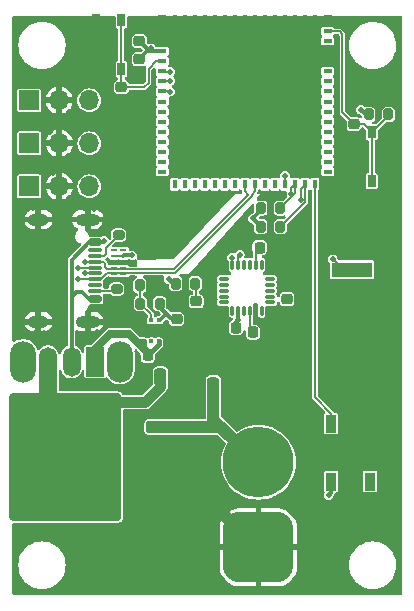
<source format=gbr>
%TF.GenerationSoftware,KiCad,Pcbnew,8.0.5*%
%TF.CreationDate,2024-10-08T22:01:25+02:00*%
%TF.ProjectId,ESP32_Controller,45535033-325f-4436-9f6e-74726f6c6c65,rev?*%
%TF.SameCoordinates,Original*%
%TF.FileFunction,Copper,L1,Top*%
%TF.FilePolarity,Positive*%
%FSLAX46Y46*%
G04 Gerber Fmt 4.6, Leading zero omitted, Abs format (unit mm)*
G04 Created by KiCad (PCBNEW 8.0.5) date 2024-10-08 22:01:25*
%MOMM*%
%LPD*%
G01*
G04 APERTURE LIST*
G04 Aperture macros list*
%AMRoundRect*
0 Rectangle with rounded corners*
0 $1 Rounding radius*
0 $2 $3 $4 $5 $6 $7 $8 $9 X,Y pos of 4 corners*
0 Add a 4 corners polygon primitive as box body*
4,1,4,$2,$3,$4,$5,$6,$7,$8,$9,$2,$3,0*
0 Add four circle primitives for the rounded corners*
1,1,$1+$1,$2,$3*
1,1,$1+$1,$4,$5*
1,1,$1+$1,$6,$7*
1,1,$1+$1,$8,$9*
0 Add four rect primitives between the rounded corners*
20,1,$1+$1,$2,$3,$4,$5,0*
20,1,$1+$1,$4,$5,$6,$7,0*
20,1,$1+$1,$6,$7,$8,$9,0*
20,1,$1+$1,$8,$9,$2,$3,0*%
%AMFreePoly0*
4,1,14,0.603536,0.603536,0.605000,0.600000,0.605000,-0.600000,0.603536,-0.603536,0.600000,-0.605000,-0.600000,-0.605000,-0.603536,-0.603536,-0.605000,-0.600000,-0.605000,0.000000,-0.603536,0.003536,-0.003536,0.603536,0.000000,0.605000,0.600000,0.605000,0.603536,0.603536,0.603536,0.603536,$1*%
G04 Aperture macros list end*
%TA.AperFunction,SMDPad,CuDef*%
%ADD10R,0.800000X0.800000*%
%TD*%
%TA.AperFunction,SMDPad,CuDef*%
%ADD11R,1.200000X1.200000*%
%TD*%
%TA.AperFunction,SMDPad,CuDef*%
%ADD12FreePoly0,0.000000*%
%TD*%
%TA.AperFunction,SMDPad,CuDef*%
%ADD13R,0.400000X0.800000*%
%TD*%
%TA.AperFunction,SMDPad,CuDef*%
%ADD14R,0.800000X0.400000*%
%TD*%
%TA.AperFunction,SMDPad,CuDef*%
%ADD15R,0.650000X1.050000*%
%TD*%
%TA.AperFunction,SMDPad,CuDef*%
%ADD16RoundRect,0.250000X2.050000X0.300000X-2.050000X0.300000X-2.050000X-0.300000X2.050000X-0.300000X0*%
%TD*%
%TA.AperFunction,SMDPad,CuDef*%
%ADD17RoundRect,0.250000X2.025000X2.375000X-2.025000X2.375000X-2.025000X-2.375000X2.025000X-2.375000X0*%
%TD*%
%TA.AperFunction,SMDPad,CuDef*%
%ADD18RoundRect,0.250002X4.449998X5.149998X-4.449998X5.149998X-4.449998X-5.149998X4.449998X-5.149998X0*%
%TD*%
%TA.AperFunction,SMDPad,CuDef*%
%ADD19R,0.625000X0.250000*%
%TD*%
%TA.AperFunction,SMDPad,CuDef*%
%ADD20R,0.700000X0.450000*%
%TD*%
%TA.AperFunction,SMDPad,CuDef*%
%ADD21R,0.575000X0.450000*%
%TD*%
%TA.AperFunction,SMDPad,CuDef*%
%ADD22RoundRect,0.075000X-0.350000X-0.075000X0.350000X-0.075000X0.350000X0.075000X-0.350000X0.075000X0*%
%TD*%
%TA.AperFunction,SMDPad,CuDef*%
%ADD23RoundRect,0.075000X0.075000X-0.350000X0.075000X0.350000X-0.075000X0.350000X-0.075000X-0.350000X0*%
%TD*%
%TA.AperFunction,SMDPad,CuDef*%
%ADD24RoundRect,0.093750X-0.106250X0.093750X-0.106250X-0.093750X0.106250X-0.093750X0.106250X0.093750X0*%
%TD*%
%TA.AperFunction,HeatsinkPad*%
%ADD25R,1.600000X1.000000*%
%TD*%
%TA.AperFunction,ComponentPad*%
%ADD26O,2.200000X3.500000*%
%TD*%
%TA.AperFunction,ComponentPad*%
%ADD27R,1.500000X2.500000*%
%TD*%
%TA.AperFunction,ComponentPad*%
%ADD28O,1.500000X2.500000*%
%TD*%
%TA.AperFunction,SMDPad,CuDef*%
%ADD29RoundRect,0.200000X0.200000X0.275000X-0.200000X0.275000X-0.200000X-0.275000X0.200000X-0.275000X0*%
%TD*%
%TA.AperFunction,SMDPad,CuDef*%
%ADD30RoundRect,0.200000X-0.200000X-0.275000X0.200000X-0.275000X0.200000X0.275000X-0.200000X0.275000X0*%
%TD*%
%TA.AperFunction,SMDPad,CuDef*%
%ADD31RoundRect,0.200000X-0.275000X0.200000X-0.275000X-0.200000X0.275000X-0.200000X0.275000X0.200000X0*%
%TD*%
%TA.AperFunction,SMDPad,CuDef*%
%ADD32RoundRect,0.200000X0.275000X-0.200000X0.275000X0.200000X-0.275000X0.200000X-0.275000X-0.200000X0*%
%TD*%
%TA.AperFunction,ComponentPad*%
%ADD33R,1.700000X1.700000*%
%TD*%
%TA.AperFunction,ComponentPad*%
%ADD34O,1.700000X1.700000*%
%TD*%
%TA.AperFunction,ComponentPad*%
%ADD35C,6.000000*%
%TD*%
%TA.AperFunction,ComponentPad*%
%ADD36RoundRect,1.500000X1.500000X-1.500000X1.500000X1.500000X-1.500000X1.500000X-1.500000X-1.500000X0*%
%TD*%
%TA.AperFunction,SMDPad,CuDef*%
%ADD37RoundRect,0.150000X-0.425000X0.150000X-0.425000X-0.150000X0.425000X-0.150000X0.425000X0.150000X0*%
%TD*%
%TA.AperFunction,SMDPad,CuDef*%
%ADD38RoundRect,0.075000X-0.500000X0.075000X-0.500000X-0.075000X0.500000X-0.075000X0.500000X0.075000X0*%
%TD*%
%TA.AperFunction,ComponentPad*%
%ADD39O,2.100000X1.000000*%
%TD*%
%TA.AperFunction,ComponentPad*%
%ADD40O,1.800000X1.000000*%
%TD*%
%TA.AperFunction,SMDPad,CuDef*%
%ADD41RoundRect,0.218750X0.256250X-0.218750X0.256250X0.218750X-0.256250X0.218750X-0.256250X-0.218750X0*%
%TD*%
%TA.AperFunction,SMDPad,CuDef*%
%ADD42RoundRect,0.225000X-0.250000X0.225000X-0.250000X-0.225000X0.250000X-0.225000X0.250000X0.225000X0*%
%TD*%
%TA.AperFunction,SMDPad,CuDef*%
%ADD43RoundRect,0.225000X0.250000X-0.225000X0.250000X0.225000X-0.250000X0.225000X-0.250000X-0.225000X0*%
%TD*%
%TA.AperFunction,SMDPad,CuDef*%
%ADD44RoundRect,0.250000X-0.250000X-0.475000X0.250000X-0.475000X0.250000X0.475000X-0.250000X0.475000X0*%
%TD*%
%TA.AperFunction,SMDPad,CuDef*%
%ADD45RoundRect,0.225000X-0.225000X-0.250000X0.225000X-0.250000X0.225000X0.250000X-0.225000X0.250000X0*%
%TD*%
%TA.AperFunction,SMDPad,CuDef*%
%ADD46RoundRect,0.225000X0.225000X0.250000X-0.225000X0.250000X-0.225000X-0.250000X0.225000X-0.250000X0*%
%TD*%
%TA.AperFunction,SMDPad,CuDef*%
%ADD47R,3.400000X1.300000*%
%TD*%
%TA.AperFunction,SMDPad,CuDef*%
%ADD48R,0.900000X1.500000*%
%TD*%
%TA.AperFunction,ViaPad*%
%ADD49C,0.500000*%
%TD*%
%TA.AperFunction,Conductor*%
%ADD50C,0.304800*%
%TD*%
%TA.AperFunction,Conductor*%
%ADD51C,0.152400*%
%TD*%
%TA.AperFunction,Conductor*%
%ADD52C,1.016000*%
%TD*%
%TA.AperFunction,Conductor*%
%ADD53C,0.990600*%
%TD*%
%TA.AperFunction,Conductor*%
%ADD54C,0.254000*%
%TD*%
%TA.AperFunction,Conductor*%
%ADD55C,0.508000*%
%TD*%
%TA.AperFunction,Conductor*%
%ADD56C,0.381000*%
%TD*%
%TA.AperFunction,Conductor*%
%ADD57C,0.635000*%
%TD*%
%TA.AperFunction,Conductor*%
%ADD58C,0.889000*%
%TD*%
%TA.AperFunction,Conductor*%
%ADD59C,0.203200*%
%TD*%
%TA.AperFunction,Conductor*%
%ADD60C,1.498600*%
%TD*%
%TA.AperFunction,Conductor*%
%ADD61C,0.145819*%
%TD*%
G04 APERTURE END LIST*
D10*
%TO.P,U5,65,GND*%
%TO.N,GND*%
X103380000Y-66790000D03*
%TO.P,U5,64,GND*%
X103380000Y-80790000D03*
%TO.P,U5,63,GND*%
X89380000Y-80790000D03*
%TO.P,U5,62,GND*%
X89380000Y-66790000D03*
D11*
%TO.P,U5,61,GND*%
X94730000Y-73790000D03*
X94730000Y-75440000D03*
X96380000Y-75440000D03*
X98030000Y-75440000D03*
X98030000Y-73790000D03*
X98030000Y-72140000D03*
X96380000Y-72140000D03*
D12*
X94730000Y-72140000D03*
D11*
X96380000Y-73790000D03*
D13*
%TO.P,U5,60,GND*%
X90430000Y-66790000D03*
%TO.P,U5,59,GND*%
X91280000Y-66790000D03*
%TO.P,U5,58,GND*%
X92130000Y-66790000D03*
%TO.P,U5,57,GND*%
X92980000Y-66790000D03*
%TO.P,U5,56,GND*%
X93830000Y-66790000D03*
%TO.P,U5,55,GND*%
X94680000Y-66790000D03*
%TO.P,U5,54,GND*%
X95530000Y-66790000D03*
%TO.P,U5,53,GND*%
X96380000Y-66790000D03*
%TO.P,U5,52,GND*%
X97230000Y-66790000D03*
%TO.P,U5,51,GND*%
X98080000Y-66790000D03*
%TO.P,U5,50,GND*%
X98930000Y-66790000D03*
%TO.P,U5,49,GND*%
X99780000Y-66790000D03*
%TO.P,U5,48,GND*%
X100630000Y-66790000D03*
%TO.P,U5,47,GND*%
X101480000Y-66790000D03*
%TO.P,U5,46,GND*%
X102330000Y-66790000D03*
D14*
%TO.P,U5,45,EN*%
%TO.N,/ESP32_EN*%
X103380000Y-67840000D03*
%TO.P,U5,44,IO46*%
%TO.N,unconnected-(U5-IO46-Pad44)*%
X103380000Y-68690000D03*
%TO.P,U5,43,GND*%
%TO.N,GND*%
X103380000Y-69540000D03*
%TO.P,U5,42,GND*%
X103380000Y-70390000D03*
%TO.P,U5,41,IO45*%
%TO.N,unconnected-(U5-IO45-Pad41)*%
X103380000Y-71240000D03*
%TO.P,U5,40,RXD0*%
%TO.N,unconnected-(U5-RXD0-Pad40)*%
X103380000Y-72090000D03*
%TO.P,U5,39,TXD0*%
%TO.N,unconnected-(U5-TXD0-Pad39)*%
X103380000Y-72940000D03*
%TO.P,U5,38,IO42*%
%TO.N,unconnected-(U5-IO42-Pad38)*%
X103380000Y-73790000D03*
%TO.P,U5,37,IO41*%
%TO.N,unconnected-(U5-IO41-Pad37)*%
X103380000Y-74640000D03*
%TO.P,U5,36,IO40*%
%TO.N,unconnected-(U5-IO40-Pad36)*%
X103380000Y-75490000D03*
%TO.P,U5,35,IO39*%
%TO.N,unconnected-(U5-IO39-Pad35)*%
X103380000Y-76340000D03*
%TO.P,U5,34,IO38*%
%TO.N,unconnected-(U5-IO38-Pad34)*%
X103380000Y-77190000D03*
%TO.P,U5,33,IO37*%
%TO.N,unconnected-(U5-IO37-Pad33)*%
X103380000Y-78040000D03*
%TO.P,U5,32,IO36*%
%TO.N,unconnected-(U5-IO36-Pad32)*%
X103380000Y-78890000D03*
%TO.P,U5,31,IO35*%
%TO.N,unconnected-(U5-IO35-Pad31)*%
X103380000Y-79740000D03*
D13*
%TO.P,U5,30,IO48*%
%TO.N,/GPIO48*%
X102330000Y-80790000D03*
%TO.P,U5,29,IO34*%
%TO.N,/I2C_SCL*%
X101480000Y-80790000D03*
%TO.P,U5,28,IO33*%
%TO.N,/I2C_SDA*%
X100630000Y-80790000D03*
%TO.P,U5,27,IO47*%
%TO.N,/GPIO47*%
X99780000Y-80790000D03*
%TO.P,U5,26,IO26*%
%TO.N,unconnected-(U5-IO26-Pad26)*%
X98930000Y-80790000D03*
%TO.P,U5,25,IO21*%
%TO.N,unconnected-(U5-IO21-Pad25)*%
X98080000Y-80790000D03*
%TO.P,U5,24,IO20*%
%TO.N,/USB_P*%
X97230000Y-80790000D03*
%TO.P,U5,23,IO19*%
%TO.N,/USB_N*%
X96380000Y-80790000D03*
%TO.P,U5,22,IO18*%
%TO.N,unconnected-(U5-IO18-Pad22)*%
X95530000Y-80790000D03*
%TO.P,U5,21,IO17*%
%TO.N,unconnected-(U5-IO17-Pad21)*%
X94680000Y-80790000D03*
%TO.P,U5,20,IO16*%
%TO.N,unconnected-(U5-IO16-Pad20)*%
X93830000Y-80790000D03*
%TO.P,U5,19,IO15*%
%TO.N,unconnected-(U5-IO15-Pad19)*%
X92980000Y-80790000D03*
%TO.P,U5,18,IO14*%
%TO.N,unconnected-(U5-IO14-Pad18)*%
X92130000Y-80790000D03*
%TO.P,U5,17,IO13*%
%TO.N,unconnected-(U5-IO13-Pad17)*%
X91280000Y-80790000D03*
%TO.P,U5,16,IO12*%
%TO.N,unconnected-(U5-IO12-Pad16)*%
X90430000Y-80790000D03*
D14*
%TO.P,U5,15,IO11*%
%TO.N,unconnected-(U5-IO11-Pad15)*%
X89380000Y-79740000D03*
%TO.P,U5,14,IO10*%
%TO.N,unconnected-(U5-IO10-Pad14)*%
X89380000Y-78890000D03*
%TO.P,U5,13,IO9*%
%TO.N,unconnected-(U5-IO9-Pad13)*%
X89380000Y-78040000D03*
%TO.P,U5,12,IO8*%
%TO.N,unconnected-(U5-IO8-Pad12)*%
X89380000Y-77190000D03*
%TO.P,U5,11,IO7*%
%TO.N,unconnected-(U5-IO7-Pad11)*%
X89380000Y-76340000D03*
%TO.P,U5,10,IO6*%
%TO.N,unconnected-(U5-IO6-Pad10)*%
X89380000Y-75490000D03*
%TO.P,U5,9,IO5*%
%TO.N,unconnected-(U5-IO5-Pad9)*%
X89380000Y-74640000D03*
%TO.P,U5,8,IO4*%
%TO.N,unconnected-(U5-IO4-Pad8)*%
X89380000Y-73790000D03*
%TO.P,U5,7,IO3*%
%TO.N,/GPIO3*%
X89380000Y-72940000D03*
%TO.P,U5,6,IO2*%
%TO.N,/GPIO2*%
X89380000Y-72090000D03*
%TO.P,U5,5,IO1*%
%TO.N,/GPIO1*%
X89380000Y-71240000D03*
%TO.P,U5,4,IO0*%
%TO.N,/GPIO0*%
X89380000Y-70390000D03*
%TO.P,U5,3,3V3*%
%TO.N,+3V3*%
X89380000Y-69540000D03*
%TO.P,U5,2,GND*%
%TO.N,GND*%
X89380000Y-68690000D03*
%TO.P,U5,1,GND*%
X89380000Y-67840000D03*
%TD*%
D15*
%TO.P,RESET1,1,1*%
%TO.N,GND*%
X109285000Y-76395000D03*
%TO.P,RESET1,2,2*%
X109285000Y-80545000D03*
%TO.P,RESET1,3,K*%
%TO.N,/ESP32_EN*%
X107135000Y-76395000D03*
%TO.P,RESET1,4,A*%
X107135000Y-80545000D03*
%TD*%
%TO.P,BOOT1,1,1*%
%TO.N,GND*%
X83755000Y-71065000D03*
%TO.P,BOOT1,2,2*%
X83755000Y-66915000D03*
%TO.P,BOOT1,3,K*%
%TO.N,/GPIO0*%
X85905000Y-71065000D03*
%TO.P,BOOT1,4,A*%
X85905000Y-66915000D03*
%TD*%
D16*
%TO.P,U4,3,IN*%
%TO.N,Net-(J2-Pin_2)*%
X90330000Y-101350000D03*
D17*
%TO.P,U4,2,OUT*%
%TO.N,/5VBAT*%
X78755000Y-101115000D03*
X78755000Y-106665000D03*
D18*
X81180000Y-103890000D03*
D17*
X83605000Y-101115000D03*
X83605000Y-106665000D03*
D16*
%TO.P,U4,1,ADJ/GND*%
%TO.N,GND*%
X90330000Y-106430000D03*
%TD*%
D19*
%TO.P,U3,1*%
%TO.N,/USB_P*%
X86080000Y-88390000D03*
%TO.P,U3,2*%
%TO.N,/USB_N*%
X86079999Y-87890000D03*
D20*
%TO.P,U3,3,VSS*%
%TO.N,GND*%
X86042499Y-87390000D03*
D19*
%TO.P,U3,4*%
%TO.N,/5VUSB*%
X86079999Y-86890000D03*
%TO.P,U3,5*%
%TO.N,unconnected-(U3-Pad5)*%
X86080000Y-86390000D03*
%TO.P,U3,6,NC*%
%TO.N,unconnected-(U3-NC-Pad6)*%
X85305000Y-86390000D03*
%TO.P,U3,7,NC*%
%TO.N,/5VUSB*%
X85305001Y-86890000D03*
D21*
%TO.P,U3,8,VSS*%
%TO.N,GND*%
X85279999Y-87390000D03*
D19*
%TO.P,U3,9,NC*%
%TO.N,/USB_N*%
X85305001Y-87890000D03*
%TO.P,U3,10,NC*%
%TO.N,/USB_P*%
X85305000Y-88390000D03*
%TD*%
D22*
%TO.P,U2,1,CLKIN*%
%TO.N,GND*%
X94600000Y-88300000D03*
%TO.P,U2,2,NC*%
%TO.N,unconnected-(U2-NC-Pad2)*%
X94600000Y-88800000D03*
%TO.P,U2,3,NC*%
%TO.N,unconnected-(U2-NC-Pad3)*%
X94600000Y-89300000D03*
%TO.P,U2,4,NC*%
%TO.N,unconnected-(U2-NC-Pad4)*%
X94600000Y-89800000D03*
%TO.P,U2,5,NC*%
%TO.N,unconnected-(U2-NC-Pad5)*%
X94600000Y-90300000D03*
%TO.P,U2,6,AUX_DA*%
%TO.N,unconnected-(U2-AUX_DA-Pad6)*%
X94600000Y-90800000D03*
D23*
%TO.P,U2,7,AUX_CL*%
%TO.N,unconnected-(U2-AUX_CL-Pad7)*%
X95300000Y-91500000D03*
%TO.P,U2,8,VLOGIC*%
%TO.N,+3V3*%
X95800000Y-91500000D03*
%TO.P,U2,9,AD0*%
%TO.N,unconnected-(U2-AD0-Pad9)*%
X96300000Y-91500000D03*
%TO.P,U2,10,REGOUT*%
%TO.N,Net-(U2-REGOUT)*%
X96800000Y-91500000D03*
%TO.P,U2,11,FSYNC*%
%TO.N,GND*%
X97300000Y-91500000D03*
%TO.P,U2,12,INT*%
%TO.N,unconnected-(U2-INT-Pad12)*%
X97800000Y-91500000D03*
D22*
%TO.P,U2,13,VDD*%
%TO.N,+3V3*%
X98500000Y-90800000D03*
%TO.P,U2,14,NC*%
%TO.N,unconnected-(U2-NC-Pad14)*%
X98500000Y-90300000D03*
%TO.P,U2,15,NC*%
%TO.N,unconnected-(U2-NC-Pad15)*%
X98500000Y-89800000D03*
%TO.P,U2,16,NC*%
%TO.N,unconnected-(U2-NC-Pad16)*%
X98500000Y-89300000D03*
%TO.P,U2,17,NC*%
%TO.N,unconnected-(U2-NC-Pad17)*%
X98500000Y-88800000D03*
%TO.P,U2,18,GND*%
%TO.N,GND*%
X98500000Y-88300000D03*
D23*
%TO.P,U2,19,RESV*%
%TO.N,unconnected-(U2-RESV-Pad19)*%
X97800000Y-87600000D03*
%TO.P,U2,20,CPOUT*%
%TO.N,Net-(U2-CPOUT)*%
X97300000Y-87600000D03*
%TO.P,U2,21,RESV*%
%TO.N,unconnected-(U2-RESV-Pad21)*%
X96800000Y-87600000D03*
%TO.P,U2,22,RESV*%
%TO.N,unconnected-(U2-RESV-Pad22)*%
X96300000Y-87600000D03*
%TO.P,U2,23,SCL*%
%TO.N,/I2C_SCL*%
X95800000Y-87600000D03*
%TO.P,U2,24,SDA*%
%TO.N,/I2C_SDA*%
X95300000Y-87600000D03*
%TD*%
D24*
%TO.P,U1,1,OUT*%
%TO.N,+3V3*%
X89100000Y-92320000D03*
%TO.P,U1,2,FB*%
%TO.N,Net-(U1-FB)*%
X88450000Y-92320000D03*
%TO.P,U1,3,GND*%
%TO.N,GND*%
X87800000Y-92320000D03*
%TO.P,U1,4,EN*%
%TO.N,+5V*%
X87800000Y-94095000D03*
%TO.P,U1,5,DNC*%
%TO.N,unconnected-(U1-DNC-Pad5)*%
X88450000Y-94095000D03*
%TO.P,U1,6,IN*%
%TO.N,+5V*%
X89100000Y-94095000D03*
D25*
%TO.P,U1,7,GND*%
%TO.N,GND*%
X88450000Y-93207500D03*
%TD*%
D26*
%TO.P,SW1,*%
%TO.N,*%
X85800000Y-95822500D03*
X77600000Y-95822500D03*
D27*
%TO.P,SW1,1,B*%
%TO.N,+5V*%
X83700000Y-95822500D03*
D28*
%TO.P,SW1,2,C*%
%TO.N,/5VUSB*%
X81700000Y-95822500D03*
%TO.P,SW1,3,A*%
%TO.N,/5VBAT*%
X79700000Y-95822500D03*
%TD*%
D29*
%TO.P,R8,1*%
%TO.N,/I2C_SCL*%
X99385000Y-84390000D03*
%TO.P,R8,2*%
%TO.N,+3V3*%
X97735000Y-84390000D03*
%TD*%
%TO.P,R7,1*%
%TO.N,/I2C_SDA*%
X99385000Y-82820000D03*
%TO.P,R7,2*%
%TO.N,+3V3*%
X97735000Y-82820000D03*
%TD*%
%TO.P,R6,1*%
%TO.N,/ESP32_EN*%
X108525000Y-74870000D03*
%TO.P,R6,2*%
%TO.N,+3V3*%
X106875000Y-74870000D03*
%TD*%
D30*
%TO.P,R5,2*%
%TO.N,Net-(D1-A)*%
X92175000Y-89207500D03*
%TO.P,R5,1*%
%TO.N,+3V3*%
X90525000Y-89207500D03*
%TD*%
D31*
%TO.P,R4,1*%
%TO.N,Net-(J1-CC2)*%
X85530000Y-89665000D03*
%TO.P,R4,2*%
%TO.N,GND*%
X85530000Y-91315000D03*
%TD*%
D30*
%TO.P,R3,2*%
%TO.N,GND*%
X89125000Y-89357500D03*
%TO.P,R3,1*%
%TO.N,Net-(U1-FB)*%
X87475000Y-89357500D03*
%TD*%
D29*
%TO.P,R2,2*%
%TO.N,Net-(U1-FB)*%
X87525000Y-90895000D03*
%TO.P,R2,1*%
%TO.N,+3V3*%
X89175000Y-90895000D03*
%TD*%
D32*
%TO.P,R1,1*%
%TO.N,Net-(J1-CC1)*%
X85680000Y-85090000D03*
%TO.P,R1,2*%
%TO.N,GND*%
X85680000Y-83440000D03*
%TD*%
D33*
%TO.P,J5,1,Pin_1*%
%TO.N,+5V*%
X78120000Y-80970000D03*
D34*
%TO.P,J5,2,Pin_2*%
%TO.N,GND*%
X80660000Y-80970000D03*
%TO.P,J5,3,Pin_3*%
%TO.N,/GPIO3*%
X83199999Y-80970000D03*
%TD*%
D33*
%TO.P,J4,1,Pin_1*%
%TO.N,+5V*%
X78119999Y-77330001D03*
D34*
%TO.P,J4,2,Pin_2*%
%TO.N,GND*%
X80659999Y-77330001D03*
%TO.P,J4,3,Pin_3*%
%TO.N,/GPIO2*%
X83199998Y-77330001D03*
%TD*%
%TO.P,J3,3,Pin_3*%
%TO.N,/GPIO1*%
X83190000Y-73690000D03*
%TO.P,J3,2,Pin_2*%
%TO.N,GND*%
X80650001Y-73690000D03*
D33*
%TO.P,J3,1,Pin_1*%
%TO.N,+5V*%
X78110001Y-73690000D03*
%TD*%
D35*
%TO.P,J2,2,Pin_2*%
%TO.N,Net-(J2-Pin_2)*%
X97530000Y-104340000D03*
D36*
%TO.P,J2,1,Pin_1*%
%TO.N,GND*%
X97530000Y-111540000D03*
%TD*%
D37*
%TO.P,J1,A1,GND*%
%TO.N,GND*%
X83655000Y-84900000D03*
%TO.P,J1,A4,VBUS*%
%TO.N,/5VUSB*%
X83655000Y-85700000D03*
D38*
%TO.P,J1,A5,CC1*%
%TO.N,Net-(J1-CC1)*%
X83655000Y-86850000D03*
%TO.P,J1,A6,D+*%
%TO.N,/USB_P*%
X83655000Y-87850000D03*
%TO.P,J1,A7,D-*%
%TO.N,/USB_N*%
X83655000Y-88350000D03*
%TO.P,J1,A8,SBU1*%
%TO.N,unconnected-(J1-SBU1-PadA8)*%
X83655000Y-89350000D03*
D37*
%TO.P,J1,A9,VBUS*%
%TO.N,/5VUSB*%
X83655000Y-90500000D03*
%TO.P,J1,A12,GND*%
%TO.N,GND*%
X83655000Y-91300000D03*
%TO.P,J1,B1,GND*%
X83655000Y-91300000D03*
%TO.P,J1,B4,VBUS*%
%TO.N,/5VUSB*%
X83655000Y-90500000D03*
D38*
%TO.P,J1,B5,CC2*%
%TO.N,Net-(J1-CC2)*%
X83655000Y-89850000D03*
%TO.P,J1,B6,D+*%
%TO.N,/USB_P*%
X83655000Y-88850000D03*
%TO.P,J1,B7,D-*%
%TO.N,/USB_N*%
X83655000Y-87350000D03*
%TO.P,J1,B8,SBU2*%
%TO.N,unconnected-(J1-SBU2-PadB8)*%
X83655000Y-86350000D03*
D37*
%TO.P,J1,B9,VBUS*%
%TO.N,/5VUSB*%
X83655000Y-85700000D03*
%TO.P,J1,B12,GND*%
%TO.N,GND*%
X83655000Y-84900000D03*
D39*
%TO.P,J1,S1,SHIELD*%
X83080000Y-83780000D03*
D40*
X78900000Y-83780000D03*
D39*
X83080000Y-92420000D03*
D40*
X78900000Y-92420000D03*
%TD*%
D41*
%TO.P,D1,2,A*%
%TO.N,Net-(D1-A)*%
X92250000Y-90719999D03*
%TO.P,D1,1,K*%
%TO.N,GND*%
X92250000Y-92295001D03*
%TD*%
D42*
%TO.P,C12,1*%
%TO.N,+3V3*%
X87430000Y-70215000D03*
%TO.P,C12,2*%
%TO.N,GND*%
X87430000Y-71765000D03*
%TD*%
D43*
%TO.P,C11,1*%
%TO.N,+3V3*%
X87430000Y-68665000D03*
%TO.P,C11,2*%
%TO.N,GND*%
X87430000Y-67115000D03*
%TD*%
D42*
%TO.P,C10,1*%
%TO.N,/ESP32_EN*%
X105610000Y-75695000D03*
%TO.P,C10,2*%
%TO.N,GND*%
X105610000Y-77245000D03*
%TD*%
%TO.P,C9,1*%
%TO.N,/GPIO0*%
X85920000Y-72565000D03*
%TO.P,C9,2*%
%TO.N,GND*%
X85920000Y-74115000D03*
%TD*%
D44*
%TO.P,C8,2*%
%TO.N,GND*%
X91129999Y-97090000D03*
%TO.P,C8,1*%
%TO.N,/5VBAT*%
X89230001Y-97090000D03*
%TD*%
%TO.P,C7,2*%
%TO.N,GND*%
X95609999Y-97840000D03*
%TO.P,C7,1*%
%TO.N,Net-(J2-Pin_2)*%
X93710001Y-97840000D03*
%TD*%
D45*
%TO.P,C6,1*%
%TO.N,Net-(U2-CPOUT)*%
X97625000Y-86150000D03*
%TO.P,C6,2*%
%TO.N,GND*%
X99175000Y-86150000D03*
%TD*%
%TO.P,C5,2*%
%TO.N,GND*%
X98625000Y-93320000D03*
%TO.P,C5,1*%
%TO.N,Net-(U2-REGOUT)*%
X97075000Y-93320000D03*
%TD*%
D43*
%TO.P,C4,2*%
%TO.N,GND*%
X90600000Y-90670000D03*
%TO.P,C4,1*%
%TO.N,+3V3*%
X90600000Y-92220000D03*
%TD*%
D46*
%TO.P,C3,2*%
%TO.N,GND*%
X94075000Y-92950000D03*
%TO.P,C3,1*%
%TO.N,+3V3*%
X95625000Y-92950000D03*
%TD*%
D42*
%TO.P,C2,1*%
%TO.N,GND*%
X99950000Y-88975000D03*
%TO.P,C2,2*%
%TO.N,+3V3*%
X99950000Y-90525000D03*
%TD*%
D45*
%TO.P,C1,1*%
%TO.N,+5V*%
X88155000Y-95290000D03*
%TO.P,C1,2*%
%TO.N,GND*%
X89705000Y-95290000D03*
%TD*%
D47*
%TO.P,BZ1,2,-*%
%TO.N,GND*%
X105460000Y-96719999D03*
%TO.P,BZ1,1,+*%
%TO.N,/GPIO47*%
X105460000Y-88020001D03*
%TD*%
D48*
%TO.P,D2,1,VDD*%
%TO.N,+3V3*%
X103680000Y-105970000D03*
%TO.P,D2,2,DOUT*%
%TO.N,unconnected-(D2-DOUT-Pad2)*%
X106980000Y-105970000D03*
%TO.P,D2,3,VSS*%
%TO.N,GND*%
X106980000Y-101070000D03*
%TO.P,D2,4,DIN*%
%TO.N,/GPIO48*%
X103680000Y-101070000D03*
%TD*%
D49*
%TO.N,+3V3*%
X88400000Y-69280000D03*
X103470000Y-107120000D03*
X106210000Y-74490000D03*
X97030000Y-83690000D03*
%TO.N,GND*%
X86750000Y-87490000D03*
%TO.N,+3V3*%
X89920000Y-88820000D03*
X89730000Y-91770000D03*
X95770000Y-92280000D03*
%TO.N,GND*%
X81460000Y-74700000D03*
X79710000Y-72710000D03*
X79840000Y-76330000D03*
X81420000Y-78410000D03*
X81470000Y-81960000D03*
X80170000Y-79820000D03*
X83645361Y-82847300D03*
X82730000Y-82800000D03*
X78470000Y-82780000D03*
X77680000Y-83240000D03*
X78590000Y-93390000D03*
X79340000Y-93420000D03*
X83220000Y-93340000D03*
X83890000Y-93310000D03*
X84520000Y-84110000D03*
X84770000Y-91350000D03*
X87450000Y-92650000D03*
X89900000Y-90060000D03*
X93990000Y-87970000D03*
X99280000Y-88210000D03*
X97440000Y-92390000D03*
X88180000Y-66790000D03*
X82990000Y-67160000D03*
X83090000Y-71200000D03*
X90570000Y-95890000D03*
X93340000Y-92710000D03*
X99070000Y-94150000D03*
X96520000Y-97530000D03*
X106540000Y-99890000D03*
X105700000Y-97810000D03*
X100200000Y-85930000D03*
X105520000Y-78120000D03*
X109150000Y-81190000D03*
%TO.N,/GPIO3*%
X90050000Y-72950000D03*
%TO.N,/GPIO2*%
X90080000Y-72030000D03*
%TO.N,/GPIO1*%
X90060000Y-71290000D03*
%TO.N,/5VUSB*%
X86860000Y-86820000D03*
X84440000Y-85570000D03*
%TO.N,/I2C_SCL*%
X95950000Y-86760000D03*
X101100000Y-82110000D03*
%TO.N,/I2C_SDA*%
X100320000Y-81590000D03*
X95290000Y-87000000D03*
%TO.N,/GPIO47*%
X99780000Y-80060000D03*
X103810000Y-87150000D03*
%TO.N,/USB_N*%
X82830000Y-88350000D03*
X82830000Y-87365000D03*
%TO.N,/USB_P*%
X82280000Y-88840000D03*
X82280000Y-87865000D03*
%TD*%
D50*
%TO.N,+3V3*%
X106590000Y-74870000D02*
X106210000Y-74490000D01*
X106875000Y-74870000D02*
X106590000Y-74870000D01*
D51*
%TO.N,/ESP32_EN*%
X108525000Y-75005000D02*
X108525000Y-74870000D01*
X107135000Y-76395000D02*
X108525000Y-75005000D01*
D52*
%TO.N,GND*%
X97330000Y-111540000D02*
X97530000Y-111540000D01*
X92220000Y-106430000D02*
X97330000Y-111540000D01*
X90330000Y-106430000D02*
X92220000Y-106430000D01*
D53*
%TO.N,Net-(J2-Pin_2)*%
X96470000Y-103480000D02*
X96670000Y-103480000D01*
X96670000Y-103480000D02*
X97530000Y-104340000D01*
D51*
%TO.N,/I2C_SCL*%
X95800000Y-87600000D02*
X95800000Y-86910000D01*
X95800000Y-86910000D02*
X95950000Y-86760000D01*
D50*
%TO.N,+3V3*%
X88660000Y-69540000D02*
X88400000Y-69280000D01*
X89380000Y-69540000D02*
X88660000Y-69540000D01*
X88305000Y-69540000D02*
X87430000Y-68665000D01*
X89380000Y-69540000D02*
X88305000Y-69540000D01*
X88105000Y-69540000D02*
X87430000Y-70215000D01*
X89380000Y-69540000D02*
X88105000Y-69540000D01*
X103680000Y-106910000D02*
X103470000Y-107120000D01*
X103680000Y-105970000D02*
X103680000Y-106910000D01*
X97735000Y-82985000D02*
X97030000Y-83690000D01*
X97735000Y-82820000D02*
X97735000Y-82985000D01*
X97730000Y-84390000D02*
X97030000Y-83690000D01*
X97735000Y-84390000D02*
X97730000Y-84390000D01*
%TO.N,GND*%
X86650000Y-87390000D02*
X86750000Y-87490000D01*
X85279999Y-87390000D02*
X86650000Y-87390000D01*
%TO.N,+3V3*%
X90180000Y-92220000D02*
X89730000Y-91770000D01*
X90600000Y-92220000D02*
X90180000Y-92220000D01*
X89175000Y-90895000D02*
X89175000Y-91215000D01*
X89175000Y-91215000D02*
X89730000Y-91770000D01*
X89180000Y-92320000D02*
X89730000Y-91770000D01*
X89100000Y-92320000D02*
X89180000Y-92320000D01*
X95800000Y-92250000D02*
X95770000Y-92280000D01*
X95800000Y-91500000D02*
X95800000Y-92250000D01*
X95625000Y-92425000D02*
X95770000Y-92280000D01*
X95625000Y-92950000D02*
X95625000Y-92425000D01*
D54*
%TO.N,GND*%
X85190000Y-83440000D02*
X84520000Y-84110000D01*
X85680000Y-83440000D02*
X85190000Y-83440000D01*
X83730000Y-84900000D02*
X84520000Y-84110000D01*
X83655000Y-84900000D02*
X83730000Y-84900000D01*
X84720000Y-91300000D02*
X84770000Y-91350000D01*
X83655000Y-91300000D02*
X84720000Y-91300000D01*
X85495000Y-91350000D02*
X84770000Y-91350000D01*
X85530000Y-91315000D02*
X85495000Y-91350000D01*
X87780000Y-92320000D02*
X87450000Y-92650000D01*
X87800000Y-92320000D02*
X87780000Y-92320000D01*
X88007500Y-93207500D02*
X87450000Y-92650000D01*
X88450000Y-93207500D02*
X88007500Y-93207500D01*
X89197500Y-89357500D02*
X89900000Y-90060000D01*
X89125000Y-89357500D02*
X89197500Y-89357500D01*
X90510000Y-90670000D02*
X89900000Y-90060000D01*
X90600000Y-90670000D02*
X90510000Y-90670000D01*
X94320000Y-88300000D02*
X93990000Y-87970000D01*
X94600000Y-88300000D02*
X94320000Y-88300000D01*
X99190000Y-88300000D02*
X99280000Y-88210000D01*
X98500000Y-88300000D02*
X99190000Y-88300000D01*
X99950000Y-88880000D02*
X99280000Y-88210000D01*
X99950000Y-88975000D02*
X99950000Y-88880000D01*
X99070000Y-94150000D02*
X98625000Y-93705000D01*
X98625000Y-93705000D02*
X98625000Y-93320000D01*
D51*
%TO.N,Net-(U2-REGOUT)*%
X96800000Y-93045000D02*
X97075000Y-93320000D01*
X96800000Y-91500000D02*
X96800000Y-93045000D01*
D54*
%TO.N,GND*%
X97300000Y-92250000D02*
X97440000Y-92390000D01*
X97300000Y-91500000D02*
X97300000Y-92250000D01*
X87855000Y-67115000D02*
X88180000Y-66790000D01*
X87430000Y-67115000D02*
X87855000Y-67115000D01*
X83235000Y-66915000D02*
X82990000Y-67160000D01*
X83755000Y-66915000D02*
X83235000Y-66915000D01*
X83225000Y-71065000D02*
X83090000Y-71200000D01*
X83755000Y-71065000D02*
X83225000Y-71065000D01*
D55*
X91129999Y-96449999D02*
X90570000Y-95890000D01*
X91129999Y-97090000D02*
X91129999Y-96449999D01*
D54*
X89970000Y-95290000D02*
X89705000Y-95290000D01*
X90570000Y-95890000D02*
X89970000Y-95290000D01*
X92925001Y-92295001D02*
X93340000Y-92710000D01*
X92250000Y-92295001D02*
X92925001Y-92295001D01*
X93580000Y-92950000D02*
X93340000Y-92710000D01*
X94075000Y-92950000D02*
X93580000Y-92950000D01*
X96210000Y-97840000D02*
X96520000Y-97530000D01*
X95609999Y-97840000D02*
X96210000Y-97840000D01*
X106980000Y-100330000D02*
X106540000Y-99890000D01*
X106980000Y-101070000D02*
X106980000Y-100330000D01*
X105460000Y-97570000D02*
X105700000Y-97810000D01*
X105460000Y-96719999D02*
X105460000Y-97570000D01*
X99980000Y-86150000D02*
X100200000Y-85930000D01*
X99175000Y-86150000D02*
X99980000Y-86150000D01*
X105610000Y-78030000D02*
X105520000Y-78120000D01*
X105610000Y-77245000D02*
X105610000Y-78030000D01*
X109285000Y-81055000D02*
X109150000Y-81190000D01*
X109285000Y-80545000D02*
X109285000Y-81055000D01*
D51*
%TO.N,/GPIO3*%
X90040000Y-72940000D02*
X89380000Y-72940000D01*
X90050000Y-72950000D02*
X90040000Y-72940000D01*
%TO.N,/GPIO2*%
X89440000Y-72030000D02*
X89380000Y-72090000D01*
X90080000Y-72030000D02*
X89440000Y-72030000D01*
%TO.N,/GPIO1*%
X89430000Y-71290000D02*
X89380000Y-71240000D01*
X90060000Y-71290000D02*
X89430000Y-71290000D01*
%TO.N,/GPIO0*%
X89370000Y-70380000D02*
X89380000Y-70390000D01*
X88890000Y-70380000D02*
X89370000Y-70380000D01*
X88220000Y-71050000D02*
X88890000Y-70380000D01*
X88220000Y-72210000D02*
X88220000Y-71050000D01*
X85920000Y-72565000D02*
X87865000Y-72565000D01*
X87865000Y-72565000D02*
X88220000Y-72210000D01*
X85905000Y-71065000D02*
X85905000Y-66915000D01*
X85920000Y-71080000D02*
X85905000Y-71065000D01*
X85920000Y-72565000D02*
X85920000Y-71080000D01*
D56*
%TO.N,+5V*%
X89100000Y-94345000D02*
X88155000Y-95290000D01*
X89100000Y-94095000D02*
X89100000Y-94345000D01*
D57*
X83700000Y-94710000D02*
X83700000Y-95822500D01*
X84970000Y-93440000D02*
X83700000Y-94710000D01*
X86550000Y-93440000D02*
X84970000Y-93440000D01*
X86550000Y-93440000D02*
X88155000Y-95045000D01*
X88155000Y-95045000D02*
X88155000Y-95290000D01*
D56*
X87205000Y-94095000D02*
X87800000Y-94095000D01*
X86550000Y-93440000D02*
X87205000Y-94095000D01*
X87800000Y-94935000D02*
X88155000Y-95290000D01*
X87800000Y-94095000D02*
X87800000Y-94935000D01*
D58*
%TO.N,/5VBAT*%
X85480000Y-99240000D02*
X83605000Y-101115000D01*
X87930000Y-99240000D02*
X85480000Y-99240000D01*
X89230001Y-97939999D02*
X87930000Y-99240000D01*
X89230001Y-97090000D02*
X89230001Y-97939999D01*
D59*
%TO.N,/GPIO48*%
X102300000Y-80820000D02*
X102330000Y-80790000D01*
X102300000Y-98840000D02*
X102300000Y-80820000D01*
X103680000Y-100220000D02*
X102300000Y-98840000D01*
X103680000Y-101070000D02*
X103680000Y-100220000D01*
%TO.N,Net-(D1-A)*%
X92250000Y-89282500D02*
X92175000Y-89207500D01*
X92250000Y-90719999D02*
X92250000Y-89282500D01*
%TO.N,/5VUSB*%
X86079999Y-86890000D02*
X85305001Y-86890000D01*
D50*
X86120199Y-86820000D02*
X86079999Y-86860200D01*
X86860000Y-86820000D02*
X86120199Y-86820000D01*
X84310000Y-85700000D02*
X84440000Y-85570000D01*
X83655000Y-85700000D02*
X84310000Y-85700000D01*
D51*
%TO.N,Net-(U1-FB)*%
X87525000Y-90895000D02*
X87525000Y-89407500D01*
X87525000Y-89407500D02*
X87475000Y-89357500D01*
X88450000Y-92320000D02*
X88450000Y-91820000D01*
X88450000Y-91820000D02*
X87525000Y-90895000D01*
%TO.N,Net-(U2-CPOUT)*%
X97300000Y-87600000D02*
X97300000Y-86475000D01*
X97300000Y-86475000D02*
X97625000Y-86150000D01*
%TO.N,/I2C_SCL*%
X101100000Y-81170000D02*
X101480000Y-80790000D01*
X101100000Y-82110000D02*
X101100000Y-81170000D01*
%TO.N,/I2C_SDA*%
X100320000Y-81100000D02*
X100630000Y-80790000D01*
X100320000Y-81590000D02*
X100320000Y-81100000D01*
X95300000Y-87010000D02*
X95290000Y-87000000D01*
X95300000Y-87600000D02*
X95300000Y-87010000D01*
%TO.N,/I2C_SCL*%
X101480000Y-80790000D02*
X101480000Y-82295000D01*
X101480000Y-82295000D02*
X99385000Y-84390000D01*
%TO.N,/I2C_SDA*%
X100630000Y-81575000D02*
X99385000Y-82820000D01*
X100630000Y-80790000D02*
X100630000Y-81575000D01*
%TO.N,/ESP32_EN*%
X106435000Y-75695000D02*
X107135000Y-76395000D01*
X105610000Y-75695000D02*
X106435000Y-75695000D01*
X104630000Y-68080000D02*
X104630000Y-74715000D01*
X104630000Y-74715000D02*
X105610000Y-75695000D01*
X104390000Y-67840000D02*
X104630000Y-68080000D01*
X103380000Y-67840000D02*
X104390000Y-67840000D01*
X107135000Y-80545000D02*
X107135000Y-76395000D01*
%TO.N,/GPIO47*%
X99780000Y-80060000D02*
X99780000Y-80790000D01*
X104680001Y-88020001D02*
X103810000Y-87150000D01*
X105460000Y-88020001D02*
X104680001Y-88020001D01*
D53*
%TO.N,Net-(J2-Pin_2)*%
X94340000Y-101350000D02*
X96470000Y-103480000D01*
X90330000Y-101350000D02*
X94340000Y-101350000D01*
D60*
%TO.N,/5VBAT*%
X79700000Y-100170000D02*
X78755000Y-101115000D01*
X79700000Y-95822500D02*
X79700000Y-100170000D01*
D53*
%TO.N,Net-(J2-Pin_2)*%
X93710001Y-100720001D02*
X96470000Y-103480000D01*
X93710001Y-97840000D02*
X93710001Y-100720001D01*
D61*
%TO.N,/USB_N*%
X96380000Y-81390001D02*
X96380000Y-80790000D01*
X96655891Y-81665892D02*
X96380000Y-81390001D01*
X96655891Y-81703235D02*
X96655891Y-81665892D01*
%TO.N,/USB_P*%
X97230000Y-81390001D02*
X97230000Y-80790000D01*
X96954109Y-81665892D02*
X97230000Y-81390001D01*
%TO.N,/USB_N*%
X90368235Y-87990891D02*
X96655891Y-81703235D01*
%TO.N,/USB_P*%
X90491764Y-88289110D02*
X96954109Y-81826765D01*
X96954109Y-81826765D02*
X96954109Y-81665892D01*
%TO.N,/USB_N*%
X86180890Y-87990891D02*
X90368235Y-87990891D01*
%TO.N,/USB_P*%
X86180890Y-88289110D02*
X90491764Y-88289110D01*
D50*
%TO.N,/5VUSB*%
X83170000Y-85700000D02*
X81700000Y-87170000D01*
X83655000Y-85700000D02*
X83170000Y-85700000D01*
D51*
%TO.N,Net-(J1-CC2)*%
X83655000Y-89850000D02*
X85345000Y-89850000D01*
X85345000Y-89850000D02*
X85530000Y-89665000D01*
%TO.N,Net-(J1-CC1)*%
X84610000Y-86160000D02*
X85680000Y-85090000D01*
X84610000Y-86700000D02*
X84610000Y-86160000D01*
X84460000Y-86850000D02*
X84610000Y-86700000D01*
X83655000Y-86850000D02*
X84460000Y-86850000D01*
D61*
%TO.N,/USB_N*%
X82830000Y-88350000D02*
X83655000Y-88350000D01*
X82845000Y-87350000D02*
X82830000Y-87365000D01*
X83655000Y-87350000D02*
X82845000Y-87350000D01*
%TO.N,/USB_P*%
X83640000Y-87865000D02*
X83655000Y-87850000D01*
X82280000Y-87865000D02*
X83640000Y-87865000D01*
X82290000Y-88850000D02*
X82280000Y-88840000D01*
X83655000Y-88850000D02*
X82290000Y-88850000D01*
X83655000Y-87850000D02*
X83655000Y-87865000D01*
%TO.N,/USB_N*%
X84730891Y-87990891D02*
X86180890Y-87990891D01*
X84530000Y-87790000D02*
X84730891Y-87990891D01*
X84390000Y-87350000D02*
X84530000Y-87490000D01*
X84530000Y-87490000D02*
X84530000Y-87790000D01*
X83655000Y-87350000D02*
X84390000Y-87350000D01*
%TO.N,/USB_P*%
X84730890Y-88289110D02*
X86180890Y-88289110D01*
X84170000Y-88850000D02*
X84730890Y-88289110D01*
X83655000Y-88850000D02*
X84170000Y-88850000D01*
%TO.N,/USB_N*%
X85305001Y-87890000D02*
X85204110Y-87990891D01*
%TO.N,/USB_P*%
X85305000Y-88390000D02*
X85204110Y-88289110D01*
%TO.N,/USB_N*%
X86079999Y-87890000D02*
X86180890Y-87990891D01*
%TO.N,/USB_P*%
X86080000Y-88390000D02*
X86180890Y-88289110D01*
D50*
%TO.N,/5VUSB*%
X81700000Y-90340000D02*
X81700000Y-95822500D01*
X81700000Y-87170000D02*
X81700000Y-90340000D01*
X83190000Y-90500000D02*
X82630000Y-89940000D01*
X83655000Y-90500000D02*
X83190000Y-90500000D01*
X82100000Y-89940000D02*
X81700000Y-90340000D01*
X82630000Y-89940000D02*
X82100000Y-89940000D01*
%TO.N,+3V3*%
X90525000Y-89207500D02*
X90307500Y-89207500D01*
X90307500Y-89207500D02*
X89920000Y-88820000D01*
%TD*%
%TA.AperFunction,Conductor*%
%TO.N,GND*%
G36*
X85370139Y-66560185D02*
G01*
X85415894Y-66612989D01*
X85427100Y-66664500D01*
X85427100Y-67455054D01*
X85435972Y-67499658D01*
X85435973Y-67499661D01*
X85469765Y-67550233D01*
X85469766Y-67550234D01*
X85520342Y-67584028D01*
X85520343Y-67584028D01*
X85520345Y-67584029D01*
X85570918Y-67594089D01*
X85570642Y-67595475D01*
X85628830Y-67618964D01*
X85669196Y-67675994D01*
X85675900Y-67716215D01*
X85675900Y-70263785D01*
X85656215Y-70330824D01*
X85603411Y-70376579D01*
X85570809Y-70385369D01*
X85570918Y-70385913D01*
X85564944Y-70387100D01*
X85564944Y-70387101D01*
X85546657Y-70390738D01*
X85520341Y-70395972D01*
X85520338Y-70395973D01*
X85469766Y-70429765D01*
X85435971Y-70480343D01*
X85435970Y-70480345D01*
X85427100Y-70524940D01*
X85427100Y-71605054D01*
X85435972Y-71649658D01*
X85435973Y-71649661D01*
X85459475Y-71684833D01*
X85469766Y-71700234D01*
X85520342Y-71734028D01*
X85520344Y-71734028D01*
X85520346Y-71734029D01*
X85535868Y-71737117D01*
X85597779Y-71769501D01*
X85632353Y-71830217D01*
X85628614Y-71899987D01*
X85587748Y-71956659D01*
X85566137Y-71970134D01*
X85447375Y-72028192D01*
X85358192Y-72117375D01*
X85302803Y-72230677D01*
X85302802Y-72230679D01*
X85302802Y-72230681D01*
X85292100Y-72304137D01*
X85292100Y-72304141D01*
X85292100Y-72304142D01*
X85292100Y-72825864D01*
X85302801Y-72899316D01*
X85302801Y-72899317D01*
X85302802Y-72899319D01*
X85340979Y-72977411D01*
X85358195Y-73012627D01*
X85447375Y-73101807D01*
X85555848Y-73154835D01*
X85560681Y-73157198D01*
X85634137Y-73167900D01*
X86205862Y-73167899D01*
X86205864Y-73167899D01*
X86235244Y-73163618D01*
X86279319Y-73157198D01*
X86392625Y-73101806D01*
X86481806Y-73012625D01*
X86481807Y-73012624D01*
X86537197Y-72899321D01*
X86540041Y-72890119D01*
X86541496Y-72890568D01*
X86566213Y-72836719D01*
X86625063Y-72799057D01*
X86659771Y-72794100D01*
X87910569Y-72794100D01*
X87910570Y-72794100D01*
X87910571Y-72794100D01*
X87935233Y-72783884D01*
X87994775Y-72759222D01*
X88414222Y-72339774D01*
X88414222Y-72339772D01*
X88414224Y-72339771D01*
X88431661Y-72297672D01*
X88449100Y-72255570D01*
X88449100Y-72164430D01*
X88449100Y-71196258D01*
X88468785Y-71129219D01*
X88485415Y-71108581D01*
X88615420Y-70978576D01*
X88676742Y-70945092D01*
X88746434Y-70950076D01*
X88802367Y-70991948D01*
X88826784Y-71057412D01*
X88827100Y-71066258D01*
X88827100Y-71455054D01*
X88835972Y-71499658D01*
X88835973Y-71499661D01*
X88869765Y-71550233D01*
X88869766Y-71550234D01*
X88887220Y-71561897D01*
X88932025Y-71615508D01*
X88940734Y-71684833D01*
X88910579Y-71747861D01*
X88887225Y-71768098D01*
X88869767Y-71779763D01*
X88835971Y-71830343D01*
X88835970Y-71830345D01*
X88827100Y-71874940D01*
X88827100Y-72305054D01*
X88835972Y-72349658D01*
X88835973Y-72349661D01*
X88869765Y-72400233D01*
X88869766Y-72400234D01*
X88887220Y-72411897D01*
X88932025Y-72465508D01*
X88940734Y-72534833D01*
X88910579Y-72597861D01*
X88887225Y-72618098D01*
X88869767Y-72629763D01*
X88835971Y-72680343D01*
X88835970Y-72680345D01*
X88827100Y-72724940D01*
X88827100Y-73155054D01*
X88835972Y-73199658D01*
X88835973Y-73199661D01*
X88869765Y-73250233D01*
X88869766Y-73250234D01*
X88887220Y-73261897D01*
X88932025Y-73315508D01*
X88940734Y-73384833D01*
X88910579Y-73447861D01*
X88887225Y-73468098D01*
X88869767Y-73479763D01*
X88835971Y-73530343D01*
X88835970Y-73530345D01*
X88827100Y-73574940D01*
X88827100Y-74005054D01*
X88835972Y-74049658D01*
X88835973Y-74049661D01*
X88853339Y-74075650D01*
X88869766Y-74100234D01*
X88887220Y-74111897D01*
X88932025Y-74165508D01*
X88940734Y-74234833D01*
X88910579Y-74297861D01*
X88887225Y-74318098D01*
X88869767Y-74329763D01*
X88835971Y-74380343D01*
X88835970Y-74380345D01*
X88827100Y-74424940D01*
X88827100Y-74855054D01*
X88835972Y-74899658D01*
X88835973Y-74899661D01*
X88847600Y-74917061D01*
X88869766Y-74950234D01*
X88887220Y-74961897D01*
X88932025Y-75015508D01*
X88940734Y-75084833D01*
X88910579Y-75147861D01*
X88887225Y-75168098D01*
X88869767Y-75179763D01*
X88835971Y-75230343D01*
X88835970Y-75230345D01*
X88827100Y-75274940D01*
X88827100Y-75705054D01*
X88835972Y-75749658D01*
X88835973Y-75749661D01*
X88869765Y-75800233D01*
X88869766Y-75800234D01*
X88887220Y-75811897D01*
X88932025Y-75865508D01*
X88940734Y-75934833D01*
X88910579Y-75997861D01*
X88887225Y-76018098D01*
X88869767Y-76029763D01*
X88835971Y-76080343D01*
X88835970Y-76080345D01*
X88827100Y-76124940D01*
X88827100Y-76555054D01*
X88835972Y-76599658D01*
X88835973Y-76599661D01*
X88869765Y-76650233D01*
X88869766Y-76650234D01*
X88887220Y-76661897D01*
X88932025Y-76715508D01*
X88940734Y-76784833D01*
X88910579Y-76847861D01*
X88887225Y-76868098D01*
X88869767Y-76879763D01*
X88835971Y-76930343D01*
X88835970Y-76930345D01*
X88827100Y-76974940D01*
X88827100Y-77405054D01*
X88835972Y-77449658D01*
X88835973Y-77449661D01*
X88869765Y-77500233D01*
X88869766Y-77500234D01*
X88887220Y-77511897D01*
X88932025Y-77565508D01*
X88940734Y-77634833D01*
X88910579Y-77697861D01*
X88887225Y-77718098D01*
X88869767Y-77729763D01*
X88835971Y-77780343D01*
X88835970Y-77780345D01*
X88827100Y-77824940D01*
X88827100Y-78255054D01*
X88835972Y-78299658D01*
X88835973Y-78299661D01*
X88858184Y-78332901D01*
X88869766Y-78350234D01*
X88887220Y-78361897D01*
X88932025Y-78415508D01*
X88940734Y-78484833D01*
X88910579Y-78547861D01*
X88887225Y-78568098D01*
X88869767Y-78579763D01*
X88835971Y-78630343D01*
X88835970Y-78630345D01*
X88827100Y-78674940D01*
X88827100Y-79105054D01*
X88835972Y-79149658D01*
X88835973Y-79149661D01*
X88869765Y-79200233D01*
X88869766Y-79200234D01*
X88887220Y-79211897D01*
X88932025Y-79265508D01*
X88940734Y-79334833D01*
X88910579Y-79397861D01*
X88887225Y-79418098D01*
X88869767Y-79429763D01*
X88835971Y-79480343D01*
X88835970Y-79480345D01*
X88827100Y-79524940D01*
X88827100Y-79955054D01*
X88835972Y-79999658D01*
X88835973Y-79999661D01*
X88869765Y-80050233D01*
X88869766Y-80050234D01*
X88920342Y-80084028D01*
X88920343Y-80084028D01*
X88920345Y-80084029D01*
X88942642Y-80088464D01*
X88964943Y-80092900D01*
X89795056Y-80092899D01*
X89839658Y-80084028D01*
X89890234Y-80050234D01*
X89924028Y-79999658D01*
X89932900Y-79955057D01*
X89932899Y-79524944D01*
X89924028Y-79480342D01*
X89924026Y-79480340D01*
X89924026Y-79480338D01*
X89890234Y-79429765D01*
X89872778Y-79418102D01*
X89827973Y-79364490D01*
X89819266Y-79295165D01*
X89849420Y-79232138D01*
X89872778Y-79211898D01*
X89876885Y-79209153D01*
X89890234Y-79200234D01*
X89924028Y-79149658D01*
X89932900Y-79105057D01*
X89932899Y-78674944D01*
X89924028Y-78630342D01*
X89924026Y-78630340D01*
X89924026Y-78630338D01*
X89890234Y-78579765D01*
X89872778Y-78568102D01*
X89827973Y-78514490D01*
X89819266Y-78445165D01*
X89849420Y-78382138D01*
X89872778Y-78361898D01*
X89876885Y-78359153D01*
X89890234Y-78350234D01*
X89924028Y-78299658D01*
X89932900Y-78255057D01*
X89932899Y-77824944D01*
X89924028Y-77780342D01*
X89924026Y-77780340D01*
X89924026Y-77780338D01*
X89890234Y-77729765D01*
X89872778Y-77718102D01*
X89827973Y-77664490D01*
X89819266Y-77595165D01*
X89849420Y-77532138D01*
X89872778Y-77511898D01*
X89876885Y-77509153D01*
X89890234Y-77500234D01*
X89924028Y-77449658D01*
X89932900Y-77405057D01*
X89932899Y-76974944D01*
X89924028Y-76930342D01*
X89924026Y-76930340D01*
X89924026Y-76930338D01*
X89890234Y-76879765D01*
X89872778Y-76868102D01*
X89827973Y-76814490D01*
X89819266Y-76745165D01*
X89849420Y-76682138D01*
X89872778Y-76661898D01*
X89876885Y-76659153D01*
X89890234Y-76650234D01*
X89924028Y-76599658D01*
X89932900Y-76555057D01*
X89932899Y-76124944D01*
X89924028Y-76080342D01*
X89924026Y-76080340D01*
X89924026Y-76080338D01*
X89890234Y-76029765D01*
X89872778Y-76018102D01*
X89827973Y-75964490D01*
X89819266Y-75895165D01*
X89849420Y-75832138D01*
X89872778Y-75811898D01*
X89876885Y-75809153D01*
X89890234Y-75800234D01*
X89924028Y-75749658D01*
X89932900Y-75705057D01*
X89932899Y-75274944D01*
X89924028Y-75230342D01*
X89924026Y-75230340D01*
X89924026Y-75230338D01*
X89890234Y-75179765D01*
X89872778Y-75168102D01*
X89827973Y-75114490D01*
X89819266Y-75045165D01*
X89849420Y-74982138D01*
X89872778Y-74961898D01*
X89876885Y-74959153D01*
X89890234Y-74950234D01*
X89924028Y-74899658D01*
X89932900Y-74855057D01*
X89932899Y-74424944D01*
X89924028Y-74380342D01*
X89924026Y-74380340D01*
X89924026Y-74380338D01*
X89890234Y-74329765D01*
X89872778Y-74318102D01*
X89827973Y-74264490D01*
X89819266Y-74195165D01*
X89849420Y-74132138D01*
X89872778Y-74111898D01*
X89879801Y-74107205D01*
X89890234Y-74100234D01*
X89924028Y-74049658D01*
X89932900Y-74005057D01*
X89932899Y-73574944D01*
X89924028Y-73530342D01*
X89924027Y-73530341D01*
X89924027Y-73530339D01*
X89923483Y-73529026D01*
X89923150Y-73525930D01*
X89921645Y-73518363D01*
X89922322Y-73518228D01*
X89916014Y-73459557D01*
X89947290Y-73397078D01*
X90007379Y-73361426D01*
X90040241Y-73359899D01*
X90040241Y-73357922D01*
X90050003Y-73357922D01*
X90176050Y-73337958D01*
X90176050Y-73337957D01*
X90176055Y-73337957D01*
X90289771Y-73280016D01*
X90380016Y-73189771D01*
X90437957Y-73076055D01*
X90448003Y-73012627D01*
X90457922Y-72950003D01*
X90457922Y-72949996D01*
X90437958Y-72823949D01*
X90437957Y-72823947D01*
X90437957Y-72823945D01*
X90380016Y-72710229D01*
X90380014Y-72710227D01*
X90380011Y-72710223D01*
X90289776Y-72619988D01*
X90289772Y-72619985D01*
X90289771Y-72619984D01*
X90286070Y-72618098D01*
X90266499Y-72608126D01*
X90215703Y-72560151D01*
X90198909Y-72492330D01*
X90221447Y-72426195D01*
X90266496Y-72387160D01*
X90319771Y-72360016D01*
X90410016Y-72269771D01*
X90467957Y-72156055D01*
X90471960Y-72130780D01*
X90487922Y-72030003D01*
X90487922Y-72029996D01*
X90467958Y-71903949D01*
X90467957Y-71903947D01*
X90467957Y-71903945D01*
X90410016Y-71790229D01*
X90410014Y-71790227D01*
X90410011Y-71790223D01*
X90357468Y-71737680D01*
X90323983Y-71676357D01*
X90328967Y-71606665D01*
X90357468Y-71562318D01*
X90390016Y-71529771D01*
X90447957Y-71416055D01*
X90467922Y-71290000D01*
X90467922Y-71289996D01*
X90447958Y-71163949D01*
X90447957Y-71163947D01*
X90447957Y-71163945D01*
X90390016Y-71050229D01*
X90390014Y-71050227D01*
X90390011Y-71050223D01*
X90364728Y-71024940D01*
X102827100Y-71024940D01*
X102827100Y-71455054D01*
X102835972Y-71499658D01*
X102835973Y-71499661D01*
X102869765Y-71550233D01*
X102869766Y-71550234D01*
X102887220Y-71561897D01*
X102932025Y-71615508D01*
X102940734Y-71684833D01*
X102910579Y-71747861D01*
X102887225Y-71768098D01*
X102869767Y-71779763D01*
X102835971Y-71830343D01*
X102835970Y-71830345D01*
X102827100Y-71874940D01*
X102827100Y-72305054D01*
X102835972Y-72349658D01*
X102835973Y-72349661D01*
X102869765Y-72400233D01*
X102869766Y-72400234D01*
X102887220Y-72411897D01*
X102932025Y-72465508D01*
X102940734Y-72534833D01*
X102910579Y-72597861D01*
X102887225Y-72618098D01*
X102869767Y-72629763D01*
X102835971Y-72680343D01*
X102835970Y-72680345D01*
X102827100Y-72724940D01*
X102827100Y-73155054D01*
X102835972Y-73199658D01*
X102835973Y-73199661D01*
X102869765Y-73250233D01*
X102869766Y-73250234D01*
X102887220Y-73261897D01*
X102932025Y-73315508D01*
X102940734Y-73384833D01*
X102910579Y-73447861D01*
X102887225Y-73468098D01*
X102869767Y-73479763D01*
X102835971Y-73530343D01*
X102835970Y-73530345D01*
X102827100Y-73574940D01*
X102827100Y-74005054D01*
X102835972Y-74049658D01*
X102835973Y-74049661D01*
X102853339Y-74075650D01*
X102869766Y-74100234D01*
X102887220Y-74111897D01*
X102932025Y-74165508D01*
X102940734Y-74234833D01*
X102910579Y-74297861D01*
X102887225Y-74318098D01*
X102869767Y-74329763D01*
X102835971Y-74380343D01*
X102835970Y-74380345D01*
X102827100Y-74424940D01*
X102827100Y-74855054D01*
X102835972Y-74899658D01*
X102835973Y-74899661D01*
X102847600Y-74917061D01*
X102869766Y-74950234D01*
X102887220Y-74961897D01*
X102932025Y-75015508D01*
X102940734Y-75084833D01*
X102910579Y-75147861D01*
X102887225Y-75168098D01*
X102869767Y-75179763D01*
X102835971Y-75230343D01*
X102835970Y-75230345D01*
X102827100Y-75274940D01*
X102827100Y-75705054D01*
X102835972Y-75749658D01*
X102835973Y-75749661D01*
X102869765Y-75800233D01*
X102869766Y-75800234D01*
X102887220Y-75811897D01*
X102932025Y-75865508D01*
X102940734Y-75934833D01*
X102910579Y-75997861D01*
X102887225Y-76018098D01*
X102869767Y-76029763D01*
X102835971Y-76080343D01*
X102835970Y-76080345D01*
X102827100Y-76124940D01*
X102827100Y-76555054D01*
X102835972Y-76599658D01*
X102835973Y-76599661D01*
X102869765Y-76650233D01*
X102869766Y-76650234D01*
X102887220Y-76661897D01*
X102932025Y-76715508D01*
X102940734Y-76784833D01*
X102910579Y-76847861D01*
X102887225Y-76868098D01*
X102869767Y-76879763D01*
X102835971Y-76930343D01*
X102835970Y-76930345D01*
X102827100Y-76974940D01*
X102827100Y-77405054D01*
X102835972Y-77449658D01*
X102835973Y-77449661D01*
X102869765Y-77500233D01*
X102869766Y-77500234D01*
X102887220Y-77511897D01*
X102932025Y-77565508D01*
X102940734Y-77634833D01*
X102910579Y-77697861D01*
X102887225Y-77718098D01*
X102869767Y-77729763D01*
X102835971Y-77780343D01*
X102835970Y-77780345D01*
X102827100Y-77824940D01*
X102827100Y-78255054D01*
X102835972Y-78299658D01*
X102835973Y-78299661D01*
X102858184Y-78332901D01*
X102869766Y-78350234D01*
X102887220Y-78361897D01*
X102932025Y-78415508D01*
X102940734Y-78484833D01*
X102910579Y-78547861D01*
X102887225Y-78568098D01*
X102869767Y-78579763D01*
X102835971Y-78630343D01*
X102835970Y-78630345D01*
X102827100Y-78674940D01*
X102827100Y-79105054D01*
X102835972Y-79149658D01*
X102835973Y-79149661D01*
X102869765Y-79200233D01*
X102869766Y-79200234D01*
X102887220Y-79211897D01*
X102932025Y-79265508D01*
X102940734Y-79334833D01*
X102910579Y-79397861D01*
X102887225Y-79418098D01*
X102869767Y-79429763D01*
X102835971Y-79480343D01*
X102835970Y-79480345D01*
X102827100Y-79524940D01*
X102827100Y-79955054D01*
X102835972Y-79999658D01*
X102835973Y-79999661D01*
X102869765Y-80050233D01*
X102869766Y-80050234D01*
X102920342Y-80084028D01*
X102920343Y-80084028D01*
X102920345Y-80084029D01*
X102942642Y-80088464D01*
X102964943Y-80092900D01*
X103795056Y-80092899D01*
X103839658Y-80084028D01*
X103890234Y-80050234D01*
X103924028Y-79999658D01*
X103932900Y-79955057D01*
X103932899Y-79524944D01*
X103924028Y-79480342D01*
X103924026Y-79480340D01*
X103924026Y-79480338D01*
X103890234Y-79429765D01*
X103872778Y-79418102D01*
X103827973Y-79364490D01*
X103819266Y-79295165D01*
X103849420Y-79232138D01*
X103872778Y-79211898D01*
X103876885Y-79209153D01*
X103890234Y-79200234D01*
X103924028Y-79149658D01*
X103932900Y-79105057D01*
X103932899Y-78674944D01*
X103924028Y-78630342D01*
X103924026Y-78630340D01*
X103924026Y-78630338D01*
X103890234Y-78579765D01*
X103872778Y-78568102D01*
X103827973Y-78514490D01*
X103819266Y-78445165D01*
X103849420Y-78382138D01*
X103872778Y-78361898D01*
X103876885Y-78359153D01*
X103890234Y-78350234D01*
X103924028Y-78299658D01*
X103932900Y-78255057D01*
X103932899Y-77824944D01*
X103924028Y-77780342D01*
X103924026Y-77780340D01*
X103924026Y-77780338D01*
X103890234Y-77729765D01*
X103872778Y-77718102D01*
X103827973Y-77664490D01*
X103819266Y-77595165D01*
X103849420Y-77532138D01*
X103872778Y-77511898D01*
X103876885Y-77509153D01*
X103890234Y-77500234D01*
X103924028Y-77449658D01*
X103932900Y-77405057D01*
X103932899Y-76974944D01*
X103924028Y-76930342D01*
X103924026Y-76930340D01*
X103924026Y-76930338D01*
X103890234Y-76879765D01*
X103872778Y-76868102D01*
X103827973Y-76814490D01*
X103819266Y-76745165D01*
X103849420Y-76682138D01*
X103872778Y-76661898D01*
X103876885Y-76659153D01*
X103890234Y-76650234D01*
X103924028Y-76599658D01*
X103932900Y-76555057D01*
X103932899Y-76124944D01*
X103924028Y-76080342D01*
X103924026Y-76080340D01*
X103924026Y-76080338D01*
X103890234Y-76029765D01*
X103872778Y-76018102D01*
X103827973Y-75964490D01*
X103819266Y-75895165D01*
X103849420Y-75832138D01*
X103872778Y-75811898D01*
X103876885Y-75809153D01*
X103890234Y-75800234D01*
X103924028Y-75749658D01*
X103932900Y-75705057D01*
X103932899Y-75274944D01*
X103924028Y-75230342D01*
X103924026Y-75230340D01*
X103924026Y-75230338D01*
X103890234Y-75179765D01*
X103872778Y-75168102D01*
X103827973Y-75114490D01*
X103819266Y-75045165D01*
X103849420Y-74982138D01*
X103872778Y-74961898D01*
X103876885Y-74959153D01*
X103890234Y-74950234D01*
X103924028Y-74899658D01*
X103932900Y-74855057D01*
X103932899Y-74424944D01*
X103924028Y-74380342D01*
X103924026Y-74380340D01*
X103924026Y-74380338D01*
X103890234Y-74329765D01*
X103872778Y-74318102D01*
X103827973Y-74264490D01*
X103819266Y-74195165D01*
X103849420Y-74132138D01*
X103872778Y-74111898D01*
X103879801Y-74107205D01*
X103890234Y-74100234D01*
X103924028Y-74049658D01*
X103932900Y-74005057D01*
X103932899Y-73574944D01*
X103924028Y-73530342D01*
X103924026Y-73530339D01*
X103924026Y-73530338D01*
X103890234Y-73479765D01*
X103872778Y-73468102D01*
X103827973Y-73414490D01*
X103819266Y-73345165D01*
X103849420Y-73282138D01*
X103872778Y-73261898D01*
X103876885Y-73259153D01*
X103890234Y-73250234D01*
X103924028Y-73199658D01*
X103932900Y-73155057D01*
X103932899Y-72724944D01*
X103924028Y-72680342D01*
X103924026Y-72680340D01*
X103924026Y-72680338D01*
X103890234Y-72629765D01*
X103872778Y-72618102D01*
X103827973Y-72564490D01*
X103819266Y-72495165D01*
X103849420Y-72432138D01*
X103872778Y-72411898D01*
X103876885Y-72409153D01*
X103890234Y-72400234D01*
X103924028Y-72349658D01*
X103932900Y-72305057D01*
X103932899Y-71874944D01*
X103924028Y-71830342D01*
X103924026Y-71830340D01*
X103924026Y-71830338D01*
X103890234Y-71779765D01*
X103872778Y-71768102D01*
X103827973Y-71714490D01*
X103819266Y-71645165D01*
X103849420Y-71582138D01*
X103872778Y-71561898D01*
X103876885Y-71559153D01*
X103890234Y-71550234D01*
X103924028Y-71499658D01*
X103932900Y-71455057D01*
X103932899Y-71024944D01*
X103924028Y-70980342D01*
X103924026Y-70980340D01*
X103924026Y-70980338D01*
X103890234Y-70929766D01*
X103875955Y-70920225D01*
X103839658Y-70895972D01*
X103839657Y-70895971D01*
X103839656Y-70895971D01*
X103839654Y-70895970D01*
X103795059Y-70887100D01*
X102964945Y-70887100D01*
X102920341Y-70895972D01*
X102920338Y-70895973D01*
X102869766Y-70929765D01*
X102835971Y-70980343D01*
X102835970Y-70980345D01*
X102827100Y-71024940D01*
X90364728Y-71024940D01*
X90299776Y-70959988D01*
X90299772Y-70959985D01*
X90299771Y-70959984D01*
X90186055Y-70902043D01*
X90186053Y-70902042D01*
X90186050Y-70902041D01*
X90060003Y-70882078D01*
X90060000Y-70882078D01*
X90014251Y-70889323D01*
X89944958Y-70880366D01*
X89891507Y-70835369D01*
X89870869Y-70768617D01*
X89889595Y-70701304D01*
X89891731Y-70697992D01*
X89924028Y-70649658D01*
X89932900Y-70605057D01*
X89932899Y-70174944D01*
X89924028Y-70130342D01*
X89924026Y-70130340D01*
X89924026Y-70130338D01*
X89890234Y-70079765D01*
X89872778Y-70068102D01*
X89827973Y-70014490D01*
X89819266Y-69945165D01*
X89849420Y-69882138D01*
X89872778Y-69861898D01*
X89876885Y-69859153D01*
X89890234Y-69850234D01*
X89924028Y-69799658D01*
X89932900Y-69755057D01*
X89932899Y-69324944D01*
X89924028Y-69280342D01*
X89924026Y-69280340D01*
X89924026Y-69280338D01*
X89890234Y-69229766D01*
X89839658Y-69195972D01*
X89839657Y-69195971D01*
X89839656Y-69195971D01*
X89839654Y-69195970D01*
X89795059Y-69187100D01*
X88964944Y-69187100D01*
X88964943Y-69187101D01*
X88911641Y-69197702D01*
X88842049Y-69191473D01*
X88786873Y-69148608D01*
X88776971Y-69132385D01*
X88730016Y-69040229D01*
X88730014Y-69040227D01*
X88730011Y-69040223D01*
X88639776Y-68949988D01*
X88639772Y-68949985D01*
X88639771Y-68949984D01*
X88526055Y-68892043D01*
X88526053Y-68892042D01*
X88526050Y-68892041D01*
X88400003Y-68872078D01*
X88399997Y-68872078D01*
X88273949Y-68892041D01*
X88238192Y-68910260D01*
X88169523Y-68923155D01*
X88104783Y-68896877D01*
X88064527Y-68839770D01*
X88057899Y-68799774D01*
X88057899Y-68404135D01*
X88049701Y-68347861D01*
X88047198Y-68330681D01*
X87991806Y-68217375D01*
X87991804Y-68217373D01*
X87991804Y-68217372D01*
X87902624Y-68128192D01*
X87789322Y-68072803D01*
X87789320Y-68072802D01*
X87789319Y-68072802D01*
X87715863Y-68062100D01*
X87715857Y-68062100D01*
X87144135Y-68062100D01*
X87070683Y-68072801D01*
X86957372Y-68128195D01*
X86868192Y-68217375D01*
X86812803Y-68330677D01*
X86812802Y-68330679D01*
X86812802Y-68330681D01*
X86802100Y-68404137D01*
X86802100Y-68404141D01*
X86802100Y-68404142D01*
X86802100Y-68925864D01*
X86812801Y-68999316D01*
X86812801Y-68999317D01*
X86812802Y-68999319D01*
X86868194Y-69112625D01*
X86868195Y-69112627D01*
X86957375Y-69201807D01*
X87065848Y-69254835D01*
X87070681Y-69257198D01*
X87144137Y-69267900D01*
X87549777Y-69267899D01*
X87616816Y-69287583D01*
X87637458Y-69304218D01*
X87685559Y-69352319D01*
X87719044Y-69413642D01*
X87714060Y-69483334D01*
X87685558Y-69527682D01*
X87637457Y-69575782D01*
X87576134Y-69609266D01*
X87549777Y-69612100D01*
X87144135Y-69612100D01*
X87070683Y-69622801D01*
X86957372Y-69678195D01*
X86868192Y-69767375D01*
X86812803Y-69880677D01*
X86812802Y-69880679D01*
X86812802Y-69880681D01*
X86802100Y-69954137D01*
X86802100Y-69954141D01*
X86802100Y-69954142D01*
X86802100Y-70475864D01*
X86812801Y-70549316D01*
X86812801Y-70549317D01*
X86812802Y-70549319D01*
X86820704Y-70565482D01*
X86868195Y-70662627D01*
X86957375Y-70751807D01*
X87041796Y-70793077D01*
X87070681Y-70807198D01*
X87144137Y-70817900D01*
X87715862Y-70817899D01*
X87715864Y-70817899D01*
X87740347Y-70814332D01*
X87789319Y-70807198D01*
X87850081Y-70777493D01*
X87918949Y-70765734D01*
X87983247Y-70793077D01*
X88022555Y-70850840D01*
X88024393Y-70920686D01*
X88019099Y-70936346D01*
X88001114Y-70979766D01*
X87990900Y-71004428D01*
X87990900Y-72063741D01*
X87971215Y-72130780D01*
X87954581Y-72151422D01*
X87806422Y-72299581D01*
X87745099Y-72333066D01*
X87718741Y-72335900D01*
X86659771Y-72335900D01*
X86592732Y-72316215D01*
X86546977Y-72263411D01*
X86540046Y-72239886D01*
X86540043Y-72239887D01*
X86537199Y-72230685D01*
X86537198Y-72230683D01*
X86537198Y-72230681D01*
X86481806Y-72117375D01*
X86481804Y-72117373D01*
X86481804Y-72117372D01*
X86392624Y-72028192D01*
X86270668Y-71968572D01*
X86271455Y-71966961D01*
X86222856Y-71934752D01*
X86194730Y-71870794D01*
X86205647Y-71801782D01*
X86252141Y-71749628D01*
X86278572Y-71739172D01*
X86278377Y-71738700D01*
X86289654Y-71734028D01*
X86289658Y-71734028D01*
X86340234Y-71700234D01*
X86374028Y-71649658D01*
X86382900Y-71605057D01*
X86382899Y-70524944D01*
X86374028Y-70480342D01*
X86374026Y-70480340D01*
X86374026Y-70480338D01*
X86340234Y-70429766D01*
X86289659Y-70395973D01*
X86289658Y-70395972D01*
X86289657Y-70395971D01*
X86289656Y-70395971D01*
X86289654Y-70395970D01*
X86239082Y-70385911D01*
X86239356Y-70384528D01*
X86181151Y-70361020D01*
X86140797Y-70303983D01*
X86134100Y-70263784D01*
X86134100Y-67716214D01*
X86153785Y-67649175D01*
X86181754Y-67624940D01*
X102827100Y-67624940D01*
X102827100Y-68055054D01*
X102835972Y-68099658D01*
X102835973Y-68099661D01*
X102869765Y-68150233D01*
X102869766Y-68150234D01*
X102887220Y-68161897D01*
X102932025Y-68215508D01*
X102940734Y-68284833D01*
X102910579Y-68347861D01*
X102887225Y-68368098D01*
X102869767Y-68379763D01*
X102835971Y-68430343D01*
X102835970Y-68430345D01*
X102827100Y-68474940D01*
X102827100Y-68905054D01*
X102835972Y-68949658D01*
X102835973Y-68949661D01*
X102869765Y-69000233D01*
X102869766Y-69000234D01*
X102920342Y-69034028D01*
X102920343Y-69034028D01*
X102920345Y-69034029D01*
X102942642Y-69038464D01*
X102964943Y-69042900D01*
X103795056Y-69042899D01*
X103839658Y-69034028D01*
X103890234Y-69000234D01*
X103924028Y-68949658D01*
X103932900Y-68905057D01*
X103932899Y-68474944D01*
X103924028Y-68430342D01*
X103924026Y-68430340D01*
X103924026Y-68430338D01*
X103890234Y-68379765D01*
X103872778Y-68368102D01*
X103827973Y-68314490D01*
X103819266Y-68245165D01*
X103849420Y-68182138D01*
X103872778Y-68161898D01*
X103890234Y-68150234D01*
X103907624Y-68124209D01*
X103961237Y-68079404D01*
X104010726Y-68069100D01*
X104243741Y-68069100D01*
X104310780Y-68088785D01*
X104331422Y-68105419D01*
X104364581Y-68138578D01*
X104398066Y-68199901D01*
X104400900Y-68226259D01*
X104400900Y-74760568D01*
X104400901Y-74760573D01*
X104435775Y-74844769D01*
X104435776Y-74844771D01*
X104435778Y-74844775D01*
X104435780Y-74844777D01*
X104945781Y-75354778D01*
X104979266Y-75416101D01*
X104982100Y-75442459D01*
X104982100Y-75955864D01*
X104992801Y-76029316D01*
X104992801Y-76029317D01*
X104992802Y-76029319D01*
X104993021Y-76029766D01*
X105048195Y-76142627D01*
X105137375Y-76231807D01*
X105207524Y-76266100D01*
X105250681Y-76287198D01*
X105324137Y-76297900D01*
X105895862Y-76297899D01*
X105895864Y-76297899D01*
X105925244Y-76293618D01*
X105969319Y-76287198D01*
X106082625Y-76231806D01*
X106171806Y-76142625D01*
X106222543Y-76038840D01*
X106269670Y-75987259D01*
X106337204Y-75969345D01*
X106403703Y-75990786D01*
X106421624Y-76005621D01*
X106620781Y-76204777D01*
X106654266Y-76266100D01*
X106657100Y-76292458D01*
X106657100Y-76935054D01*
X106665972Y-76979658D01*
X106665973Y-76979661D01*
X106694928Y-77022994D01*
X106699766Y-77030234D01*
X106750342Y-77064028D01*
X106750343Y-77064028D01*
X106750345Y-77064029D01*
X106800918Y-77074089D01*
X106800642Y-77075475D01*
X106858830Y-77098964D01*
X106899196Y-77155994D01*
X106905900Y-77196215D01*
X106905900Y-79743785D01*
X106886215Y-79810824D01*
X106833411Y-79856579D01*
X106800809Y-79865369D01*
X106800918Y-79865913D01*
X106794944Y-79867100D01*
X106794944Y-79867101D01*
X106776657Y-79870738D01*
X106750341Y-79875972D01*
X106750338Y-79875973D01*
X106699766Y-79909765D01*
X106665971Y-79960343D01*
X106665970Y-79960345D01*
X106657100Y-80004940D01*
X106657100Y-81085054D01*
X106665972Y-81129658D01*
X106665973Y-81129661D01*
X106699765Y-81180233D01*
X106699766Y-81180234D01*
X106750342Y-81214028D01*
X106750343Y-81214028D01*
X106750345Y-81214029D01*
X106772642Y-81218464D01*
X106794943Y-81222900D01*
X107475056Y-81222899D01*
X107519658Y-81214028D01*
X107570234Y-81180234D01*
X107604028Y-81129658D01*
X107612900Y-81085057D01*
X107612899Y-80004944D01*
X107604028Y-79960342D01*
X107604026Y-79960340D01*
X107604026Y-79960338D01*
X107570234Y-79909766D01*
X107519659Y-79875973D01*
X107519658Y-79875972D01*
X107519657Y-79875971D01*
X107519656Y-79875971D01*
X107519654Y-79875970D01*
X107469082Y-79865911D01*
X107469356Y-79864528D01*
X107411151Y-79841020D01*
X107370797Y-79783983D01*
X107364100Y-79743784D01*
X107364100Y-77196214D01*
X107383785Y-77129175D01*
X107436589Y-77083420D01*
X107469190Y-77074632D01*
X107469082Y-77074087D01*
X107475055Y-77072899D01*
X107475056Y-77072899D01*
X107519658Y-77064028D01*
X107570234Y-77030234D01*
X107604028Y-76979658D01*
X107612900Y-76935057D01*
X107612899Y-76292457D01*
X107632583Y-76225419D01*
X107649213Y-76204782D01*
X108319777Y-75534219D01*
X108381100Y-75500734D01*
X108407458Y-75497900D01*
X108758489Y-75497900D01*
X108758494Y-75497900D01*
X108827088Y-75487906D01*
X108932898Y-75436179D01*
X109016179Y-75352898D01*
X109067906Y-75247088D01*
X109077900Y-75178494D01*
X109077900Y-74561506D01*
X109067906Y-74492912D01*
X109016179Y-74387102D01*
X109016177Y-74387100D01*
X109016177Y-74387099D01*
X108932900Y-74303822D01*
X108916842Y-74295972D01*
X108827088Y-74252094D01*
X108758494Y-74242100D01*
X108291506Y-74242100D01*
X108234344Y-74250428D01*
X108222911Y-74252094D01*
X108117099Y-74303822D01*
X108033822Y-74387099D01*
X107983518Y-74490000D01*
X107982094Y-74492912D01*
X107972100Y-74561506D01*
X107972100Y-74561511D01*
X107972100Y-75182541D01*
X107952415Y-75249580D01*
X107935781Y-75270222D01*
X107525221Y-75680781D01*
X107463898Y-75714266D01*
X107437540Y-75717100D01*
X107244243Y-75717100D01*
X107177204Y-75697415D01*
X107131449Y-75644611D01*
X107121505Y-75575453D01*
X107150530Y-75511897D01*
X107189780Y-75481701D01*
X107282898Y-75436179D01*
X107366179Y-75352898D01*
X107417906Y-75247088D01*
X107427900Y-75178494D01*
X107427900Y-74561506D01*
X107417906Y-74492912D01*
X107366179Y-74387102D01*
X107366177Y-74387100D01*
X107366177Y-74387099D01*
X107282900Y-74303822D01*
X107266842Y-74295972D01*
X107177088Y-74252094D01*
X107108494Y-74242100D01*
X106641506Y-74242100D01*
X106636104Y-74242887D01*
X106607389Y-74247070D01*
X106538213Y-74237255D01*
X106501834Y-74212046D01*
X106449776Y-74159988D01*
X106449772Y-74159985D01*
X106449771Y-74159984D01*
X106336055Y-74102043D01*
X106336053Y-74102042D01*
X106336050Y-74102041D01*
X106210003Y-74082078D01*
X106209997Y-74082078D01*
X106083949Y-74102041D01*
X106083945Y-74102042D01*
X106083945Y-74102043D01*
X106064607Y-74111896D01*
X105970227Y-74159985D01*
X105970223Y-74159988D01*
X105879988Y-74250223D01*
X105879985Y-74250227D01*
X105822041Y-74363949D01*
X105802078Y-74489996D01*
X105802078Y-74490003D01*
X105822041Y-74616050D01*
X105822042Y-74616053D01*
X105822043Y-74616055D01*
X105876967Y-74723849D01*
X105879985Y-74729772D01*
X105879988Y-74729776D01*
X105970223Y-74820011D01*
X105970227Y-74820014D01*
X105970229Y-74820016D01*
X106083945Y-74877957D01*
X106141884Y-74887133D01*
X106205016Y-74917061D01*
X106210166Y-74921925D01*
X106285781Y-74997540D01*
X106319266Y-75058863D01*
X106322100Y-75085221D01*
X106322100Y-75098306D01*
X106302415Y-75165345D01*
X106249611Y-75211100D01*
X106180453Y-75221044D01*
X106116897Y-75192019D01*
X106110419Y-75185987D01*
X106082624Y-75158192D01*
X105969322Y-75102803D01*
X105969320Y-75102802D01*
X105969319Y-75102802D01*
X105895863Y-75092100D01*
X105895857Y-75092100D01*
X105382459Y-75092100D01*
X105315420Y-75072415D01*
X105294778Y-75055781D01*
X104895419Y-74656422D01*
X104861934Y-74595099D01*
X104859100Y-74568741D01*
X104859100Y-69039998D01*
X105194390Y-69039998D01*
X105194390Y-69040001D01*
X105214804Y-69325433D01*
X105275628Y-69605037D01*
X105275630Y-69605043D01*
X105275631Y-69605046D01*
X105367082Y-69850234D01*
X105375635Y-69873166D01*
X105512770Y-70124309D01*
X105512775Y-70124317D01*
X105684254Y-70353387D01*
X105684270Y-70353405D01*
X105886594Y-70555729D01*
X105886612Y-70555745D01*
X106115682Y-70727224D01*
X106115690Y-70727229D01*
X106366833Y-70864364D01*
X106366832Y-70864364D01*
X106366836Y-70864365D01*
X106366839Y-70864367D01*
X106634954Y-70964369D01*
X106634960Y-70964370D01*
X106634962Y-70964371D01*
X106914566Y-71025195D01*
X106914568Y-71025195D01*
X106914572Y-71025196D01*
X107168220Y-71043337D01*
X107199999Y-71045610D01*
X107200000Y-71045610D01*
X107200001Y-71045610D01*
X107228595Y-71043564D01*
X107485428Y-71025196D01*
X107486587Y-71024944D01*
X107765037Y-70964371D01*
X107765037Y-70964370D01*
X107765046Y-70964369D01*
X108033161Y-70864367D01*
X108284315Y-70727226D01*
X108513395Y-70555739D01*
X108715739Y-70353395D01*
X108887226Y-70124315D01*
X109024367Y-69873161D01*
X109124369Y-69605046D01*
X109130735Y-69575782D01*
X109185195Y-69325433D01*
X109185195Y-69325432D01*
X109185196Y-69325428D01*
X109205610Y-69040000D01*
X109202700Y-68999319D01*
X109199149Y-68949658D01*
X109185196Y-68754572D01*
X109124369Y-68474954D01*
X109024367Y-68206839D01*
X109006925Y-68174897D01*
X108887229Y-67955690D01*
X108887224Y-67955682D01*
X108715745Y-67726612D01*
X108715729Y-67726594D01*
X108513405Y-67524270D01*
X108513387Y-67524254D01*
X108284317Y-67352775D01*
X108284309Y-67352770D01*
X108033166Y-67215635D01*
X108033167Y-67215635D01*
X107925915Y-67175632D01*
X107765046Y-67115631D01*
X107765043Y-67115630D01*
X107765037Y-67115628D01*
X107485433Y-67054804D01*
X107200001Y-67034390D01*
X107199999Y-67034390D01*
X106914566Y-67054804D01*
X106634962Y-67115628D01*
X106366833Y-67215635D01*
X106115690Y-67352770D01*
X106115682Y-67352775D01*
X105886612Y-67524254D01*
X105886594Y-67524270D01*
X105684270Y-67726594D01*
X105684254Y-67726612D01*
X105512775Y-67955682D01*
X105512770Y-67955690D01*
X105375635Y-68206833D01*
X105275628Y-68474962D01*
X105214804Y-68754566D01*
X105194390Y-69039998D01*
X104859100Y-69039998D01*
X104859100Y-68034430D01*
X104859099Y-68034426D01*
X104848884Y-68009765D01*
X104848884Y-68009764D01*
X104824224Y-67950230D01*
X104824222Y-67950225D01*
X104519775Y-67645778D01*
X104460233Y-67621115D01*
X104460232Y-67621114D01*
X104435571Y-67610900D01*
X104010725Y-67610900D01*
X103943686Y-67591215D01*
X103907622Y-67555789D01*
X103890234Y-67529766D01*
X103881985Y-67524254D01*
X103839658Y-67495972D01*
X103839657Y-67495971D01*
X103839656Y-67495971D01*
X103839654Y-67495970D01*
X103795059Y-67487100D01*
X102964945Y-67487100D01*
X102920341Y-67495972D01*
X102920338Y-67495973D01*
X102869766Y-67529765D01*
X102835971Y-67580343D01*
X102835970Y-67580345D01*
X102827100Y-67624940D01*
X86181754Y-67624940D01*
X86206589Y-67603420D01*
X86239190Y-67594632D01*
X86239082Y-67594087D01*
X86245055Y-67592899D01*
X86245056Y-67592899D01*
X86289658Y-67584028D01*
X86340234Y-67550234D01*
X86374028Y-67499658D01*
X86374762Y-67495971D01*
X86376526Y-67487100D01*
X86382900Y-67455057D01*
X86382899Y-66664499D01*
X86402583Y-66597461D01*
X86455387Y-66551706D01*
X86506899Y-66540500D01*
X109575500Y-66540500D01*
X109642539Y-66560185D01*
X109688294Y-66612989D01*
X109699500Y-66664500D01*
X109699500Y-115415500D01*
X109679815Y-115482539D01*
X109627011Y-115528294D01*
X109575500Y-115539500D01*
X76824500Y-115539500D01*
X76757461Y-115519815D01*
X76711706Y-115467011D01*
X76700500Y-115415500D01*
X76700500Y-113039998D01*
X77194390Y-113039998D01*
X77194390Y-113040001D01*
X77214804Y-113325433D01*
X77275628Y-113605037D01*
X77275630Y-113605043D01*
X77275631Y-113605046D01*
X77374847Y-113871054D01*
X77375635Y-113873166D01*
X77512770Y-114124309D01*
X77512775Y-114124317D01*
X77684254Y-114353387D01*
X77684270Y-114353405D01*
X77886594Y-114555729D01*
X77886612Y-114555745D01*
X78115682Y-114727224D01*
X78115690Y-114727229D01*
X78366833Y-114864364D01*
X78366832Y-114864364D01*
X78366836Y-114864365D01*
X78366839Y-114864367D01*
X78634954Y-114964369D01*
X78634960Y-114964370D01*
X78634962Y-114964371D01*
X78914566Y-115025195D01*
X78914568Y-115025195D01*
X78914572Y-115025196D01*
X79168220Y-115043337D01*
X79199999Y-115045610D01*
X79200000Y-115045610D01*
X79200001Y-115045610D01*
X79228595Y-115043564D01*
X79485428Y-115025196D01*
X79765046Y-114964369D01*
X80033161Y-114864367D01*
X80284315Y-114727226D01*
X80513395Y-114555739D01*
X80715739Y-114353395D01*
X80887226Y-114124315D01*
X81024367Y-113873161D01*
X81124369Y-113605046D01*
X81185196Y-113325428D01*
X81205610Y-113040000D01*
X81185196Y-112754572D01*
X81137928Y-112537285D01*
X81124371Y-112474962D01*
X81124370Y-112474960D01*
X81124369Y-112474954D01*
X81024367Y-112206839D01*
X80944025Y-112059705D01*
X80887229Y-111955690D01*
X80887224Y-111955682D01*
X80715745Y-111726612D01*
X80715729Y-111726594D01*
X80513405Y-111524270D01*
X80513387Y-111524254D01*
X80284317Y-111352775D01*
X80284309Y-111352770D01*
X80033166Y-111215635D01*
X80033167Y-111215635D01*
X79925915Y-111175632D01*
X79765046Y-111115631D01*
X79765043Y-111115630D01*
X79765037Y-111115628D01*
X79485433Y-111054804D01*
X79200001Y-111034390D01*
X79199999Y-111034390D01*
X78914566Y-111054804D01*
X78634962Y-111115628D01*
X78366833Y-111215635D01*
X78115690Y-111352770D01*
X78115682Y-111352775D01*
X77886612Y-111524254D01*
X77886594Y-111524270D01*
X77684270Y-111726594D01*
X77684254Y-111726612D01*
X77512775Y-111955682D01*
X77512770Y-111955690D01*
X77375635Y-112206833D01*
X77275628Y-112474962D01*
X77214804Y-112754566D01*
X77194390Y-113039998D01*
X76700500Y-113039998D01*
X76700500Y-109950134D01*
X94230000Y-109950134D01*
X94230000Y-111290000D01*
X95293498Y-111290000D01*
X95280000Y-111392527D01*
X95280000Y-111687473D01*
X95293498Y-111790000D01*
X94230000Y-111790000D01*
X94230000Y-113129865D01*
X94236303Y-113242099D01*
X94236304Y-113242112D01*
X94286455Y-113507170D01*
X94286460Y-113507187D01*
X94375560Y-113761820D01*
X94375562Y-113761824D01*
X94501621Y-114000339D01*
X94501624Y-114000345D01*
X94661824Y-114217408D01*
X94852591Y-114408175D01*
X95069654Y-114568375D01*
X95069660Y-114568378D01*
X95308175Y-114694437D01*
X95308179Y-114694439D01*
X95562812Y-114783539D01*
X95562829Y-114783544D01*
X95827887Y-114833695D01*
X95827900Y-114833696D01*
X95940134Y-114839999D01*
X95940149Y-114840000D01*
X97280000Y-114840000D01*
X97280000Y-113776502D01*
X97382527Y-113790000D01*
X97677473Y-113790000D01*
X97780000Y-113776502D01*
X97780000Y-114840000D01*
X99119851Y-114840000D01*
X99119865Y-114839999D01*
X99232099Y-114833696D01*
X99232112Y-114833695D01*
X99497170Y-114783544D01*
X99497187Y-114783539D01*
X99751820Y-114694439D01*
X99751824Y-114694437D01*
X99990339Y-114568378D01*
X99990345Y-114568375D01*
X100207408Y-114408175D01*
X100398175Y-114217408D01*
X100558375Y-114000345D01*
X100558378Y-114000339D01*
X100684437Y-113761824D01*
X100684439Y-113761820D01*
X100773539Y-113507187D01*
X100773544Y-113507170D01*
X100823695Y-113242112D01*
X100823696Y-113242099D01*
X100829999Y-113129865D01*
X100830000Y-113129851D01*
X100830000Y-113039998D01*
X105194390Y-113039998D01*
X105194390Y-113040001D01*
X105214804Y-113325433D01*
X105275628Y-113605037D01*
X105275630Y-113605043D01*
X105275631Y-113605046D01*
X105374847Y-113871054D01*
X105375635Y-113873166D01*
X105512770Y-114124309D01*
X105512775Y-114124317D01*
X105684254Y-114353387D01*
X105684270Y-114353405D01*
X105886594Y-114555729D01*
X105886612Y-114555745D01*
X106115682Y-114727224D01*
X106115690Y-114727229D01*
X106366833Y-114864364D01*
X106366832Y-114864364D01*
X106366836Y-114864365D01*
X106366839Y-114864367D01*
X106634954Y-114964369D01*
X106634960Y-114964370D01*
X106634962Y-114964371D01*
X106914566Y-115025195D01*
X106914568Y-115025195D01*
X106914572Y-115025196D01*
X107168220Y-115043337D01*
X107199999Y-115045610D01*
X107200000Y-115045610D01*
X107200001Y-115045610D01*
X107228595Y-115043564D01*
X107485428Y-115025196D01*
X107765046Y-114964369D01*
X108033161Y-114864367D01*
X108284315Y-114727226D01*
X108513395Y-114555739D01*
X108715739Y-114353395D01*
X108887226Y-114124315D01*
X109024367Y-113873161D01*
X109124369Y-113605046D01*
X109185196Y-113325428D01*
X109205610Y-113040000D01*
X109185196Y-112754572D01*
X109137928Y-112537285D01*
X109124371Y-112474962D01*
X109124370Y-112474960D01*
X109124369Y-112474954D01*
X109024367Y-112206839D01*
X108944025Y-112059705D01*
X108887229Y-111955690D01*
X108887224Y-111955682D01*
X108715745Y-111726612D01*
X108715729Y-111726594D01*
X108513405Y-111524270D01*
X108513387Y-111524254D01*
X108284317Y-111352775D01*
X108284309Y-111352770D01*
X108033166Y-111215635D01*
X108033167Y-111215635D01*
X107925915Y-111175632D01*
X107765046Y-111115631D01*
X107765043Y-111115630D01*
X107765037Y-111115628D01*
X107485433Y-111054804D01*
X107200001Y-111034390D01*
X107199999Y-111034390D01*
X106914566Y-111054804D01*
X106634962Y-111115628D01*
X106366833Y-111215635D01*
X106115690Y-111352770D01*
X106115682Y-111352775D01*
X105886612Y-111524254D01*
X105886594Y-111524270D01*
X105684270Y-111726594D01*
X105684254Y-111726612D01*
X105512775Y-111955682D01*
X105512770Y-111955690D01*
X105375635Y-112206833D01*
X105275628Y-112474962D01*
X105214804Y-112754566D01*
X105194390Y-113039998D01*
X100830000Y-113039998D01*
X100830000Y-111790000D01*
X99766502Y-111790000D01*
X99780000Y-111687473D01*
X99780000Y-111392527D01*
X99766502Y-111290000D01*
X100830000Y-111290000D01*
X100830000Y-109950148D01*
X100829999Y-109950134D01*
X100823696Y-109837900D01*
X100823695Y-109837887D01*
X100773544Y-109572829D01*
X100773539Y-109572812D01*
X100684439Y-109318179D01*
X100684437Y-109318175D01*
X100558378Y-109079660D01*
X100558375Y-109079654D01*
X100398175Y-108862591D01*
X100207408Y-108671824D01*
X99990345Y-108511624D01*
X99990339Y-108511621D01*
X99751824Y-108385562D01*
X99751820Y-108385560D01*
X99497187Y-108296460D01*
X99497170Y-108296455D01*
X99232112Y-108246304D01*
X99232099Y-108246303D01*
X99119865Y-108240000D01*
X97780000Y-108240000D01*
X97780000Y-109303497D01*
X97677473Y-109290000D01*
X97382527Y-109290000D01*
X97280000Y-109303497D01*
X97280000Y-108240000D01*
X95940134Y-108240000D01*
X95827900Y-108246303D01*
X95827887Y-108246304D01*
X95562829Y-108296455D01*
X95562812Y-108296460D01*
X95308179Y-108385560D01*
X95308175Y-108385562D01*
X95069660Y-108511621D01*
X95069654Y-108511624D01*
X94852591Y-108671824D01*
X94661824Y-108862591D01*
X94501624Y-109079654D01*
X94501621Y-109079660D01*
X94375562Y-109318175D01*
X94375560Y-109318179D01*
X94286460Y-109572812D01*
X94286455Y-109572829D01*
X94236304Y-109837887D01*
X94236303Y-109837900D01*
X94230000Y-109950134D01*
X76700500Y-109950134D01*
X76700500Y-109566900D01*
X76720185Y-109499861D01*
X76772989Y-109454106D01*
X76824500Y-109442900D01*
X85661713Y-109442900D01*
X85756050Y-109427958D01*
X85756050Y-109427957D01*
X85756055Y-109427957D01*
X85869771Y-109370016D01*
X85960016Y-109279771D01*
X86017957Y-109166055D01*
X86031641Y-109079660D01*
X86032900Y-109071713D01*
X86032900Y-101018286D01*
X87877100Y-101018286D01*
X87877100Y-101681713D01*
X87892041Y-101776050D01*
X87892042Y-101776053D01*
X87892043Y-101776055D01*
X87944833Y-101879661D01*
X87949985Y-101889772D01*
X87949988Y-101889776D01*
X88040223Y-101980011D01*
X88040227Y-101980014D01*
X88040229Y-101980016D01*
X88153945Y-102037957D01*
X88153947Y-102037957D01*
X88153949Y-102037958D01*
X88248287Y-102052900D01*
X88248292Y-102052900D01*
X92411713Y-102052900D01*
X92479098Y-102042226D01*
X92506055Y-102037957D01*
X92524132Y-102028745D01*
X92557560Y-102011715D01*
X92613853Y-101998200D01*
X94020144Y-101998200D01*
X94087183Y-102017885D01*
X94107825Y-102034519D01*
X94746409Y-102673103D01*
X94779894Y-102734426D01*
X94774910Y-102804118D01*
X94767256Y-102820765D01*
X94684857Y-102969854D01*
X94684855Y-102969858D01*
X94549340Y-103297024D01*
X94451307Y-103637302D01*
X94451305Y-103637311D01*
X94391989Y-103986423D01*
X94391987Y-103986435D01*
X94372132Y-104340000D01*
X94391987Y-104693564D01*
X94391989Y-104693576D01*
X94451305Y-105042688D01*
X94451307Y-105042697D01*
X94549340Y-105382975D01*
X94684855Y-105710141D01*
X94684857Y-105710145D01*
X94684859Y-105710148D01*
X94856157Y-106020087D01*
X95061079Y-106308898D01*
X95297050Y-106572950D01*
X95561102Y-106808921D01*
X95849913Y-107013843D01*
X96051007Y-107124984D01*
X96159854Y-107185142D01*
X96159858Y-107185144D01*
X96285234Y-107237076D01*
X96487022Y-107320659D01*
X96827308Y-107418694D01*
X97176431Y-107478012D01*
X97530000Y-107497868D01*
X97883569Y-107478012D01*
X98232692Y-107418694D01*
X98572978Y-107320659D01*
X98875658Y-107195284D01*
X98900141Y-107185144D01*
X98900142Y-107185143D01*
X98900148Y-107185141D01*
X99018018Y-107119996D01*
X103062078Y-107119996D01*
X103062078Y-107120003D01*
X103082041Y-107246050D01*
X103082042Y-107246053D01*
X103082043Y-107246055D01*
X103082044Y-107246056D01*
X103139985Y-107359772D01*
X103139988Y-107359776D01*
X103230223Y-107450011D01*
X103230227Y-107450014D01*
X103230229Y-107450016D01*
X103343945Y-107507957D01*
X103343947Y-107507957D01*
X103343949Y-107507958D01*
X103469997Y-107527922D01*
X103470000Y-107527922D01*
X103470003Y-107527922D01*
X103596050Y-107507958D01*
X103596050Y-107507957D01*
X103596055Y-107507957D01*
X103709771Y-107450016D01*
X103800016Y-107359771D01*
X103857957Y-107246055D01*
X103867132Y-107188117D01*
X103897061Y-107124984D01*
X103901907Y-107119852D01*
X103924301Y-107097459D01*
X103964494Y-107027841D01*
X103968245Y-107013843D01*
X103981384Y-106964808D01*
X104017747Y-106905147D01*
X104080594Y-106874616D01*
X104101159Y-106872899D01*
X104145055Y-106872899D01*
X104145056Y-106872899D01*
X104189658Y-106864028D01*
X104240234Y-106830234D01*
X104274028Y-106779658D01*
X104282900Y-106735057D01*
X104282899Y-105204944D01*
X104282898Y-105204940D01*
X106377100Y-105204940D01*
X106377100Y-106735054D01*
X106385972Y-106779658D01*
X106385973Y-106779661D01*
X106419765Y-106830233D01*
X106419766Y-106830234D01*
X106470342Y-106864028D01*
X106470343Y-106864028D01*
X106470345Y-106864029D01*
X106492642Y-106868464D01*
X106514943Y-106872900D01*
X107445056Y-106872899D01*
X107489658Y-106864028D01*
X107540234Y-106830234D01*
X107574028Y-106779658D01*
X107582900Y-106735057D01*
X107582899Y-105204944D01*
X107574028Y-105160342D01*
X107574026Y-105160340D01*
X107574026Y-105160338D01*
X107540234Y-105109766D01*
X107489659Y-105075973D01*
X107489658Y-105075972D01*
X107489657Y-105075971D01*
X107489656Y-105075971D01*
X107489654Y-105075970D01*
X107445059Y-105067100D01*
X106514945Y-105067100D01*
X106470341Y-105075972D01*
X106470338Y-105075973D01*
X106419766Y-105109765D01*
X106385971Y-105160343D01*
X106385970Y-105160345D01*
X106377100Y-105204940D01*
X104282898Y-105204940D01*
X104274028Y-105160342D01*
X104274026Y-105160340D01*
X104274026Y-105160338D01*
X104240234Y-105109766D01*
X104189659Y-105075973D01*
X104189658Y-105075972D01*
X104189657Y-105075971D01*
X104189656Y-105075971D01*
X104189654Y-105075970D01*
X104145059Y-105067100D01*
X103214945Y-105067100D01*
X103170341Y-105075972D01*
X103170338Y-105075973D01*
X103119766Y-105109765D01*
X103085971Y-105160343D01*
X103085970Y-105160345D01*
X103077100Y-105204940D01*
X103077100Y-106735054D01*
X103085972Y-106779658D01*
X103085974Y-106779664D01*
X103105311Y-106808603D01*
X103126189Y-106875280D01*
X103112695Y-106933786D01*
X103082041Y-106993949D01*
X103062078Y-107119996D01*
X99018018Y-107119996D01*
X99210087Y-107013843D01*
X99498898Y-106808921D01*
X99762950Y-106572950D01*
X99998921Y-106308898D01*
X100203843Y-106020087D01*
X100375141Y-105710148D01*
X100510659Y-105382978D01*
X100608694Y-105042692D01*
X100668012Y-104693569D01*
X100687868Y-104340000D01*
X100668012Y-103986431D01*
X100608694Y-103637308D01*
X100510659Y-103297022D01*
X100427076Y-103095234D01*
X100375144Y-102969858D01*
X100375142Y-102969854D01*
X100292743Y-102820765D01*
X100203843Y-102659913D01*
X99998921Y-102371102D01*
X99762950Y-102107050D01*
X99498898Y-101871079D01*
X99210087Y-101666157D01*
X98900145Y-101494857D01*
X98900141Y-101494855D01*
X98632077Y-101383820D01*
X98572978Y-101359341D01*
X98572975Y-101359340D01*
X98232697Y-101261307D01*
X98232688Y-101261305D01*
X97883576Y-101201989D01*
X97883564Y-101201987D01*
X97530000Y-101182132D01*
X97176435Y-101201987D01*
X97176423Y-101201989D01*
X96827311Y-101261305D01*
X96827302Y-101261307D01*
X96487024Y-101359340D01*
X96159858Y-101494855D01*
X96159854Y-101494857D01*
X95849909Y-101666159D01*
X95773237Y-101720559D01*
X95707171Y-101743297D01*
X95639300Y-101726709D01*
X95613803Y-101707109D01*
X94394520Y-100487826D01*
X94361035Y-100426503D01*
X94358201Y-100400145D01*
X94358201Y-98386138D01*
X94359728Y-98366740D01*
X94362901Y-98346706D01*
X94362901Y-97333286D01*
X94347959Y-97238949D01*
X94347958Y-97238947D01*
X94347958Y-97238945D01*
X94290017Y-97125229D01*
X94290015Y-97125227D01*
X94290012Y-97125223D01*
X94199777Y-97034988D01*
X94199773Y-97034985D01*
X94199772Y-97034984D01*
X94086056Y-96977043D01*
X94086054Y-96977042D01*
X94086051Y-96977041D01*
X93991714Y-96962100D01*
X93991709Y-96962100D01*
X93428293Y-96962100D01*
X93428288Y-96962100D01*
X93333950Y-96977041D01*
X93220228Y-97034985D01*
X93220224Y-97034988D01*
X93129989Y-97125223D01*
X93129986Y-97125227D01*
X93126453Y-97132161D01*
X93078946Y-97225400D01*
X93072042Y-97238949D01*
X93057101Y-97333286D01*
X93057101Y-98346706D01*
X93060274Y-98366740D01*
X93061801Y-98386138D01*
X93061801Y-100577800D01*
X93042116Y-100644839D01*
X92989312Y-100690594D01*
X92937801Y-100701800D01*
X92613853Y-100701800D01*
X92557560Y-100688285D01*
X92506053Y-100662042D01*
X92411713Y-100647100D01*
X92411708Y-100647100D01*
X88248292Y-100647100D01*
X88248287Y-100647100D01*
X88153949Y-100662041D01*
X88040227Y-100719985D01*
X88040223Y-100719988D01*
X87949988Y-100810223D01*
X87949985Y-100810227D01*
X87892041Y-100923949D01*
X87877100Y-101018286D01*
X86032900Y-101018286D01*
X86032900Y-99961400D01*
X86052585Y-99894361D01*
X86105389Y-99848606D01*
X86156900Y-99837400D01*
X88008646Y-99837400D01*
X88008649Y-99837400D01*
X88160588Y-99796688D01*
X88296812Y-99718039D01*
X89708040Y-98306811D01*
X89786689Y-98170587D01*
X89827401Y-98018648D01*
X89827401Y-97861350D01*
X89827401Y-97800422D01*
X89840916Y-97744127D01*
X89850458Y-97725400D01*
X89867958Y-97691055D01*
X89867958Y-97691053D01*
X89867959Y-97691052D01*
X89882901Y-97596713D01*
X89882901Y-96583286D01*
X89867959Y-96488949D01*
X89867958Y-96488947D01*
X89867958Y-96488945D01*
X89810017Y-96375229D01*
X89810015Y-96375227D01*
X89810012Y-96375223D01*
X89719777Y-96284988D01*
X89719773Y-96284985D01*
X89719772Y-96284984D01*
X89606056Y-96227043D01*
X89606054Y-96227042D01*
X89606051Y-96227041D01*
X89511714Y-96212100D01*
X89511709Y-96212100D01*
X88948293Y-96212100D01*
X88948288Y-96212100D01*
X88853950Y-96227041D01*
X88740228Y-96284985D01*
X88740224Y-96284988D01*
X88649989Y-96375223D01*
X88649986Y-96375227D01*
X88592042Y-96488949D01*
X88577101Y-96583286D01*
X88577101Y-97596713D01*
X88587909Y-97664951D01*
X88578955Y-97734244D01*
X88553117Y-97772030D01*
X87718868Y-98606281D01*
X87657545Y-98639766D01*
X87631187Y-98642600D01*
X86108545Y-98642600D01*
X86041506Y-98622915D01*
X85998060Y-98574895D01*
X85960016Y-98500229D01*
X85960012Y-98500225D01*
X85960011Y-98500223D01*
X85869776Y-98409988D01*
X85869772Y-98409985D01*
X85869771Y-98409984D01*
X85756055Y-98352043D01*
X85756053Y-98352042D01*
X85756050Y-98352041D01*
X85661713Y-98337100D01*
X85661708Y-98337100D01*
X85661706Y-98337100D01*
X80811708Y-98337100D01*
X80726200Y-98337100D01*
X80659161Y-98317415D01*
X80613406Y-98264611D01*
X80602200Y-98213100D01*
X80602200Y-96654956D01*
X80621885Y-96587917D01*
X80674689Y-96542162D01*
X80743847Y-96532218D01*
X80807403Y-96561243D01*
X80840760Y-96607502D01*
X80856762Y-96646136D01*
X80899857Y-96750179D01*
X80899858Y-96750181D01*
X80998671Y-96898064D01*
X80998674Y-96898068D01*
X81124431Y-97023825D01*
X81124435Y-97023828D01*
X81272316Y-97122640D01*
X81272317Y-97122640D01*
X81272318Y-97122641D01*
X81272320Y-97122642D01*
X81359632Y-97158807D01*
X81436634Y-97190702D01*
X81436636Y-97190702D01*
X81436641Y-97190704D01*
X81611067Y-97225399D01*
X81611070Y-97225400D01*
X81611072Y-97225400D01*
X81788930Y-97225400D01*
X81788931Y-97225399D01*
X81847074Y-97213834D01*
X81963358Y-97190704D01*
X81963361Y-97190702D01*
X81963366Y-97190702D01*
X82127684Y-97122640D01*
X82275565Y-97023828D01*
X82401328Y-96898065D01*
X82500140Y-96750184D01*
X82558541Y-96609188D01*
X82602379Y-96554789D01*
X82668672Y-96532723D01*
X82736372Y-96550001D01*
X82783983Y-96601138D01*
X82797100Y-96656644D01*
X82797100Y-97087554D01*
X82805972Y-97132158D01*
X82805973Y-97132161D01*
X82823778Y-97158807D01*
X82839766Y-97182734D01*
X82890342Y-97216528D01*
X82890343Y-97216528D01*
X82890345Y-97216529D01*
X82912642Y-97220964D01*
X82934943Y-97225400D01*
X84465056Y-97225399D01*
X84509658Y-97216528D01*
X84560234Y-97182734D01*
X84560610Y-97182171D01*
X84561753Y-97181215D01*
X84568870Y-97174099D01*
X84569506Y-97174735D01*
X84614220Y-97137365D01*
X84683545Y-97128655D01*
X84746573Y-97158807D01*
X84764031Y-97178173D01*
X84838850Y-97281150D01*
X84844342Y-97288709D01*
X84983791Y-97428158D01*
X85143337Y-97544076D01*
X85229520Y-97587988D01*
X85319052Y-97633608D01*
X85319055Y-97633609D01*
X85412832Y-97664078D01*
X85506612Y-97694549D01*
X85701395Y-97725400D01*
X85701396Y-97725400D01*
X85898604Y-97725400D01*
X85898605Y-97725400D01*
X86093388Y-97694549D01*
X86280947Y-97633608D01*
X86456663Y-97544076D01*
X86616209Y-97428158D01*
X86755658Y-97288709D01*
X86871576Y-97129163D01*
X86961108Y-96953447D01*
X87022049Y-96765888D01*
X87052900Y-96571105D01*
X87052900Y-95073895D01*
X87024950Y-94897428D01*
X87033904Y-94828136D01*
X87078901Y-94774684D01*
X87145652Y-94754044D01*
X87212966Y-94772769D01*
X87235104Y-94790350D01*
X87444684Y-94999930D01*
X87476778Y-95055516D01*
X87477749Y-95059140D01*
X87480002Y-95067548D01*
X87525212Y-95145853D01*
X87525213Y-95145854D01*
X87525215Y-95145857D01*
X87526474Y-95147498D01*
X87527105Y-95149132D01*
X87529276Y-95152891D01*
X87528689Y-95153229D01*
X87551670Y-95212666D01*
X87552100Y-95222986D01*
X87552100Y-95575864D01*
X87562801Y-95649316D01*
X87562801Y-95649317D01*
X87562802Y-95649319D01*
X87618194Y-95762624D01*
X87618195Y-95762627D01*
X87707375Y-95851807D01*
X87815848Y-95904835D01*
X87820681Y-95907198D01*
X87894137Y-95917900D01*
X88415862Y-95917899D01*
X88415864Y-95917899D01*
X88445244Y-95913618D01*
X88489319Y-95907198D01*
X88602625Y-95851806D01*
X88691806Y-95762625D01*
X88691807Y-95762624D01*
X88718911Y-95707180D01*
X88747198Y-95649319D01*
X88757900Y-95575863D01*
X88757899Y-95224101D01*
X88777583Y-95157063D01*
X88794213Y-95136426D01*
X89374788Y-94555853D01*
X89419998Y-94477548D01*
X89421574Y-94471667D01*
X89424943Y-94459093D01*
X89424943Y-94459092D01*
X89433147Y-94428472D01*
X89443400Y-94390209D01*
X89443400Y-94273013D01*
X89445783Y-94248820D01*
X89452900Y-94213043D01*
X89452900Y-93976955D01*
X89452899Y-93976953D01*
X89438589Y-93905012D01*
X89438589Y-93905011D01*
X89416753Y-93872332D01*
X89384075Y-93823425D01*
X89337979Y-93792625D01*
X89302488Y-93768910D01*
X89230545Y-93754600D01*
X89230542Y-93754600D01*
X89172729Y-93754600D01*
X89153345Y-93752048D01*
X89153265Y-93752661D01*
X89145210Y-93751600D01*
X89145209Y-93751600D01*
X89054791Y-93751600D01*
X89054789Y-93751600D01*
X89046735Y-93752661D01*
X89046654Y-93752048D01*
X89027271Y-93754600D01*
X88969455Y-93754600D01*
X88897512Y-93768910D01*
X88843890Y-93804739D01*
X88777212Y-93825616D01*
X88709832Y-93807131D01*
X88706110Y-93804739D01*
X88652487Y-93768910D01*
X88580545Y-93754600D01*
X88580542Y-93754600D01*
X88319458Y-93754600D01*
X88319455Y-93754600D01*
X88247512Y-93768910D01*
X88193890Y-93804739D01*
X88127212Y-93825616D01*
X88059832Y-93807131D01*
X88056110Y-93804739D01*
X88002487Y-93768910D01*
X87930545Y-93754600D01*
X87930542Y-93754600D01*
X87872729Y-93754600D01*
X87853345Y-93752048D01*
X87853265Y-93752661D01*
X87845210Y-93751600D01*
X87845209Y-93751600D01*
X87845207Y-93751600D01*
X87578208Y-93751600D01*
X87511169Y-93731915D01*
X87490527Y-93715281D01*
X86838834Y-93063588D01*
X86838828Y-93063583D01*
X86731571Y-93001658D01*
X86731566Y-93001656D01*
X86671750Y-92985627D01*
X86671750Y-92985628D01*
X86611931Y-92969600D01*
X86611930Y-92969600D01*
X86611929Y-92969600D01*
X85031930Y-92969600D01*
X84908070Y-92969600D01*
X84831215Y-92990193D01*
X84831214Y-92990192D01*
X84788433Y-93001656D01*
X84788428Y-93001658D01*
X84681171Y-93063583D01*
X84681165Y-93063588D01*
X83411167Y-94333586D01*
X83361470Y-94383282D01*
X83300147Y-94416766D01*
X83273790Y-94419600D01*
X82934945Y-94419600D01*
X82890341Y-94428472D01*
X82890338Y-94428473D01*
X82839766Y-94462265D01*
X82805971Y-94512843D01*
X82805970Y-94512845D01*
X82797100Y-94557440D01*
X82797100Y-94988353D01*
X82777415Y-95055392D01*
X82724611Y-95101147D01*
X82655453Y-95111091D01*
X82591897Y-95082066D01*
X82558539Y-95035805D01*
X82500142Y-94894820D01*
X82500141Y-94894818D01*
X82401328Y-94746935D01*
X82401325Y-94746931D01*
X82275568Y-94621174D01*
X82275564Y-94621171D01*
X82127683Y-94522359D01*
X82081846Y-94503373D01*
X82027443Y-94459531D01*
X82005379Y-94393237D01*
X82005300Y-94388812D01*
X82005300Y-93254155D01*
X82024985Y-93187116D01*
X82077789Y-93141361D01*
X82146947Y-93131417D01*
X82176753Y-93139594D01*
X82296648Y-93189256D01*
X82296656Y-93189258D01*
X82451202Y-93219999D01*
X82451206Y-93220000D01*
X82830000Y-93220000D01*
X82830000Y-92720000D01*
X83330000Y-92720000D01*
X83330000Y-93220000D01*
X83708794Y-93220000D01*
X83708797Y-93219999D01*
X83863343Y-93189258D01*
X83863351Y-93189256D01*
X84008939Y-93128952D01*
X84008948Y-93128947D01*
X84139969Y-93041401D01*
X84139973Y-93041398D01*
X84251398Y-92929973D01*
X84251401Y-92929969D01*
X84338947Y-92798948D01*
X84338952Y-92798938D01*
X84392361Y-92670000D01*
X83796988Y-92670000D01*
X83814205Y-92660060D01*
X83870060Y-92604205D01*
X83909556Y-92535796D01*
X83930000Y-92459496D01*
X83930000Y-92380504D01*
X83909556Y-92304204D01*
X83870060Y-92235795D01*
X83814205Y-92179940D01*
X83796988Y-92170000D01*
X84392361Y-92170000D01*
X84392360Y-92169999D01*
X84338952Y-92041061D01*
X84338947Y-92041051D01*
X84251401Y-91910030D01*
X84251398Y-91910026D01*
X84139973Y-91798601D01*
X84139969Y-91798598D01*
X84008948Y-91711052D01*
X84008939Y-91711047D01*
X83863351Y-91650743D01*
X83863343Y-91650741D01*
X83708797Y-91620000D01*
X83330000Y-91620000D01*
X83330000Y-92120000D01*
X82830000Y-92120000D01*
X82830000Y-91581784D01*
X82849685Y-91514745D01*
X82892000Y-91474397D01*
X82933365Y-91450515D01*
X83040515Y-91343365D01*
X83116281Y-91212135D01*
X83155500Y-91065766D01*
X83155500Y-91065757D01*
X83156165Y-91060713D01*
X83184432Y-90996817D01*
X83242757Y-90958347D01*
X83279104Y-90952900D01*
X84125225Y-90952900D01*
X84125226Y-90952900D01*
X84150550Y-90949962D01*
X84254145Y-90904220D01*
X84334220Y-90824145D01*
X84379962Y-90720550D01*
X84382900Y-90695226D01*
X84382900Y-90304774D01*
X84379962Y-90279450D01*
X84374509Y-90267100D01*
X84368366Y-90253186D01*
X84359294Y-90183908D01*
X84389117Y-90120723D01*
X84448367Y-90083692D01*
X84481800Y-90079100D01*
X84918661Y-90079100D01*
X84985700Y-90098785D01*
X85006343Y-90115420D01*
X85047099Y-90156177D01*
X85047100Y-90156177D01*
X85047102Y-90156179D01*
X85152912Y-90207906D01*
X85221506Y-90217900D01*
X85221511Y-90217900D01*
X85838489Y-90217900D01*
X85838494Y-90217900D01*
X85907088Y-90207906D01*
X86012898Y-90156179D01*
X86096179Y-90072898D01*
X86147906Y-89967088D01*
X86157900Y-89898494D01*
X86157900Y-89431506D01*
X86147906Y-89362912D01*
X86096179Y-89257102D01*
X86096177Y-89257100D01*
X86096177Y-89257099D01*
X86012900Y-89173822D01*
X85960689Y-89148298D01*
X85907088Y-89122094D01*
X85838494Y-89112100D01*
X85221506Y-89112100D01*
X85164344Y-89120428D01*
X85152911Y-89122094D01*
X85047099Y-89173822D01*
X84963822Y-89257099D01*
X84928741Y-89328860D01*
X84912094Y-89362912D01*
X84902100Y-89431506D01*
X84902100Y-89431511D01*
X84902100Y-89496900D01*
X84882415Y-89563939D01*
X84829611Y-89609694D01*
X84778100Y-89620900D01*
X84499493Y-89620900D01*
X84432454Y-89601215D01*
X84386699Y-89548411D01*
X84376755Y-89479253D01*
X84377875Y-89472710D01*
X84379623Y-89463922D01*
X84382900Y-89447447D01*
X84382899Y-89252554D01*
X84369677Y-89186078D01*
X84358192Y-89168890D01*
X84337315Y-89102213D01*
X84355800Y-89034833D01*
X84358193Y-89031109D01*
X84369677Y-89013922D01*
X84373327Y-88995567D01*
X84405710Y-88933657D01*
X84407203Y-88932138D01*
X84710506Y-88628835D01*
X84771828Y-88595351D01*
X84841520Y-88600335D01*
X84871387Y-88619529D01*
X84872110Y-88618448D01*
X84882265Y-88625233D01*
X84882266Y-88625234D01*
X84932842Y-88659028D01*
X84932843Y-88659028D01*
X84932845Y-88659029D01*
X84955142Y-88663464D01*
X84977443Y-88667900D01*
X85632556Y-88667899D01*
X85668309Y-88660788D01*
X85716690Y-88660788D01*
X85752443Y-88667900D01*
X86407556Y-88667899D01*
X86452158Y-88659028D01*
X86502734Y-88625234D01*
X86536528Y-88574658D01*
X86536528Y-88574655D01*
X86539620Y-88570029D01*
X86593232Y-88525224D01*
X86642723Y-88514919D01*
X87096512Y-88514919D01*
X87163551Y-88534604D01*
X87209306Y-88587408D01*
X87219250Y-88656566D01*
X87190225Y-88720122D01*
X87150972Y-88750319D01*
X87120841Y-88765049D01*
X87067099Y-88791322D01*
X86983822Y-88874599D01*
X86932094Y-88980411D01*
X86931992Y-88981109D01*
X86922100Y-89049006D01*
X86922100Y-89665994D01*
X86927427Y-89702553D01*
X86932094Y-89734588D01*
X86983822Y-89840400D01*
X87067099Y-89923677D01*
X87067100Y-89923677D01*
X87067102Y-89923679D01*
X87172912Y-89975406D01*
X87189777Y-89977863D01*
X87253276Y-90007005D01*
X87290942Y-90065853D01*
X87295900Y-90100567D01*
X87295900Y-90164007D01*
X87276215Y-90231046D01*
X87226361Y-90275407D01*
X87117100Y-90328821D01*
X87033822Y-90412099D01*
X87000086Y-90481109D01*
X86982094Y-90517912D01*
X86972100Y-90586506D01*
X86972100Y-91203494D01*
X86982094Y-91272088D01*
X87033822Y-91377900D01*
X87117099Y-91461177D01*
X87117100Y-91461177D01*
X87117102Y-91461179D01*
X87222912Y-91512906D01*
X87291506Y-91522900D01*
X87291511Y-91522900D01*
X87758496Y-91522900D01*
X87762965Y-91522576D01*
X87763037Y-91523578D01*
X87827553Y-91532726D01*
X87863942Y-91557939D01*
X88172495Y-91866492D01*
X88205980Y-91927815D01*
X88200996Y-91997507D01*
X88172498Y-92041851D01*
X88165927Y-92048422D01*
X88111410Y-92130011D01*
X88111410Y-92130012D01*
X88097100Y-92201953D01*
X88097100Y-92438046D01*
X88111410Y-92509987D01*
X88111410Y-92509988D01*
X88128655Y-92535796D01*
X88165925Y-92591575D01*
X88214832Y-92624253D01*
X88247511Y-92646089D01*
X88319453Y-92660399D01*
X88319456Y-92660400D01*
X88319458Y-92660400D01*
X88580544Y-92660400D01*
X88580545Y-92660399D01*
X88652488Y-92646089D01*
X88706109Y-92610260D01*
X88772786Y-92589383D01*
X88840167Y-92607867D01*
X88843891Y-92610261D01*
X88897511Y-92646089D01*
X88969453Y-92660399D01*
X88969456Y-92660400D01*
X88969458Y-92660400D01*
X89230544Y-92660400D01*
X89230545Y-92660399D01*
X89302488Y-92646089D01*
X89384075Y-92591575D01*
X89438589Y-92509988D01*
X89438590Y-92509982D01*
X89441040Y-92504069D01*
X89467919Y-92463838D01*
X89642321Y-92289436D01*
X89703641Y-92255954D01*
X89773333Y-92260938D01*
X89817680Y-92289439D01*
X89936699Y-92408458D01*
X89970184Y-92469781D01*
X89971723Y-92478265D01*
X89980103Y-92535796D01*
X89982802Y-92554319D01*
X90034662Y-92660400D01*
X90038195Y-92667627D01*
X90127375Y-92756807D01*
X90235848Y-92809835D01*
X90240681Y-92812198D01*
X90314137Y-92822900D01*
X90885862Y-92822899D01*
X90885864Y-92822899D01*
X90915244Y-92818618D01*
X90959319Y-92812198D01*
X91072625Y-92756806D01*
X91161806Y-92667625D01*
X91161807Y-92667624D01*
X91192810Y-92604205D01*
X91217198Y-92554319D01*
X91227900Y-92480863D01*
X91227899Y-91959138D01*
X91224954Y-91938924D01*
X91220745Y-91910030D01*
X91217198Y-91885681D01*
X91161806Y-91772375D01*
X91161804Y-91772373D01*
X91161804Y-91772372D01*
X91072624Y-91683192D01*
X90959322Y-91627803D01*
X90959320Y-91627802D01*
X90959319Y-91627802D01*
X90885863Y-91617100D01*
X90885857Y-91617100D01*
X90314135Y-91617100D01*
X90240682Y-91627801D01*
X90231484Y-91630644D01*
X90230669Y-91628007D01*
X90176522Y-91637242D01*
X90112230Y-91609886D01*
X90080473Y-91570379D01*
X90074787Y-91559219D01*
X90060016Y-91530229D01*
X90060013Y-91530226D01*
X90060011Y-91530223D01*
X89969776Y-91439988D01*
X89969773Y-91439986D01*
X89969771Y-91439984D01*
X89856055Y-91382043D01*
X89856053Y-91382042D01*
X89856052Y-91382042D01*
X89826324Y-91377333D01*
X89763190Y-91347402D01*
X89726260Y-91288090D01*
X89723020Y-91236985D01*
X89727900Y-91203494D01*
X89727900Y-90586506D01*
X89717906Y-90517912D01*
X89666179Y-90412102D01*
X89666177Y-90412100D01*
X89666177Y-90412099D01*
X89582900Y-90328822D01*
X89544611Y-90310104D01*
X89477088Y-90277094D01*
X89408494Y-90267100D01*
X88941506Y-90267100D01*
X88884491Y-90275407D01*
X88872911Y-90277094D01*
X88767099Y-90328822D01*
X88683822Y-90412099D01*
X88650086Y-90481109D01*
X88632094Y-90517912D01*
X88622100Y-90586506D01*
X88622100Y-91203494D01*
X88632094Y-91272088D01*
X88683822Y-91377900D01*
X88767099Y-91461177D01*
X88767100Y-91461177D01*
X88767102Y-91461179D01*
X88872912Y-91512906D01*
X88941506Y-91522900D01*
X88999779Y-91522900D01*
X89066818Y-91542585D01*
X89087455Y-91559214D01*
X89210560Y-91682320D01*
X89244044Y-91743642D01*
X89239060Y-91813334D01*
X89210561Y-91857679D01*
X89124958Y-91943282D01*
X89063638Y-91976766D01*
X89037279Y-91979600D01*
X88969455Y-91979600D01*
X88897512Y-91993910D01*
X88897511Y-91993910D01*
X88871991Y-92010963D01*
X88805313Y-92031841D01*
X88737933Y-92013356D01*
X88691243Y-91961378D01*
X88679100Y-91907861D01*
X88679100Y-91774430D01*
X88679099Y-91774427D01*
X88677265Y-91770000D01*
X88660617Y-91729807D01*
X88644222Y-91690226D01*
X88114219Y-91160222D01*
X88080734Y-91098899D01*
X88077900Y-91072541D01*
X88077900Y-90586511D01*
X88077900Y-90586506D01*
X88067906Y-90517912D01*
X88016179Y-90412102D01*
X88016177Y-90412100D01*
X88016177Y-90412099D01*
X87932899Y-90328821D01*
X87823639Y-90275407D01*
X87772057Y-90228279D01*
X87754100Y-90164007D01*
X87754100Y-90064048D01*
X87773785Y-89997009D01*
X87823639Y-89952648D01*
X87882898Y-89923679D01*
X87966179Y-89840398D01*
X88017906Y-89734588D01*
X88027900Y-89665994D01*
X88027900Y-89049006D01*
X88017906Y-88980412D01*
X87966179Y-88874602D01*
X87966177Y-88874600D01*
X87966177Y-88874599D01*
X87882900Y-88791322D01*
X87860219Y-88780234D01*
X87799027Y-88750319D01*
X87747446Y-88703192D01*
X87729531Y-88635658D01*
X87750972Y-88569159D01*
X87804961Y-88524809D01*
X87853488Y-88514919D01*
X89420912Y-88514919D01*
X89487951Y-88534604D01*
X89533706Y-88587408D01*
X89543650Y-88656566D01*
X89534769Y-88684575D01*
X89535057Y-88684669D01*
X89532041Y-88693947D01*
X89512078Y-88819996D01*
X89512078Y-88820003D01*
X89532041Y-88946050D01*
X89532042Y-88946053D01*
X89532043Y-88946055D01*
X89589984Y-89059771D01*
X89589985Y-89059772D01*
X89589988Y-89059776D01*
X89680223Y-89150011D01*
X89680227Y-89150014D01*
X89680229Y-89150016D01*
X89793945Y-89207957D01*
X89851881Y-89217133D01*
X89915015Y-89247061D01*
X89920161Y-89251922D01*
X89935778Y-89267538D01*
X89969265Y-89328860D01*
X89972100Y-89355222D01*
X89972100Y-89515994D01*
X89981143Y-89578061D01*
X89982094Y-89584588D01*
X90033822Y-89690400D01*
X90117099Y-89773677D01*
X90117100Y-89773677D01*
X90117102Y-89773679D01*
X90222912Y-89825406D01*
X90291506Y-89835400D01*
X90291511Y-89835400D01*
X90758489Y-89835400D01*
X90758494Y-89835400D01*
X90827088Y-89825406D01*
X90932898Y-89773679D01*
X91016179Y-89690398D01*
X91067906Y-89584588D01*
X91077900Y-89515994D01*
X91077900Y-88899006D01*
X91622100Y-88899006D01*
X91622100Y-89515994D01*
X91631143Y-89578061D01*
X91632094Y-89584588D01*
X91683822Y-89690400D01*
X91767099Y-89773677D01*
X91767100Y-89773677D01*
X91767102Y-89773679D01*
X91872912Y-89825406D01*
X91889378Y-89827805D01*
X91952877Y-89856948D01*
X91990542Y-89915796D01*
X91995500Y-89950509D01*
X91995500Y-90016962D01*
X91975815Y-90084001D01*
X91923011Y-90129756D01*
X91889379Y-90139666D01*
X91886238Y-90140123D01*
X91774806Y-90194599D01*
X91687100Y-90282305D01*
X91632625Y-90393734D01*
X91629950Y-90412099D01*
X91622100Y-90465977D01*
X91622100Y-90974021D01*
X91629993Y-91028201D01*
X91632625Y-91046263D01*
X91687100Y-91157692D01*
X91774806Y-91245398D01*
X91886235Y-91299873D01*
X91886236Y-91299873D01*
X91886238Y-91299874D01*
X91958478Y-91310399D01*
X91958484Y-91310399D01*
X92541516Y-91310399D01*
X92541522Y-91310399D01*
X92613762Y-91299874D01*
X92725193Y-91245398D01*
X92812899Y-91157692D01*
X92867375Y-91046261D01*
X92877900Y-90974021D01*
X92877900Y-90465977D01*
X92867375Y-90393737D01*
X92867374Y-90393734D01*
X92812899Y-90282305D01*
X92725193Y-90194599D01*
X92613761Y-90140123D01*
X92610621Y-90139666D01*
X92607201Y-90138096D01*
X92604562Y-90137281D01*
X92604669Y-90136934D01*
X92547120Y-90110521D01*
X92509457Y-90051672D01*
X92504500Y-90016962D01*
X92504500Y-89889410D01*
X92524185Y-89822371D01*
X92574039Y-89778009D01*
X92582898Y-89773679D01*
X92666179Y-89690398D01*
X92717906Y-89584588D01*
X92727900Y-89515994D01*
X92727900Y-88899006D01*
X92717906Y-88830412D01*
X92666179Y-88724602D01*
X92666177Y-88724600D01*
X92666177Y-88724599D01*
X92644128Y-88702550D01*
X94022100Y-88702550D01*
X94022100Y-88897443D01*
X94028989Y-88932076D01*
X94035323Y-88963922D01*
X94046340Y-88980411D01*
X94046807Y-88981109D01*
X94067684Y-89047787D01*
X94049199Y-89115167D01*
X94046808Y-89118887D01*
X94035322Y-89136077D01*
X94022100Y-89202550D01*
X94022100Y-89397443D01*
X94035323Y-89463922D01*
X94046807Y-89481109D01*
X94067684Y-89547787D01*
X94049199Y-89615167D01*
X94046808Y-89618887D01*
X94035322Y-89636077D01*
X94022100Y-89702550D01*
X94022100Y-89897443D01*
X94035323Y-89963922D01*
X94046807Y-89981109D01*
X94067684Y-90047787D01*
X94049199Y-90115167D01*
X94046808Y-90118887D01*
X94035322Y-90136077D01*
X94022100Y-90202550D01*
X94022100Y-90397443D01*
X94035323Y-90463922D01*
X94046807Y-90481109D01*
X94067684Y-90547787D01*
X94049199Y-90615167D01*
X94046808Y-90618887D01*
X94035322Y-90636077D01*
X94022100Y-90702550D01*
X94022100Y-90897443D01*
X94024846Y-90911248D01*
X94035323Y-90963922D01*
X94035323Y-90963923D01*
X94035324Y-90963924D01*
X94057302Y-90996817D01*
X94085693Y-91039307D01*
X94101387Y-91049793D01*
X94161077Y-91089677D01*
X94183035Y-91094044D01*
X94227553Y-91102900D01*
X94873100Y-91102899D01*
X94940139Y-91122583D01*
X94985894Y-91175387D01*
X94997100Y-91226899D01*
X94997100Y-91872443D01*
X94999733Y-91885681D01*
X95010323Y-91938922D01*
X95010323Y-91938923D01*
X95010324Y-91938924D01*
X95060692Y-92014306D01*
X95136077Y-92064677D01*
X95168866Y-92071199D01*
X95202553Y-92077900D01*
X95248902Y-92077899D01*
X95315939Y-92097582D01*
X95361695Y-92150385D01*
X95371640Y-92219544D01*
X95371375Y-92221297D01*
X95369039Y-92236046D01*
X95339110Y-92299181D01*
X95297909Y-92325662D01*
X95299332Y-92328572D01*
X95177375Y-92388192D01*
X95088192Y-92477375D01*
X95032803Y-92590677D01*
X95032802Y-92590679D01*
X95032802Y-92590681D01*
X95022100Y-92664137D01*
X95022100Y-92664141D01*
X95022100Y-92664142D01*
X95022100Y-93235864D01*
X95032801Y-93309316D01*
X95032801Y-93309317D01*
X95032802Y-93309319D01*
X95088194Y-93422624D01*
X95088195Y-93422627D01*
X95177375Y-93511807D01*
X95285848Y-93564835D01*
X95290681Y-93567198D01*
X95364137Y-93577900D01*
X95885862Y-93577899D01*
X95885864Y-93577899D01*
X95915244Y-93573618D01*
X95959319Y-93567198D01*
X96072625Y-93511806D01*
X96161806Y-93422625D01*
X96161807Y-93422624D01*
X96188911Y-93367180D01*
X96217198Y-93309319D01*
X96225396Y-93253045D01*
X96254539Y-93189548D01*
X96313387Y-93151883D01*
X96383257Y-93152013D01*
X96441964Y-93189897D01*
X96470871Y-93253507D01*
X96472100Y-93270925D01*
X96472100Y-93605864D01*
X96482801Y-93679316D01*
X96482801Y-93679317D01*
X96482802Y-93679319D01*
X96526601Y-93768911D01*
X96538195Y-93792627D01*
X96627375Y-93881807D01*
X96735848Y-93934835D01*
X96740681Y-93937198D01*
X96814137Y-93947900D01*
X97335862Y-93947899D01*
X97335864Y-93947899D01*
X97365244Y-93943618D01*
X97409319Y-93937198D01*
X97522625Y-93881806D01*
X97611806Y-93792625D01*
X97611807Y-93792624D01*
X97649617Y-93715281D01*
X97667198Y-93679319D01*
X97677900Y-93605863D01*
X97677899Y-93034138D01*
X97675395Y-93016952D01*
X97667198Y-92960683D01*
X97667198Y-92960681D01*
X97611806Y-92847375D01*
X97611804Y-92847373D01*
X97611804Y-92847372D01*
X97522624Y-92758192D01*
X97409322Y-92702803D01*
X97409320Y-92702802D01*
X97409319Y-92702802D01*
X97335863Y-92692100D01*
X97335857Y-92692100D01*
X97153100Y-92692100D01*
X97086061Y-92672415D01*
X97040306Y-92619611D01*
X97029100Y-92568100D01*
X97029100Y-92067197D01*
X97048785Y-92000158D01*
X97049998Y-91998306D01*
X97052935Y-91993911D01*
X97089677Y-91938922D01*
X97102900Y-91872447D01*
X97102899Y-91127554D01*
X97089677Y-91061078D01*
X97089675Y-91061075D01*
X97089675Y-91061074D01*
X97085003Y-91049793D01*
X97088154Y-91048487D01*
X97073351Y-91001220D01*
X97091832Y-90933839D01*
X97143808Y-90887146D01*
X97197331Y-90875000D01*
X97402668Y-90875000D01*
X97469707Y-90894685D01*
X97515462Y-90947489D01*
X97525406Y-91016647D01*
X97513018Y-91048975D01*
X97514996Y-91049794D01*
X97510322Y-91061076D01*
X97497100Y-91127550D01*
X97497100Y-91872443D01*
X97499733Y-91885681D01*
X97510323Y-91938922D01*
X97510323Y-91938923D01*
X97510324Y-91938924D01*
X97560692Y-92014306D01*
X97636077Y-92064677D01*
X97658035Y-92069044D01*
X97702553Y-92077900D01*
X97897446Y-92077899D01*
X97963922Y-92064677D01*
X98039307Y-92014307D01*
X98089677Y-91938922D01*
X98102900Y-91872447D01*
X98102899Y-91226898D01*
X98122583Y-91159860D01*
X98175387Y-91114105D01*
X98226895Y-91102899D01*
X98872446Y-91102899D01*
X98938922Y-91089677D01*
X99014307Y-91039307D01*
X99064677Y-90963922D01*
X99077900Y-90897447D01*
X99077899Y-90820924D01*
X99097583Y-90753887D01*
X99150386Y-90708131D01*
X99219545Y-90698187D01*
X99283101Y-90727211D01*
X99320876Y-90785989D01*
X99324604Y-90803049D01*
X99332801Y-90859316D01*
X99332801Y-90859317D01*
X99332802Y-90859319D01*
X99366486Y-90928221D01*
X99388195Y-90972627D01*
X99477375Y-91061807D01*
X99561432Y-91102899D01*
X99590681Y-91117198D01*
X99664137Y-91127900D01*
X100235862Y-91127899D01*
X100235864Y-91127899D01*
X100265244Y-91123618D01*
X100309319Y-91117198D01*
X100422625Y-91061806D01*
X100511806Y-90972625D01*
X100511807Y-90972624D01*
X100548560Y-90897443D01*
X100567198Y-90859319D01*
X100577900Y-90785863D01*
X100577899Y-90264138D01*
X100572791Y-90229077D01*
X100568928Y-90202556D01*
X100567198Y-90190681D01*
X100511806Y-90077375D01*
X100511804Y-90077373D01*
X100511804Y-90077372D01*
X100422624Y-89988192D01*
X100309322Y-89932803D01*
X100309320Y-89932802D01*
X100309319Y-89932802D01*
X100235863Y-89922100D01*
X100235857Y-89922100D01*
X99664135Y-89922100D01*
X99590683Y-89932801D01*
X99477372Y-89988195D01*
X99388192Y-90077375D01*
X99332803Y-90190677D01*
X99332802Y-90190679D01*
X99332802Y-90190681D01*
X99324603Y-90246955D01*
X99295460Y-90310455D01*
X99236611Y-90348119D01*
X99166741Y-90347988D01*
X99108034Y-90310104D01*
X99079128Y-90246494D01*
X99077899Y-90229077D01*
X99077899Y-90202556D01*
X99077899Y-90202554D01*
X99064677Y-90136078D01*
X99053192Y-90118890D01*
X99032315Y-90052213D01*
X99050800Y-89984833D01*
X99053194Y-89981108D01*
X99064677Y-89963922D01*
X99075001Y-89912021D01*
X99077900Y-89897447D01*
X99077899Y-89702554D01*
X99064677Y-89636078D01*
X99063756Y-89634700D01*
X99056912Y-89624458D01*
X99053192Y-89618890D01*
X99032315Y-89552213D01*
X99050800Y-89484833D01*
X99053194Y-89481108D01*
X99064677Y-89463922D01*
X99075001Y-89412021D01*
X99077900Y-89397447D01*
X99077899Y-89202554D01*
X99064677Y-89136078D01*
X99053192Y-89118890D01*
X99032315Y-89052213D01*
X99050800Y-88984833D01*
X99053194Y-88981108D01*
X99064677Y-88963922D01*
X99070697Y-88933657D01*
X99077900Y-88897447D01*
X99077899Y-88702554D01*
X99064677Y-88636078D01*
X99014307Y-88560693D01*
X99014306Y-88560692D01*
X98938922Y-88510322D01*
X98872449Y-88497100D01*
X98127554Y-88497100D01*
X98073189Y-88507914D01*
X98003597Y-88501685D01*
X97948421Y-88458821D01*
X97925178Y-88392931D01*
X97925000Y-88386296D01*
X97925000Y-88256963D01*
X97944685Y-88189924D01*
X97980108Y-88153861D01*
X98039307Y-88114307D01*
X98089677Y-88038922D01*
X98102900Y-87972447D01*
X98102899Y-87227554D01*
X98089677Y-87161078D01*
X98039307Y-87085693D01*
X98029099Y-87078872D01*
X97963922Y-87035322D01*
X97891472Y-87020911D01*
X97891938Y-87018567D01*
X97836937Y-86996335D01*
X97796599Y-86939286D01*
X97793508Y-86869485D01*
X97828644Y-86809093D01*
X97890853Y-86777284D01*
X97896026Y-86776418D01*
X97959319Y-86767198D01*
X98072625Y-86711806D01*
X98161806Y-86622625D01*
X98161807Y-86622624D01*
X98207060Y-86530056D01*
X98217198Y-86509319D01*
X98227900Y-86435863D01*
X98227899Y-85864138D01*
X98217198Y-85790681D01*
X98161806Y-85677375D01*
X98161804Y-85677373D01*
X98161804Y-85677372D01*
X98072624Y-85588192D01*
X97959322Y-85532803D01*
X97959320Y-85532802D01*
X97959319Y-85532802D01*
X97885863Y-85522100D01*
X97885857Y-85522100D01*
X97364135Y-85522100D01*
X97290683Y-85532801D01*
X97177372Y-85588195D01*
X97088192Y-85677375D01*
X97032803Y-85790677D01*
X97032802Y-85790679D01*
X97032802Y-85790681D01*
X97022100Y-85864137D01*
X97022100Y-85864141D01*
X97022100Y-85864142D01*
X97022100Y-86435861D01*
X97025253Y-86457501D01*
X97032802Y-86509319D01*
X97058300Y-86561476D01*
X97070900Y-86615936D01*
X97070900Y-86905507D01*
X97051215Y-86972546D01*
X96998411Y-87018301D01*
X96929253Y-87028245D01*
X96922710Y-87027125D01*
X96906722Y-87023945D01*
X96897447Y-87022100D01*
X96897446Y-87022100D01*
X96702556Y-87022100D01*
X96636076Y-87035323D01*
X96618888Y-87046808D01*
X96552210Y-87067684D01*
X96484830Y-87049198D01*
X96481110Y-87046807D01*
X96463921Y-87035322D01*
X96435815Y-87029731D01*
X96373905Y-86997344D01*
X96339332Y-86936628D01*
X96337536Y-86888716D01*
X96357922Y-86760002D01*
X96357922Y-86759996D01*
X96337958Y-86633949D01*
X96337957Y-86633947D01*
X96337957Y-86633945D01*
X96280016Y-86520229D01*
X96280014Y-86520227D01*
X96280011Y-86520223D01*
X96189776Y-86429988D01*
X96189772Y-86429985D01*
X96189771Y-86429984D01*
X96076055Y-86372043D01*
X96076053Y-86372042D01*
X96076050Y-86372041D01*
X95950003Y-86352078D01*
X95949997Y-86352078D01*
X95823949Y-86372041D01*
X95710227Y-86429985D01*
X95710223Y-86429988D01*
X95619988Y-86520223D01*
X95619983Y-86520230D01*
X95597107Y-86565127D01*
X95549133Y-86615922D01*
X95481312Y-86632717D01*
X95430329Y-86619316D01*
X95416051Y-86612041D01*
X95416052Y-86612041D01*
X95290003Y-86592078D01*
X95289997Y-86592078D01*
X95163949Y-86612041D01*
X95050227Y-86669985D01*
X95050223Y-86669988D01*
X94959988Y-86760223D01*
X94959985Y-86760227D01*
X94959984Y-86760229D01*
X94904316Y-86869485D01*
X94902041Y-86873949D01*
X94882078Y-86999996D01*
X94882078Y-87000003D01*
X94902041Y-87126050D01*
X94902042Y-87126053D01*
X94902043Y-87126055D01*
X94959984Y-87239771D01*
X94960777Y-87240564D01*
X94961432Y-87241764D01*
X94965723Y-87247670D01*
X94964960Y-87248224D01*
X94994264Y-87301883D01*
X94997100Y-87328249D01*
X94997100Y-87972443D01*
X94998888Y-87981432D01*
X95010323Y-88038922D01*
X95010323Y-88038923D01*
X95010324Y-88038924D01*
X95060691Y-88114305D01*
X95060692Y-88114305D01*
X95060693Y-88114307D01*
X95119891Y-88153861D01*
X95164696Y-88207472D01*
X95175000Y-88256963D01*
X95175000Y-88386295D01*
X95155315Y-88453334D01*
X95102511Y-88499089D01*
X95033353Y-88509033D01*
X95026810Y-88507913D01*
X94982446Y-88499089D01*
X94972447Y-88497100D01*
X94972446Y-88497100D01*
X94227556Y-88497100D01*
X94187740Y-88505019D01*
X94161078Y-88510323D01*
X94161077Y-88510323D01*
X94161075Y-88510324D01*
X94085693Y-88560692D01*
X94035322Y-88636077D01*
X94022100Y-88702550D01*
X92644128Y-88702550D01*
X92582900Y-88641322D01*
X92477088Y-88589594D01*
X92408494Y-88579600D01*
X91941506Y-88579600D01*
X91887916Y-88587408D01*
X91872911Y-88589594D01*
X91767099Y-88641322D01*
X91683822Y-88724599D01*
X91635766Y-88822901D01*
X91632094Y-88830412D01*
X91622100Y-88899006D01*
X91077900Y-88899006D01*
X91067906Y-88830412D01*
X91016179Y-88724602D01*
X91016177Y-88724600D01*
X91016177Y-88724599D01*
X90932899Y-88641321D01*
X90901328Y-88625887D01*
X90849746Y-88578759D01*
X90831832Y-88511225D01*
X90853273Y-88444727D01*
X90907262Y-88400377D01*
X90952031Y-88390544D01*
X91630000Y-88370000D01*
X96966085Y-82462505D01*
X97025626Y-82425954D01*
X97095481Y-82427395D01*
X97153468Y-82466373D01*
X97181176Y-82530514D01*
X97182100Y-82545626D01*
X97182100Y-83054777D01*
X97162415Y-83121816D01*
X97145781Y-83142458D01*
X97030165Y-83258074D01*
X96968842Y-83291559D01*
X96961883Y-83292865D01*
X96903945Y-83302043D01*
X96790229Y-83359984D01*
X96790228Y-83359985D01*
X96790223Y-83359988D01*
X96699988Y-83450223D01*
X96699985Y-83450227D01*
X96642041Y-83563949D01*
X96622078Y-83689996D01*
X96622078Y-83690003D01*
X96642041Y-83816050D01*
X96642042Y-83816053D01*
X96642043Y-83816055D01*
X96688434Y-83907102D01*
X96699985Y-83929772D01*
X96699988Y-83929776D01*
X96790223Y-84020011D01*
X96790227Y-84020014D01*
X96790229Y-84020016D01*
X96903945Y-84077957D01*
X96961884Y-84087133D01*
X97025016Y-84117061D01*
X97030166Y-84121925D01*
X97145781Y-84237540D01*
X97179266Y-84298863D01*
X97182100Y-84325221D01*
X97182100Y-84698494D01*
X97192094Y-84767088D01*
X97235807Y-84856506D01*
X97243822Y-84872900D01*
X97327099Y-84956177D01*
X97327100Y-84956177D01*
X97327102Y-84956179D01*
X97432912Y-85007906D01*
X97501506Y-85017900D01*
X97501511Y-85017900D01*
X97968489Y-85017900D01*
X97968494Y-85017900D01*
X98037088Y-85007906D01*
X98142898Y-84956179D01*
X98226179Y-84872898D01*
X98277906Y-84767088D01*
X98287900Y-84698494D01*
X98287900Y-84081506D01*
X98277906Y-84012912D01*
X98226179Y-83907102D01*
X98226177Y-83907100D01*
X98226177Y-83907099D01*
X98142900Y-83823822D01*
X98037088Y-83772094D01*
X98029943Y-83771053D01*
X97968494Y-83762100D01*
X97968489Y-83762100D01*
X97689022Y-83762100D01*
X97621983Y-83742415D01*
X97576228Y-83689611D01*
X97566284Y-83620453D01*
X97595309Y-83556897D01*
X97601341Y-83550419D01*
X97667541Y-83484219D01*
X97728864Y-83450734D01*
X97755222Y-83447900D01*
X97968489Y-83447900D01*
X97968494Y-83447900D01*
X98037088Y-83437906D01*
X98142898Y-83386179D01*
X98226179Y-83302898D01*
X98277906Y-83197088D01*
X98287900Y-83128494D01*
X98287900Y-82511506D01*
X98277906Y-82442912D01*
X98226179Y-82337102D01*
X98226177Y-82337100D01*
X98226177Y-82337099D01*
X98142900Y-82253822D01*
X98037088Y-82202094D01*
X98029943Y-82201053D01*
X97968494Y-82192100D01*
X97501506Y-82192100D01*
X97501499Y-82192101D01*
X97497870Y-82192364D01*
X97429583Y-82177577D01*
X97380130Y-82128218D01*
X97365214Y-82059959D01*
X97389568Y-81994472D01*
X97396872Y-81985587D01*
X97700000Y-81650000D01*
X97673211Y-81649368D01*
X97550817Y-81646481D01*
X97484261Y-81625220D01*
X97439764Y-81571352D01*
X97431455Y-81501978D01*
X97439182Y-81475061D01*
X97455808Y-81434921D01*
X97455810Y-81434917D01*
X97455810Y-81422923D01*
X97475495Y-81355885D01*
X97510919Y-81319822D01*
X97529406Y-81307469D01*
X97540234Y-81300234D01*
X97551896Y-81282779D01*
X97605506Y-81237975D01*
X97674831Y-81229265D01*
X97737859Y-81259418D01*
X97758100Y-81282776D01*
X97769765Y-81300233D01*
X97769766Y-81300234D01*
X97820342Y-81334028D01*
X97820343Y-81334028D01*
X97820345Y-81334029D01*
X97839093Y-81337758D01*
X97864943Y-81342900D01*
X98295056Y-81342899D01*
X98339658Y-81334028D01*
X98390234Y-81300234D01*
X98401896Y-81282779D01*
X98455506Y-81237975D01*
X98524831Y-81229265D01*
X98587859Y-81259418D01*
X98608100Y-81282776D01*
X98619765Y-81300233D01*
X98619766Y-81300234D01*
X98670342Y-81334028D01*
X98670343Y-81334028D01*
X98670345Y-81334029D01*
X98689093Y-81337758D01*
X98714943Y-81342900D01*
X99145056Y-81342899D01*
X99189658Y-81334028D01*
X99240234Y-81300234D01*
X99251896Y-81282779D01*
X99305506Y-81237975D01*
X99374831Y-81229265D01*
X99437859Y-81259418D01*
X99458100Y-81282776D01*
X99469765Y-81300233D01*
X99469766Y-81300234D01*
X99520342Y-81334028D01*
X99520343Y-81334028D01*
X99520345Y-81334029D01*
X99539093Y-81337758D01*
X99564943Y-81342900D01*
X99806029Y-81342899D01*
X99873068Y-81362583D01*
X99918823Y-81415387D01*
X99928767Y-81484546D01*
X99928502Y-81486296D01*
X99912078Y-81589996D01*
X99912078Y-81590003D01*
X99932041Y-81716052D01*
X99969757Y-81790074D01*
X99982653Y-81858743D01*
X99956376Y-81923484D01*
X99946953Y-81934049D01*
X99723942Y-82157059D01*
X99662619Y-82190544D01*
X99623011Y-82191926D01*
X99622975Y-82192424D01*
X99618501Y-82192100D01*
X99618494Y-82192100D01*
X99151506Y-82192100D01*
X99094344Y-82200428D01*
X99082911Y-82202094D01*
X98977099Y-82253822D01*
X98893822Y-82337099D01*
X98843510Y-82440016D01*
X98842094Y-82442912D01*
X98832100Y-82511506D01*
X98832100Y-83128494D01*
X98836487Y-83158601D01*
X98842094Y-83197088D01*
X98893822Y-83302900D01*
X98977099Y-83386177D01*
X98977100Y-83386177D01*
X98977102Y-83386179D01*
X99082912Y-83437906D01*
X99151506Y-83447900D01*
X99151511Y-83447900D01*
X99618489Y-83447900D01*
X99618494Y-83447900D01*
X99687088Y-83437906D01*
X99687089Y-83437905D01*
X99696618Y-83436517D01*
X99697075Y-83439658D01*
X99750531Y-83438904D01*
X99809836Y-83475845D01*
X99839755Y-83538985D01*
X99830788Y-83608277D01*
X99804960Y-83646041D01*
X99761391Y-83689611D01*
X99723942Y-83727060D01*
X99662618Y-83760544D01*
X99623011Y-83761926D01*
X99622975Y-83762424D01*
X99618501Y-83762100D01*
X99618494Y-83762100D01*
X99151506Y-83762100D01*
X99094344Y-83770428D01*
X99082911Y-83772094D01*
X98977099Y-83823822D01*
X98893822Y-83907099D01*
X98842094Y-84012911D01*
X98840428Y-84024344D01*
X98832100Y-84081506D01*
X98832100Y-84698494D01*
X98842094Y-84767088D01*
X98885807Y-84856506D01*
X98893822Y-84872900D01*
X98977099Y-84956177D01*
X98977100Y-84956177D01*
X98977102Y-84956179D01*
X99082912Y-85007906D01*
X99151506Y-85017900D01*
X99151511Y-85017900D01*
X99618489Y-85017900D01*
X99618494Y-85017900D01*
X99687088Y-85007906D01*
X99792898Y-84956179D01*
X99876179Y-84872898D01*
X99927906Y-84767088D01*
X99937900Y-84698494D01*
X99937900Y-84212458D01*
X99957585Y-84145419D01*
X99974219Y-84124777D01*
X101674219Y-82424777D01*
X101674221Y-82424775D01*
X101709100Y-82340571D01*
X101709100Y-81420725D01*
X101728785Y-81353686D01*
X101764211Y-81317622D01*
X101764500Y-81317429D01*
X101790234Y-81300234D01*
X101801896Y-81282779D01*
X101855506Y-81237975D01*
X101924831Y-81229265D01*
X101987859Y-81259418D01*
X102008099Y-81282775D01*
X102024600Y-81307469D01*
X102045480Y-81374146D01*
X102045500Y-81376363D01*
X102045500Y-98890621D01*
X102045501Y-98890626D01*
X102084242Y-98984160D01*
X103127125Y-100027043D01*
X103160610Y-100088366D01*
X103155626Y-100158058D01*
X103127128Y-100202403D01*
X103119767Y-100209764D01*
X103085971Y-100260343D01*
X103085970Y-100260345D01*
X103077100Y-100304940D01*
X103077100Y-101835054D01*
X103085972Y-101879658D01*
X103085973Y-101879661D01*
X103119765Y-101930233D01*
X103119766Y-101930234D01*
X103170342Y-101964028D01*
X103170343Y-101964028D01*
X103170345Y-101964029D01*
X103192642Y-101968464D01*
X103214943Y-101972900D01*
X104145056Y-101972899D01*
X104189658Y-101964028D01*
X104240234Y-101930234D01*
X104274028Y-101879658D01*
X104282900Y-101835057D01*
X104282899Y-100304944D01*
X104274028Y-100260342D01*
X104274026Y-100260340D01*
X104274026Y-100260338D01*
X104240234Y-100209766D01*
X104240231Y-100209764D01*
X104189658Y-100175972D01*
X104189657Y-100175971D01*
X104189656Y-100175971D01*
X104189654Y-100175970D01*
X104145059Y-100167100D01*
X104145057Y-100167100D01*
X104016412Y-100167100D01*
X103949373Y-100147415D01*
X103903618Y-100094611D01*
X103901851Y-100090552D01*
X103895757Y-100075840D01*
X103895755Y-100075837D01*
X102590819Y-98770901D01*
X102557334Y-98709578D01*
X102554500Y-98683220D01*
X102554500Y-87149996D01*
X103402078Y-87149996D01*
X103402078Y-87150003D01*
X103422041Y-87276050D01*
X103422042Y-87276053D01*
X103422043Y-87276055D01*
X103479984Y-87389771D01*
X103570229Y-87480016D01*
X103570231Y-87480017D01*
X103570781Y-87480567D01*
X103604266Y-87541890D01*
X103607100Y-87568249D01*
X103607100Y-88685055D01*
X103615972Y-88729659D01*
X103615973Y-88729662D01*
X103622610Y-88739594D01*
X103649766Y-88780235D01*
X103700342Y-88814029D01*
X103700343Y-88814029D01*
X103700345Y-88814030D01*
X103722642Y-88818465D01*
X103744943Y-88822901D01*
X107175056Y-88822900D01*
X107219658Y-88814029D01*
X107270234Y-88780235D01*
X107304028Y-88729659D01*
X107312900Y-88685058D01*
X107312899Y-87354945D01*
X107304028Y-87310343D01*
X107304026Y-87310341D01*
X107304026Y-87310339D01*
X107270234Y-87259767D01*
X107252959Y-87248224D01*
X107219658Y-87225973D01*
X107219657Y-87225972D01*
X107219656Y-87225972D01*
X107219654Y-87225971D01*
X107175059Y-87217101D01*
X107175057Y-87217101D01*
X104334456Y-87217101D01*
X104267417Y-87197416D01*
X104221662Y-87144612D01*
X104211983Y-87112499D01*
X104197958Y-87023949D01*
X104197957Y-87023947D01*
X104197957Y-87023945D01*
X104140016Y-86910229D01*
X104140014Y-86910227D01*
X104140011Y-86910223D01*
X104049776Y-86819988D01*
X104049772Y-86819985D01*
X104049771Y-86819984D01*
X103936055Y-86762043D01*
X103936053Y-86762042D01*
X103936050Y-86762041D01*
X103810003Y-86742078D01*
X103809997Y-86742078D01*
X103683949Y-86762041D01*
X103570227Y-86819985D01*
X103570223Y-86819988D01*
X103479988Y-86910223D01*
X103479985Y-86910227D01*
X103422041Y-87023949D01*
X103402078Y-87149996D01*
X102554500Y-87149996D01*
X102554500Y-81423799D01*
X102574185Y-81356760D01*
X102609608Y-81320697D01*
X102640234Y-81300234D01*
X102674028Y-81249658D01*
X102682900Y-81205057D01*
X102682899Y-80374944D01*
X102674028Y-80330342D01*
X102674026Y-80330340D01*
X102674026Y-80330338D01*
X102640234Y-80279766D01*
X102640233Y-80279765D01*
X102589658Y-80245972D01*
X102589657Y-80245971D01*
X102589656Y-80245971D01*
X102589654Y-80245970D01*
X102545059Y-80237100D01*
X102114945Y-80237100D01*
X102070341Y-80245972D01*
X102070338Y-80245973D01*
X102019764Y-80279766D01*
X102008101Y-80297222D01*
X101954488Y-80342027D01*
X101885163Y-80350733D01*
X101822136Y-80320577D01*
X101801899Y-80297222D01*
X101790235Y-80279767D01*
X101790234Y-80279766D01*
X101739658Y-80245972D01*
X101739657Y-80245971D01*
X101739656Y-80245971D01*
X101739654Y-80245970D01*
X101695059Y-80237100D01*
X101264945Y-80237100D01*
X101220341Y-80245972D01*
X101220338Y-80245973D01*
X101169764Y-80279766D01*
X101158101Y-80297222D01*
X101104488Y-80342027D01*
X101035163Y-80350733D01*
X100972136Y-80320577D01*
X100951899Y-80297222D01*
X100940235Y-80279767D01*
X100940234Y-80279766D01*
X100889658Y-80245972D01*
X100889657Y-80245971D01*
X100889656Y-80245971D01*
X100889654Y-80245970D01*
X100845059Y-80237100D01*
X100414945Y-80237100D01*
X100370341Y-80245972D01*
X100370335Y-80245975D01*
X100369096Y-80246803D01*
X100365983Y-80247777D01*
X100359055Y-80250647D01*
X100358798Y-80250026D01*
X100302418Y-80267677D01*
X100235038Y-80249189D01*
X100188351Y-80197207D01*
X100177179Y-80128237D01*
X100177738Y-80124299D01*
X100187922Y-80060001D01*
X100187922Y-80059996D01*
X100167958Y-79933949D01*
X100167957Y-79933947D01*
X100167957Y-79933945D01*
X100110016Y-79820229D01*
X100110014Y-79820227D01*
X100110011Y-79820223D01*
X100019776Y-79729988D01*
X100019772Y-79729985D01*
X100019771Y-79729984D01*
X99906055Y-79672043D01*
X99906053Y-79672042D01*
X99906050Y-79672041D01*
X99780003Y-79652078D01*
X99779997Y-79652078D01*
X99653949Y-79672041D01*
X99540227Y-79729985D01*
X99540223Y-79729988D01*
X99449988Y-79820223D01*
X99449985Y-79820227D01*
X99392041Y-79933949D01*
X99372078Y-80059996D01*
X99372078Y-80059997D01*
X99372078Y-80060000D01*
X99375884Y-80084028D01*
X99382262Y-80124301D01*
X99373306Y-80193595D01*
X99328309Y-80247046D01*
X99261557Y-80267685D01*
X99194244Y-80248959D01*
X99190899Y-80246801D01*
X99189659Y-80245972D01*
X99189654Y-80245970D01*
X99145059Y-80237100D01*
X98714945Y-80237100D01*
X98670341Y-80245972D01*
X98670338Y-80245973D01*
X98619764Y-80279766D01*
X98608101Y-80297222D01*
X98554488Y-80342027D01*
X98485163Y-80350733D01*
X98422136Y-80320577D01*
X98401899Y-80297222D01*
X98390235Y-80279767D01*
X98390234Y-80279766D01*
X98339658Y-80245972D01*
X98339657Y-80245971D01*
X98339656Y-80245971D01*
X98339654Y-80245970D01*
X98295059Y-80237100D01*
X97864945Y-80237100D01*
X97820341Y-80245972D01*
X97820338Y-80245973D01*
X97769764Y-80279766D01*
X97758101Y-80297222D01*
X97704488Y-80342027D01*
X97635163Y-80350733D01*
X97572136Y-80320577D01*
X97551899Y-80297222D01*
X97540235Y-80279767D01*
X97540234Y-80279766D01*
X97489658Y-80245972D01*
X97489657Y-80245971D01*
X97489656Y-80245971D01*
X97489654Y-80245970D01*
X97445059Y-80237100D01*
X97014945Y-80237100D01*
X96970341Y-80245972D01*
X96970338Y-80245973D01*
X96919764Y-80279766D01*
X96908101Y-80297222D01*
X96854488Y-80342027D01*
X96785163Y-80350733D01*
X96722136Y-80320577D01*
X96701899Y-80297222D01*
X96690235Y-80279767D01*
X96690234Y-80279766D01*
X96639658Y-80245972D01*
X96639657Y-80245971D01*
X96639656Y-80245971D01*
X96639654Y-80245970D01*
X96595059Y-80237100D01*
X96164945Y-80237100D01*
X96120341Y-80245972D01*
X96120338Y-80245973D01*
X96069764Y-80279766D01*
X96058101Y-80297222D01*
X96004488Y-80342027D01*
X95935163Y-80350733D01*
X95872136Y-80320577D01*
X95851899Y-80297222D01*
X95840235Y-80279767D01*
X95840234Y-80279766D01*
X95789658Y-80245972D01*
X95789657Y-80245971D01*
X95789656Y-80245971D01*
X95789654Y-80245970D01*
X95745059Y-80237100D01*
X95314945Y-80237100D01*
X95270341Y-80245972D01*
X95270338Y-80245973D01*
X95219764Y-80279766D01*
X95208101Y-80297222D01*
X95154488Y-80342027D01*
X95085163Y-80350733D01*
X95022136Y-80320577D01*
X95001899Y-80297222D01*
X94990235Y-80279767D01*
X94990234Y-80279766D01*
X94939658Y-80245972D01*
X94939657Y-80245971D01*
X94939656Y-80245971D01*
X94939654Y-80245970D01*
X94895059Y-80237100D01*
X94464945Y-80237100D01*
X94420341Y-80245972D01*
X94420338Y-80245973D01*
X94369764Y-80279766D01*
X94358101Y-80297222D01*
X94304488Y-80342027D01*
X94235163Y-80350733D01*
X94172136Y-80320577D01*
X94151899Y-80297222D01*
X94140235Y-80279767D01*
X94140234Y-80279766D01*
X94089658Y-80245972D01*
X94089657Y-80245971D01*
X94089656Y-80245971D01*
X94089654Y-80245970D01*
X94045059Y-80237100D01*
X93614945Y-80237100D01*
X93570341Y-80245972D01*
X93570338Y-80245973D01*
X93519764Y-80279766D01*
X93508101Y-80297222D01*
X93454488Y-80342027D01*
X93385163Y-80350733D01*
X93322136Y-80320577D01*
X93301899Y-80297222D01*
X93290235Y-80279767D01*
X93290234Y-80279766D01*
X93239658Y-80245972D01*
X93239657Y-80245971D01*
X93239656Y-80245971D01*
X93239654Y-80245970D01*
X93195059Y-80237100D01*
X92764945Y-80237100D01*
X92720341Y-80245972D01*
X92720338Y-80245973D01*
X92669764Y-80279766D01*
X92658101Y-80297222D01*
X92604488Y-80342027D01*
X92535163Y-80350733D01*
X92472136Y-80320577D01*
X92451899Y-80297222D01*
X92440235Y-80279767D01*
X92440234Y-80279766D01*
X92389658Y-80245972D01*
X92389657Y-80245971D01*
X92389656Y-80245971D01*
X92389654Y-80245970D01*
X92345059Y-80237100D01*
X91914945Y-80237100D01*
X91870341Y-80245972D01*
X91870338Y-80245973D01*
X91819764Y-80279766D01*
X91808101Y-80297222D01*
X91754488Y-80342027D01*
X91685163Y-80350733D01*
X91622136Y-80320577D01*
X91601899Y-80297222D01*
X91590235Y-80279767D01*
X91590234Y-80279766D01*
X91539658Y-80245972D01*
X91539657Y-80245971D01*
X91539656Y-80245971D01*
X91539654Y-80245970D01*
X91495059Y-80237100D01*
X91064945Y-80237100D01*
X91020341Y-80245972D01*
X91020338Y-80245973D01*
X90969764Y-80279766D01*
X90958101Y-80297222D01*
X90904488Y-80342027D01*
X90835163Y-80350733D01*
X90772136Y-80320577D01*
X90751899Y-80297222D01*
X90740235Y-80279767D01*
X90740234Y-80279766D01*
X90689658Y-80245972D01*
X90689657Y-80245971D01*
X90689656Y-80245971D01*
X90689654Y-80245970D01*
X90645059Y-80237100D01*
X90214945Y-80237100D01*
X90170341Y-80245972D01*
X90170338Y-80245973D01*
X90119766Y-80279765D01*
X90085971Y-80330343D01*
X90085970Y-80330345D01*
X90077100Y-80374940D01*
X90077100Y-81205054D01*
X90085972Y-81249658D01*
X90085973Y-81249661D01*
X90108104Y-81282781D01*
X90119766Y-81300234D01*
X90170342Y-81334028D01*
X90170343Y-81334028D01*
X90170345Y-81334029D01*
X90189093Y-81337758D01*
X90214943Y-81342900D01*
X90645056Y-81342899D01*
X90689658Y-81334028D01*
X90740234Y-81300234D01*
X90751896Y-81282779D01*
X90805506Y-81237975D01*
X90874831Y-81229265D01*
X90937859Y-81259418D01*
X90958100Y-81282776D01*
X90969765Y-81300233D01*
X90969766Y-81300234D01*
X91020342Y-81334028D01*
X91020343Y-81334028D01*
X91020345Y-81334029D01*
X91039093Y-81337758D01*
X91064943Y-81342900D01*
X91495056Y-81342899D01*
X91539658Y-81334028D01*
X91590234Y-81300234D01*
X91601896Y-81282779D01*
X91655506Y-81237975D01*
X91724831Y-81229265D01*
X91787859Y-81259418D01*
X91808100Y-81282776D01*
X91819765Y-81300233D01*
X91819766Y-81300234D01*
X91870342Y-81334028D01*
X91870343Y-81334028D01*
X91870345Y-81334029D01*
X91889093Y-81337758D01*
X91914943Y-81342900D01*
X92345056Y-81342899D01*
X92389658Y-81334028D01*
X92440234Y-81300234D01*
X92451896Y-81282779D01*
X92505506Y-81237975D01*
X92574831Y-81229265D01*
X92637859Y-81259418D01*
X92658100Y-81282776D01*
X92669765Y-81300233D01*
X92669766Y-81300234D01*
X92720342Y-81334028D01*
X92720343Y-81334028D01*
X92720345Y-81334029D01*
X92739093Y-81337758D01*
X92764943Y-81342900D01*
X93195056Y-81342899D01*
X93239658Y-81334028D01*
X93290234Y-81300234D01*
X93301896Y-81282779D01*
X93355506Y-81237975D01*
X93424831Y-81229265D01*
X93487859Y-81259418D01*
X93508100Y-81282776D01*
X93519765Y-81300233D01*
X93519766Y-81300234D01*
X93570342Y-81334028D01*
X93570343Y-81334028D01*
X93570345Y-81334029D01*
X93589093Y-81337758D01*
X93614943Y-81342900D01*
X94045056Y-81342899D01*
X94089658Y-81334028D01*
X94140234Y-81300234D01*
X94151896Y-81282779D01*
X94205506Y-81237975D01*
X94274831Y-81229265D01*
X94337859Y-81259418D01*
X94358100Y-81282776D01*
X94369765Y-81300233D01*
X94369766Y-81300234D01*
X94420342Y-81334028D01*
X94420343Y-81334028D01*
X94420345Y-81334029D01*
X94439093Y-81337758D01*
X94464943Y-81342900D01*
X94895056Y-81342899D01*
X94939658Y-81334028D01*
X94990234Y-81300234D01*
X95001896Y-81282779D01*
X95055506Y-81237975D01*
X95124831Y-81229265D01*
X95187859Y-81259418D01*
X95208100Y-81282776D01*
X95219765Y-81300233D01*
X95219766Y-81300234D01*
X95270342Y-81334028D01*
X95270343Y-81334028D01*
X95270345Y-81334029D01*
X95289093Y-81337758D01*
X95314943Y-81342900D01*
X95745056Y-81342899D01*
X95789658Y-81334028D01*
X95840234Y-81300234D01*
X95851896Y-81282779D01*
X95905506Y-81237975D01*
X95974831Y-81229265D01*
X96037859Y-81259418D01*
X96058100Y-81282776D01*
X96069765Y-81300234D01*
X96087524Y-81312100D01*
X96099079Y-81319820D01*
X96143885Y-81373431D01*
X96154190Y-81422923D01*
X96154190Y-81434917D01*
X96156045Y-81439395D01*
X96163514Y-81508865D01*
X96132239Y-81571344D01*
X96072150Y-81606996D01*
X96038561Y-81610814D01*
X95593482Y-81600317D01*
X95580000Y-81600000D01*
X95579999Y-81600000D01*
X90406251Y-87111383D01*
X90346016Y-87146788D01*
X90317036Y-87150509D01*
X87332699Y-87179204D01*
X87265474Y-87160165D01*
X87219213Y-87107804D01*
X87208605Y-87038744D01*
X87221021Y-86998919D01*
X87247957Y-86946055D01*
X87249450Y-86936628D01*
X87267922Y-86820003D01*
X87267922Y-86819996D01*
X87247958Y-86693949D01*
X87247957Y-86693947D01*
X87247957Y-86693945D01*
X87190016Y-86580229D01*
X87190014Y-86580227D01*
X87190011Y-86580223D01*
X87099776Y-86489988D01*
X87099772Y-86489985D01*
X87099771Y-86489984D01*
X86986055Y-86432043D01*
X86986053Y-86432042D01*
X86986050Y-86432041D01*
X86860003Y-86412078D01*
X86859997Y-86412078D01*
X86733947Y-86432041D01*
X86733946Y-86432042D01*
X86725689Y-86436249D01*
X86657019Y-86449142D01*
X86592280Y-86422863D01*
X86552025Y-86365755D01*
X86545399Y-86325762D01*
X86545399Y-86249945D01*
X86543919Y-86242503D01*
X86536528Y-86205342D01*
X86536526Y-86205340D01*
X86536526Y-86205338D01*
X86502734Y-86154766D01*
X86452158Y-86120972D01*
X86452157Y-86120971D01*
X86452156Y-86120971D01*
X86452154Y-86120970D01*
X86407559Y-86112100D01*
X85752444Y-86112100D01*
X85752443Y-86112101D01*
X85716690Y-86119212D01*
X85668311Y-86119211D01*
X85632561Y-86112100D01*
X85632557Y-86112100D01*
X85281257Y-86112100D01*
X85214218Y-86092415D01*
X85168463Y-86039611D01*
X85158519Y-85970453D01*
X85187544Y-85906897D01*
X85193576Y-85900419D01*
X85229854Y-85864142D01*
X85414777Y-85679219D01*
X85476100Y-85645734D01*
X85502458Y-85642900D01*
X85988489Y-85642900D01*
X85988494Y-85642900D01*
X86057088Y-85632906D01*
X86162898Y-85581179D01*
X86246179Y-85497898D01*
X86297906Y-85392088D01*
X86307900Y-85323494D01*
X86307900Y-84856506D01*
X86297906Y-84787912D01*
X86246179Y-84682102D01*
X86246177Y-84682100D01*
X86246177Y-84682099D01*
X86162900Y-84598822D01*
X86057088Y-84547094D01*
X85988494Y-84537100D01*
X85371506Y-84537100D01*
X85314344Y-84545428D01*
X85302911Y-84547094D01*
X85197099Y-84598822D01*
X85113822Y-84682099D01*
X85080879Y-84749487D01*
X85062094Y-84787912D01*
X85052100Y-84856506D01*
X85052100Y-84856511D01*
X85052100Y-85323500D01*
X85052424Y-85327975D01*
X85051428Y-85328047D01*
X85042257Y-85392586D01*
X85017059Y-85428942D01*
X85007405Y-85438596D01*
X84946082Y-85472081D01*
X84876390Y-85467097D01*
X84820457Y-85425225D01*
X84809242Y-85407215D01*
X84770016Y-85330229D01*
X84770014Y-85330227D01*
X84770011Y-85330223D01*
X84679776Y-85239988D01*
X84679772Y-85239985D01*
X84679771Y-85239984D01*
X84566055Y-85182043D01*
X84566053Y-85182042D01*
X84566050Y-85182041D01*
X84440003Y-85162078D01*
X84439997Y-85162078D01*
X84313947Y-85182041D01*
X84208318Y-85235862D01*
X84139649Y-85248758D01*
X84137744Y-85248552D01*
X84131988Y-85247884D01*
X84125227Y-85247100D01*
X84125226Y-85247100D01*
X83279104Y-85247100D01*
X83212065Y-85227415D01*
X83166310Y-85174611D01*
X83156165Y-85139287D01*
X83155500Y-85134241D01*
X83155500Y-85134234D01*
X83116281Y-84987865D01*
X83040515Y-84856635D01*
X82933365Y-84749485D01*
X82919943Y-84741736D01*
X82891998Y-84725601D01*
X82843784Y-84675033D01*
X82830000Y-84618215D01*
X82830000Y-84080000D01*
X83330000Y-84080000D01*
X83330000Y-84580000D01*
X83708794Y-84580000D01*
X83708797Y-84579999D01*
X83863343Y-84549258D01*
X83863351Y-84549256D01*
X84008939Y-84488952D01*
X84008948Y-84488947D01*
X84139969Y-84401401D01*
X84139973Y-84401398D01*
X84251398Y-84289973D01*
X84251401Y-84289969D01*
X84338947Y-84158948D01*
X84338952Y-84158938D01*
X84392361Y-84030000D01*
X83796988Y-84030000D01*
X83814205Y-84020060D01*
X83870060Y-83964205D01*
X83909556Y-83895796D01*
X83930000Y-83819496D01*
X83930000Y-83740504D01*
X83909556Y-83664204D01*
X83870060Y-83595795D01*
X83814205Y-83539940D01*
X83796988Y-83530000D01*
X84392361Y-83530000D01*
X84392360Y-83529999D01*
X84338952Y-83401061D01*
X84338947Y-83401051D01*
X84251401Y-83270030D01*
X84251398Y-83270026D01*
X84139973Y-83158601D01*
X84139969Y-83158598D01*
X84008948Y-83071052D01*
X84008939Y-83071047D01*
X83863351Y-83010743D01*
X83863343Y-83010741D01*
X83708797Y-82980000D01*
X83330000Y-82980000D01*
X83330000Y-83480000D01*
X82830000Y-83480000D01*
X82830000Y-82980000D01*
X82451202Y-82980000D01*
X82296656Y-83010741D01*
X82296648Y-83010743D01*
X82151060Y-83071047D01*
X82151051Y-83071052D01*
X82020030Y-83158598D01*
X82020026Y-83158601D01*
X81908601Y-83270026D01*
X81908598Y-83270030D01*
X81821052Y-83401051D01*
X81821047Y-83401061D01*
X81767639Y-83529999D01*
X81767639Y-83530000D01*
X82363012Y-83530000D01*
X82345795Y-83539940D01*
X82289940Y-83595795D01*
X82250444Y-83664204D01*
X82230000Y-83740504D01*
X82230000Y-83819496D01*
X82250444Y-83895796D01*
X82289940Y-83964205D01*
X82345795Y-84020060D01*
X82363012Y-84030000D01*
X81767639Y-84030000D01*
X81821047Y-84158938D01*
X81821052Y-84158948D01*
X81908598Y-84289969D01*
X81908601Y-84289973D01*
X82020026Y-84401398D01*
X82020030Y-84401401D01*
X82151051Y-84488947D01*
X82151060Y-84488952D01*
X82225507Y-84519789D01*
X82279910Y-84563630D01*
X82301975Y-84629924D01*
X82284696Y-84697624D01*
X82240056Y-84741736D01*
X82226638Y-84749482D01*
X82226632Y-84749487D01*
X82119487Y-84856632D01*
X82119485Y-84856635D01*
X82043719Y-84987863D01*
X82038349Y-85007905D01*
X82004500Y-85134234D01*
X82004500Y-85285766D01*
X82014609Y-85323494D01*
X82043719Y-85432136D01*
X82063904Y-85467097D01*
X82119485Y-85563365D01*
X82226635Y-85670515D01*
X82357865Y-85746281D01*
X82413902Y-85761296D01*
X82473561Y-85797659D01*
X82504091Y-85860506D01*
X82495797Y-85929882D01*
X82469489Y-85968751D01*
X81455701Y-86982539D01*
X81455697Y-86982544D01*
X81431362Y-87024695D01*
X81431362Y-87024696D01*
X81415506Y-87052158D01*
X81394700Y-87129807D01*
X81394700Y-94388812D01*
X81375015Y-94455851D01*
X81322211Y-94501606D01*
X81318154Y-94503373D01*
X81272316Y-94522359D01*
X81124435Y-94621171D01*
X81124431Y-94621174D01*
X80998674Y-94746931D01*
X80998671Y-94746935D01*
X80899858Y-94894818D01*
X80899857Y-94894820D01*
X80831798Y-95059132D01*
X80831796Y-95059140D01*
X80821617Y-95110315D01*
X80789232Y-95172225D01*
X80728516Y-95206800D01*
X80658747Y-95203060D01*
X80602075Y-95162193D01*
X80578383Y-95110315D01*
X80568203Y-95059140D01*
X80568202Y-95059134D01*
X80538884Y-94988353D01*
X80500142Y-94894820D01*
X80500141Y-94894818D01*
X80401328Y-94746935D01*
X80401325Y-94746931D01*
X80275568Y-94621174D01*
X80275564Y-94621171D01*
X80127681Y-94522358D01*
X80127679Y-94522357D01*
X79963367Y-94454298D01*
X79963358Y-94454295D01*
X79788931Y-94419600D01*
X79788928Y-94419600D01*
X79611072Y-94419600D01*
X79611069Y-94419600D01*
X79436641Y-94454295D01*
X79436632Y-94454298D01*
X79272320Y-94522357D01*
X79272318Y-94522358D01*
X79124435Y-94621171D01*
X79124431Y-94621174D01*
X78998672Y-94746933D01*
X78992972Y-94755465D01*
X78939358Y-94800269D01*
X78870033Y-94808975D01*
X78807006Y-94778819D01*
X78771940Y-94724890D01*
X78761109Y-94691555D01*
X78761108Y-94691552D01*
X78691965Y-94555853D01*
X78671576Y-94515837D01*
X78555658Y-94356291D01*
X78416209Y-94216842D01*
X78256663Y-94100924D01*
X78238868Y-94091857D01*
X78080947Y-94011391D01*
X78080944Y-94011390D01*
X77893389Y-93950451D01*
X77795996Y-93935025D01*
X77698605Y-93919600D01*
X77501395Y-93919600D01*
X77436467Y-93929883D01*
X77306610Y-93950451D01*
X77119055Y-94011390D01*
X77119052Y-94011391D01*
X76943333Y-94100926D01*
X76897385Y-94134309D01*
X76831578Y-94157789D01*
X76763525Y-94141963D01*
X76714830Y-94091857D01*
X76700500Y-94033991D01*
X76700500Y-92169999D01*
X77737639Y-92169999D01*
X77737639Y-92170000D01*
X78333012Y-92170000D01*
X78315795Y-92179940D01*
X78259940Y-92235795D01*
X78220444Y-92304204D01*
X78200000Y-92380504D01*
X78200000Y-92459496D01*
X78220444Y-92535796D01*
X78259940Y-92604205D01*
X78315795Y-92660060D01*
X78333012Y-92670000D01*
X77737639Y-92670000D01*
X77791047Y-92798938D01*
X77791052Y-92798948D01*
X77878598Y-92929969D01*
X77878601Y-92929973D01*
X77990026Y-93041398D01*
X77990030Y-93041401D01*
X78121051Y-93128947D01*
X78121060Y-93128952D01*
X78266648Y-93189256D01*
X78266656Y-93189258D01*
X78421202Y-93219999D01*
X78421206Y-93220000D01*
X78650000Y-93220000D01*
X78650000Y-92720000D01*
X79150000Y-92720000D01*
X79150000Y-93220000D01*
X79378794Y-93220000D01*
X79378797Y-93219999D01*
X79533343Y-93189258D01*
X79533351Y-93189256D01*
X79678939Y-93128952D01*
X79678948Y-93128947D01*
X79809969Y-93041401D01*
X79809973Y-93041398D01*
X79921398Y-92929973D01*
X79921401Y-92929969D01*
X80008947Y-92798948D01*
X80008952Y-92798938D01*
X80062361Y-92670000D01*
X79466988Y-92670000D01*
X79484205Y-92660060D01*
X79540060Y-92604205D01*
X79579556Y-92535796D01*
X79600000Y-92459496D01*
X79600000Y-92380504D01*
X79579556Y-92304204D01*
X79540060Y-92235795D01*
X79484205Y-92179940D01*
X79466988Y-92170000D01*
X80062361Y-92170000D01*
X80062360Y-92169999D01*
X80008952Y-92041061D01*
X80008947Y-92041051D01*
X79921401Y-91910030D01*
X79921398Y-91910026D01*
X79809973Y-91798601D01*
X79809969Y-91798598D01*
X79678948Y-91711052D01*
X79678939Y-91711047D01*
X79533351Y-91650743D01*
X79533343Y-91650741D01*
X79378797Y-91620000D01*
X79150000Y-91620000D01*
X79150000Y-92120000D01*
X78650000Y-92120000D01*
X78650000Y-91620000D01*
X78421202Y-91620000D01*
X78266656Y-91650741D01*
X78266648Y-91650743D01*
X78121060Y-91711047D01*
X78121051Y-91711052D01*
X77990030Y-91798598D01*
X77990026Y-91798601D01*
X77878601Y-91910026D01*
X77878598Y-91910030D01*
X77791052Y-92041051D01*
X77791047Y-92041061D01*
X77737639Y-92169999D01*
X76700500Y-92169999D01*
X76700500Y-83529999D01*
X77737639Y-83529999D01*
X77737639Y-83530000D01*
X78333012Y-83530000D01*
X78315795Y-83539940D01*
X78259940Y-83595795D01*
X78220444Y-83664204D01*
X78200000Y-83740504D01*
X78200000Y-83819496D01*
X78220444Y-83895796D01*
X78259940Y-83964205D01*
X78315795Y-84020060D01*
X78333012Y-84030000D01*
X77737639Y-84030000D01*
X77791047Y-84158938D01*
X77791052Y-84158948D01*
X77878598Y-84289969D01*
X77878601Y-84289973D01*
X77990026Y-84401398D01*
X77990030Y-84401401D01*
X78121051Y-84488947D01*
X78121060Y-84488952D01*
X78266648Y-84549256D01*
X78266656Y-84549258D01*
X78421202Y-84579999D01*
X78421206Y-84580000D01*
X78650000Y-84580000D01*
X78650000Y-84080000D01*
X79150000Y-84080000D01*
X79150000Y-84580000D01*
X79378794Y-84580000D01*
X79378797Y-84579999D01*
X79533343Y-84549258D01*
X79533351Y-84549256D01*
X79678939Y-84488952D01*
X79678948Y-84488947D01*
X79809969Y-84401401D01*
X79809973Y-84401398D01*
X79921398Y-84289973D01*
X79921401Y-84289969D01*
X80008947Y-84158948D01*
X80008952Y-84158938D01*
X80062361Y-84030000D01*
X79466988Y-84030000D01*
X79484205Y-84020060D01*
X79540060Y-83964205D01*
X79579556Y-83895796D01*
X79600000Y-83819496D01*
X79600000Y-83740504D01*
X79579556Y-83664204D01*
X79540060Y-83595795D01*
X79484205Y-83539940D01*
X79466988Y-83530000D01*
X80062361Y-83530000D01*
X80062360Y-83529999D01*
X80008952Y-83401061D01*
X80008947Y-83401051D01*
X79921401Y-83270030D01*
X79921398Y-83270026D01*
X79809973Y-83158601D01*
X79809969Y-83158598D01*
X79678948Y-83071052D01*
X79678939Y-83071047D01*
X79533351Y-83010743D01*
X79533343Y-83010741D01*
X79378797Y-82980000D01*
X79150000Y-82980000D01*
X79150000Y-83480000D01*
X78650000Y-83480000D01*
X78650000Y-82980000D01*
X78421202Y-82980000D01*
X78266656Y-83010741D01*
X78266648Y-83010743D01*
X78121060Y-83071047D01*
X78121051Y-83071052D01*
X77990030Y-83158598D01*
X77990026Y-83158601D01*
X77878601Y-83270026D01*
X77878598Y-83270030D01*
X77791052Y-83401051D01*
X77791047Y-83401061D01*
X77737639Y-83529999D01*
X76700500Y-83529999D01*
X76700500Y-80104940D01*
X77117100Y-80104940D01*
X77117100Y-81835054D01*
X77125972Y-81879658D01*
X77125973Y-81879661D01*
X77159765Y-81930233D01*
X77159766Y-81930234D01*
X77210342Y-81964028D01*
X77210343Y-81964028D01*
X77210345Y-81964029D01*
X77232642Y-81968464D01*
X77254943Y-81972900D01*
X78985056Y-81972899D01*
X79029658Y-81964028D01*
X79080234Y-81930234D01*
X79114028Y-81879658D01*
X79122900Y-81835057D01*
X79122899Y-80719999D01*
X79535487Y-80719999D01*
X79535488Y-80720000D01*
X80226988Y-80720000D01*
X80194075Y-80777007D01*
X80160000Y-80904174D01*
X80160000Y-81035826D01*
X80194075Y-81162993D01*
X80226988Y-81220000D01*
X79535488Y-81220000D01*
X79583062Y-81387205D01*
X79583067Y-81387218D01*
X79678061Y-81577991D01*
X79806500Y-81748071D01*
X79964000Y-81891651D01*
X79964002Y-81891653D01*
X80145201Y-82003846D01*
X80145207Y-82003849D01*
X80343941Y-82080838D01*
X80410000Y-82093186D01*
X80410000Y-81403012D01*
X80467007Y-81435925D01*
X80594174Y-81470000D01*
X80725826Y-81470000D01*
X80852993Y-81435925D01*
X80910000Y-81403012D01*
X80910000Y-82093185D01*
X80976058Y-82080838D01*
X81174792Y-82003849D01*
X81174798Y-82003846D01*
X81355997Y-81891653D01*
X81355999Y-81891651D01*
X81513499Y-81748071D01*
X81641938Y-81577991D01*
X81736932Y-81387218D01*
X81736937Y-81387205D01*
X81784512Y-81220000D01*
X81093012Y-81220000D01*
X81125925Y-81162993D01*
X81160000Y-81035826D01*
X81160000Y-80970000D01*
X82192246Y-80970000D01*
X82211609Y-81166599D01*
X82211609Y-81166601D01*
X82211610Y-81166603D01*
X82268957Y-81355650D01*
X82361844Y-81529430D01*
X82362085Y-81529881D01*
X82487409Y-81682589D01*
X82640117Y-81807913D01*
X82640121Y-81807916D01*
X82814349Y-81901042D01*
X83003396Y-81958389D01*
X83199999Y-81977753D01*
X83396602Y-81958389D01*
X83585649Y-81901042D01*
X83759877Y-81807916D01*
X83912588Y-81682589D01*
X84037915Y-81529878D01*
X84131041Y-81355650D01*
X84188388Y-81166603D01*
X84207752Y-80970000D01*
X84188388Y-80773397D01*
X84131041Y-80584350D01*
X84037915Y-80410122D01*
X84009045Y-80374944D01*
X83912588Y-80257410D01*
X83759880Y-80132086D01*
X83759878Y-80132085D01*
X83759877Y-80132084D01*
X83585649Y-80038958D01*
X83396602Y-79981611D01*
X83396600Y-79981610D01*
X83396598Y-79981610D01*
X83199999Y-79962247D01*
X83003399Y-79981610D01*
X82814349Y-80038958D01*
X82640117Y-80132086D01*
X82487409Y-80257410D01*
X82362085Y-80410118D01*
X82268957Y-80584350D01*
X82211609Y-80773400D01*
X82192246Y-80970000D01*
X81160000Y-80970000D01*
X81160000Y-80904174D01*
X81125925Y-80777007D01*
X81093012Y-80720000D01*
X81784512Y-80720000D01*
X81784512Y-80719999D01*
X81736937Y-80552794D01*
X81736932Y-80552781D01*
X81641938Y-80362008D01*
X81513499Y-80191928D01*
X81355999Y-80048348D01*
X81355997Y-80048346D01*
X81174798Y-79936153D01*
X81174789Y-79936149D01*
X80976063Y-79859163D01*
X80976058Y-79859162D01*
X80910000Y-79846813D01*
X80910000Y-80536988D01*
X80852993Y-80504075D01*
X80725826Y-80470000D01*
X80594174Y-80470000D01*
X80467007Y-80504075D01*
X80410000Y-80536988D01*
X80410000Y-79846813D01*
X80343941Y-79859162D01*
X80343936Y-79859163D01*
X80145210Y-79936149D01*
X80145201Y-79936153D01*
X79964002Y-80048346D01*
X79964000Y-80048348D01*
X79806500Y-80191928D01*
X79678061Y-80362008D01*
X79583067Y-80552781D01*
X79583062Y-80552794D01*
X79535487Y-80719999D01*
X79122899Y-80719999D01*
X79122899Y-80104944D01*
X79114028Y-80060342D01*
X79114026Y-80060340D01*
X79114026Y-80060338D01*
X79080234Y-80009766D01*
X79038097Y-79981611D01*
X79029658Y-79975972D01*
X79029657Y-79975971D01*
X79029656Y-79975971D01*
X79029654Y-79975970D01*
X78985059Y-79967100D01*
X77254945Y-79967100D01*
X77210341Y-79975972D01*
X77210338Y-79975973D01*
X77159766Y-80009765D01*
X77125971Y-80060343D01*
X77125970Y-80060345D01*
X77117100Y-80104940D01*
X76700500Y-80104940D01*
X76700500Y-76464941D01*
X77117099Y-76464941D01*
X77117099Y-78195055D01*
X77125971Y-78239659D01*
X77125972Y-78239662D01*
X77140259Y-78261043D01*
X77159765Y-78290235D01*
X77210341Y-78324029D01*
X77210342Y-78324029D01*
X77210344Y-78324030D01*
X77232641Y-78328465D01*
X77254942Y-78332901D01*
X78985055Y-78332900D01*
X79029657Y-78324029D01*
X79080233Y-78290235D01*
X79114027Y-78239659D01*
X79122899Y-78195058D01*
X79122898Y-77080000D01*
X79535486Y-77080000D01*
X79535487Y-77080001D01*
X80226987Y-77080001D01*
X80194074Y-77137008D01*
X80159999Y-77264175D01*
X80159999Y-77395827D01*
X80194074Y-77522994D01*
X80226987Y-77580001D01*
X79535487Y-77580001D01*
X79583061Y-77747206D01*
X79583066Y-77747219D01*
X79678060Y-77937992D01*
X79806499Y-78108072D01*
X79963999Y-78251652D01*
X79964001Y-78251654D01*
X80145200Y-78363847D01*
X80145206Y-78363850D01*
X80343940Y-78440839D01*
X80409999Y-78453187D01*
X80409999Y-77763013D01*
X80467006Y-77795926D01*
X80594173Y-77830001D01*
X80725825Y-77830001D01*
X80852992Y-77795926D01*
X80909999Y-77763013D01*
X80909999Y-78453186D01*
X80976057Y-78440839D01*
X81174791Y-78363850D01*
X81174797Y-78363847D01*
X81355996Y-78251654D01*
X81355998Y-78251652D01*
X81513498Y-78108072D01*
X81641937Y-77937992D01*
X81736931Y-77747219D01*
X81736936Y-77747206D01*
X81784511Y-77580001D01*
X81093011Y-77580001D01*
X81125924Y-77522994D01*
X81159999Y-77395827D01*
X81159999Y-77330001D01*
X82192245Y-77330001D01*
X82211608Y-77526600D01*
X82211608Y-77526602D01*
X82211609Y-77526604D01*
X82268956Y-77715651D01*
X82330077Y-77830001D01*
X82362084Y-77889882D01*
X82487408Y-78042590D01*
X82640116Y-78167914D01*
X82640120Y-78167917D01*
X82814348Y-78261043D01*
X83003395Y-78318390D01*
X83199998Y-78337754D01*
X83396601Y-78318390D01*
X83585648Y-78261043D01*
X83759876Y-78167917D01*
X83912587Y-78042590D01*
X84037914Y-77889879D01*
X84131040Y-77715651D01*
X84188387Y-77526604D01*
X84207751Y-77330001D01*
X84188387Y-77133398D01*
X84131040Y-76944351D01*
X84037914Y-76770123D01*
X84037911Y-76770119D01*
X83912587Y-76617411D01*
X83759879Y-76492087D01*
X83759877Y-76492086D01*
X83759876Y-76492085D01*
X83585648Y-76398959D01*
X83396601Y-76341612D01*
X83396599Y-76341611D01*
X83396597Y-76341611D01*
X83199998Y-76322248D01*
X83003398Y-76341611D01*
X82814348Y-76398959D01*
X82640116Y-76492087D01*
X82487408Y-76617411D01*
X82362084Y-76770119D01*
X82268956Y-76944351D01*
X82211608Y-77133401D01*
X82192245Y-77330001D01*
X81159999Y-77330001D01*
X81159999Y-77264175D01*
X81125924Y-77137008D01*
X81093011Y-77080001D01*
X81784511Y-77080001D01*
X81784511Y-77080000D01*
X81736936Y-76912795D01*
X81736931Y-76912782D01*
X81641937Y-76722009D01*
X81513498Y-76551929D01*
X81355998Y-76408349D01*
X81355996Y-76408347D01*
X81174797Y-76296154D01*
X81174788Y-76296150D01*
X80976062Y-76219164D01*
X80976057Y-76219163D01*
X80909999Y-76206814D01*
X80909999Y-76896989D01*
X80852992Y-76864076D01*
X80725825Y-76830001D01*
X80594173Y-76830001D01*
X80467006Y-76864076D01*
X80409999Y-76896989D01*
X80409999Y-76206814D01*
X80343940Y-76219163D01*
X80343935Y-76219164D01*
X80145209Y-76296150D01*
X80145200Y-76296154D01*
X79964001Y-76408347D01*
X79963999Y-76408349D01*
X79806499Y-76551929D01*
X79678060Y-76722009D01*
X79583066Y-76912782D01*
X79583061Y-76912795D01*
X79535486Y-77080000D01*
X79122898Y-77080000D01*
X79122898Y-76464945D01*
X79114027Y-76420343D01*
X79114025Y-76420341D01*
X79114025Y-76420339D01*
X79080233Y-76369767D01*
X79038096Y-76341612D01*
X79029657Y-76335973D01*
X79029656Y-76335972D01*
X79029655Y-76335972D01*
X79029653Y-76335971D01*
X78985058Y-76327101D01*
X77254944Y-76327101D01*
X77210340Y-76335973D01*
X77210337Y-76335974D01*
X77159765Y-76369766D01*
X77125970Y-76420344D01*
X77125969Y-76420346D01*
X77117099Y-76464941D01*
X76700500Y-76464941D01*
X76700500Y-72824940D01*
X77107101Y-72824940D01*
X77107101Y-74555054D01*
X77115973Y-74599658D01*
X77115974Y-74599661D01*
X77130261Y-74621042D01*
X77149767Y-74650234D01*
X77200343Y-74684028D01*
X77200344Y-74684028D01*
X77200346Y-74684029D01*
X77222643Y-74688464D01*
X77244944Y-74692900D01*
X78975057Y-74692899D01*
X79019659Y-74684028D01*
X79070235Y-74650234D01*
X79104029Y-74599658D01*
X79112901Y-74555057D01*
X79112900Y-73439999D01*
X79525488Y-73439999D01*
X79525489Y-73440000D01*
X80216989Y-73440000D01*
X80184076Y-73497007D01*
X80150001Y-73624174D01*
X80150001Y-73755826D01*
X80184076Y-73882993D01*
X80216989Y-73940000D01*
X79525489Y-73940000D01*
X79573063Y-74107205D01*
X79573068Y-74107218D01*
X79668062Y-74297991D01*
X79796501Y-74468071D01*
X79954001Y-74611651D01*
X79954003Y-74611653D01*
X80135202Y-74723846D01*
X80135208Y-74723849D01*
X80333942Y-74800838D01*
X80400001Y-74813186D01*
X80400001Y-74123012D01*
X80457008Y-74155925D01*
X80584175Y-74190000D01*
X80715827Y-74190000D01*
X80842994Y-74155925D01*
X80900001Y-74123012D01*
X80900001Y-74813185D01*
X80966059Y-74800838D01*
X81164793Y-74723849D01*
X81164799Y-74723846D01*
X81345998Y-74611653D01*
X81346000Y-74611651D01*
X81503500Y-74468071D01*
X81631939Y-74297991D01*
X81726933Y-74107218D01*
X81726938Y-74107205D01*
X81774513Y-73940000D01*
X81083013Y-73940000D01*
X81115926Y-73882993D01*
X81150001Y-73755826D01*
X81150001Y-73690000D01*
X82182247Y-73690000D01*
X82201610Y-73886599D01*
X82201610Y-73886601D01*
X82201611Y-73886603D01*
X82258958Y-74075650D01*
X82352084Y-74249878D01*
X82352086Y-74249881D01*
X82477410Y-74402589D01*
X82630118Y-74527913D01*
X82630122Y-74527916D01*
X82804350Y-74621042D01*
X82993397Y-74678389D01*
X83190000Y-74697753D01*
X83386603Y-74678389D01*
X83575650Y-74621042D01*
X83749878Y-74527916D01*
X83902589Y-74402589D01*
X84027916Y-74249878D01*
X84121042Y-74075650D01*
X84178389Y-73886603D01*
X84197753Y-73690000D01*
X84178389Y-73493397D01*
X84121042Y-73304350D01*
X84027916Y-73130122D01*
X84027913Y-73130118D01*
X83902589Y-72977410D01*
X83749881Y-72852086D01*
X83749879Y-72852085D01*
X83749878Y-72852084D01*
X83575650Y-72758958D01*
X83386603Y-72701611D01*
X83386601Y-72701610D01*
X83386599Y-72701610D01*
X83190000Y-72682247D01*
X82993400Y-72701610D01*
X82804350Y-72758958D01*
X82630118Y-72852086D01*
X82477410Y-72977410D01*
X82352086Y-73130118D01*
X82258958Y-73304350D01*
X82201610Y-73493400D01*
X82182247Y-73690000D01*
X81150001Y-73690000D01*
X81150001Y-73624174D01*
X81115926Y-73497007D01*
X81083013Y-73440000D01*
X81774513Y-73440000D01*
X81774513Y-73439999D01*
X81726938Y-73272794D01*
X81726933Y-73272781D01*
X81631939Y-73082008D01*
X81503500Y-72911928D01*
X81346000Y-72768348D01*
X81345998Y-72768346D01*
X81164799Y-72656153D01*
X81164790Y-72656149D01*
X80966064Y-72579163D01*
X80966059Y-72579162D01*
X80900001Y-72566813D01*
X80900001Y-73256988D01*
X80842994Y-73224075D01*
X80715827Y-73190000D01*
X80584175Y-73190000D01*
X80457008Y-73224075D01*
X80400001Y-73256988D01*
X80400001Y-72566813D01*
X80333942Y-72579162D01*
X80333937Y-72579163D01*
X80135211Y-72656149D01*
X80135202Y-72656153D01*
X79954003Y-72768346D01*
X79954001Y-72768348D01*
X79796501Y-72911928D01*
X79668062Y-73082008D01*
X79573068Y-73272781D01*
X79573063Y-73272794D01*
X79525488Y-73439999D01*
X79112900Y-73439999D01*
X79112900Y-72824944D01*
X79104029Y-72780342D01*
X79104027Y-72780340D01*
X79104027Y-72780338D01*
X79070235Y-72729766D01*
X79028098Y-72701611D01*
X79019659Y-72695972D01*
X79019658Y-72695971D01*
X79019657Y-72695971D01*
X79019655Y-72695970D01*
X78975060Y-72687100D01*
X77244946Y-72687100D01*
X77200342Y-72695972D01*
X77200339Y-72695973D01*
X77149767Y-72729765D01*
X77115972Y-72780343D01*
X77115971Y-72780345D01*
X77107101Y-72824940D01*
X76700500Y-72824940D01*
X76700500Y-69039998D01*
X77194390Y-69039998D01*
X77194390Y-69040001D01*
X77214804Y-69325433D01*
X77275628Y-69605037D01*
X77275630Y-69605043D01*
X77275631Y-69605046D01*
X77367082Y-69850234D01*
X77375635Y-69873166D01*
X77512770Y-70124309D01*
X77512775Y-70124317D01*
X77684254Y-70353387D01*
X77684270Y-70353405D01*
X77886594Y-70555729D01*
X77886612Y-70555745D01*
X78115682Y-70727224D01*
X78115690Y-70727229D01*
X78366833Y-70864364D01*
X78366832Y-70864364D01*
X78366836Y-70864365D01*
X78366839Y-70864367D01*
X78634954Y-70964369D01*
X78634960Y-70964370D01*
X78634962Y-70964371D01*
X78914566Y-71025195D01*
X78914568Y-71025195D01*
X78914572Y-71025196D01*
X79168220Y-71043337D01*
X79199999Y-71045610D01*
X79200000Y-71045610D01*
X79200001Y-71045610D01*
X79228595Y-71043564D01*
X79485428Y-71025196D01*
X79486587Y-71024944D01*
X79765037Y-70964371D01*
X79765037Y-70964370D01*
X79765046Y-70964369D01*
X80033161Y-70864367D01*
X80284315Y-70727226D01*
X80513395Y-70555739D01*
X80715739Y-70353395D01*
X80887226Y-70124315D01*
X81024367Y-69873161D01*
X81124369Y-69605046D01*
X81130735Y-69575782D01*
X81185195Y-69325433D01*
X81185195Y-69325432D01*
X81185196Y-69325428D01*
X81205610Y-69040000D01*
X81202700Y-68999319D01*
X81199149Y-68949658D01*
X81185196Y-68754572D01*
X81124369Y-68474954D01*
X81024367Y-68206839D01*
X81006925Y-68174897D01*
X80887229Y-67955690D01*
X80887224Y-67955682D01*
X80715745Y-67726612D01*
X80715729Y-67726594D01*
X80513405Y-67524270D01*
X80513387Y-67524254D01*
X80284317Y-67352775D01*
X80284309Y-67352770D01*
X80033166Y-67215635D01*
X80033167Y-67215635D01*
X79925915Y-67175632D01*
X79765046Y-67115631D01*
X79765043Y-67115630D01*
X79765037Y-67115628D01*
X79485433Y-67054804D01*
X79200001Y-67034390D01*
X79199999Y-67034390D01*
X78914566Y-67054804D01*
X78634962Y-67115628D01*
X78366833Y-67215635D01*
X78115690Y-67352770D01*
X78115682Y-67352775D01*
X77886612Y-67524254D01*
X77886594Y-67524270D01*
X77684270Y-67726594D01*
X77684254Y-67726612D01*
X77512775Y-67955682D01*
X77512770Y-67955690D01*
X77375635Y-68206833D01*
X77275628Y-68474962D01*
X77214804Y-68754566D01*
X77194390Y-69039998D01*
X76700500Y-69039998D01*
X76700500Y-66664500D01*
X76720185Y-66597461D01*
X76772989Y-66551706D01*
X76824500Y-66540500D01*
X85303100Y-66540500D01*
X85370139Y-66560185D01*
G37*
%TD.AperFunction*%
%TA.AperFunction,Conductor*%
G36*
X84767478Y-86969032D02*
G01*
X84823411Y-87010904D01*
X84845761Y-87061022D01*
X84846413Y-87064300D01*
X84848473Y-87074659D01*
X84848474Y-87074661D01*
X84882266Y-87125233D01*
X84882267Y-87125234D01*
X84932843Y-87159028D01*
X84932844Y-87159028D01*
X84932846Y-87159029D01*
X84955143Y-87163464D01*
X84977444Y-87167900D01*
X85632557Y-87167899D01*
X85668310Y-87160788D01*
X85716689Y-87160788D01*
X85752442Y-87167900D01*
X86407555Y-87167899D01*
X86452157Y-87159028D01*
X86452845Y-87158568D01*
X86471359Y-87146198D01*
X86538036Y-87125320D01*
X86540250Y-87125300D01*
X86545920Y-87125300D01*
X86612959Y-87144985D01*
X86618801Y-87148979D01*
X86620223Y-87150012D01*
X86620227Y-87150014D01*
X86620229Y-87150016D01*
X86733945Y-87207957D01*
X86733947Y-87207957D01*
X86733949Y-87207958D01*
X86859997Y-87227922D01*
X86860000Y-87227922D01*
X86860003Y-87227922D01*
X86986050Y-87207958D01*
X86986050Y-87207957D01*
X86986055Y-87207957D01*
X87075744Y-87162258D01*
X87144409Y-87149363D01*
X87209150Y-87175639D01*
X87249407Y-87232745D01*
X87255748Y-87264309D01*
X87280862Y-87632647D01*
X87265783Y-87700870D01*
X87216214Y-87750111D01*
X87157149Y-87765082D01*
X86642724Y-87765082D01*
X86575685Y-87745397D01*
X86539622Y-87709973D01*
X86502733Y-87654766D01*
X86452157Y-87620972D01*
X86452156Y-87620971D01*
X86452155Y-87620971D01*
X86452153Y-87620970D01*
X86407558Y-87612100D01*
X85752443Y-87612100D01*
X85722599Y-87618036D01*
X85716690Y-87619211D01*
X85668311Y-87619211D01*
X85632561Y-87612100D01*
X84977446Y-87612100D01*
X84932836Y-87620973D01*
X84927253Y-87623286D01*
X84857783Y-87630749D01*
X84795306Y-87599469D01*
X84759659Y-87539377D01*
X84755810Y-87508721D01*
X84755810Y-87445085D01*
X84755810Y-87445084D01*
X84721432Y-87362089D01*
X84721430Y-87362087D01*
X84721430Y-87362086D01*
X84584351Y-87225007D01*
X84550866Y-87163684D01*
X84555850Y-87093992D01*
X84584351Y-87049645D01*
X84589773Y-87044222D01*
X84589775Y-87044222D01*
X84636465Y-86997531D01*
X84697786Y-86964048D01*
X84767478Y-86969032D01*
G37*
%TD.AperFunction*%
%TD*%
M02*

</source>
